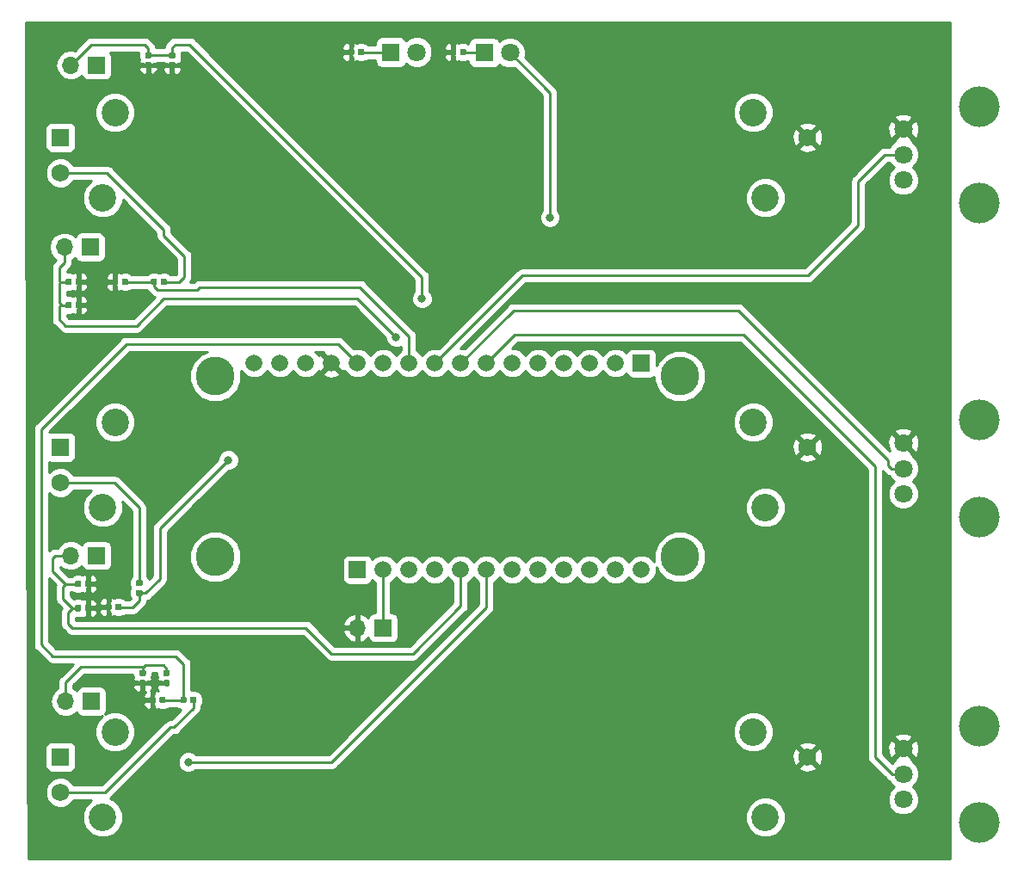
<source format=gtl>
G04 #@! TF.GenerationSoftware,KiCad,Pcbnew,5.0.1-33cea8e~68~ubuntu16.04.1*
G04 #@! TF.CreationDate,2018-11-29T12:11:28+01:00*
G04 #@! TF.ProjectId,midi_controller_pcb,6D6964695F636F6E74726F6C6C65725F,rev?*
G04 #@! TF.SameCoordinates,Original*
G04 #@! TF.FileFunction,Copper,L1,Top,Signal*
G04 #@! TF.FilePolarity,Positive*
%FSLAX46Y46*%
G04 Gerber Fmt 4.6, Leading zero omitted, Abs format (unit mm)*
G04 Created by KiCad (PCBNEW 5.0.1-33cea8e~68~ubuntu16.04.1) date Do 29 Nov 2018 12:11:28 CET*
%MOMM*%
%LPD*%
G01*
G04 APERTURE LIST*
G04 #@! TA.AperFunction,Conductor*
%ADD10C,0.100000*%
G04 #@! TD*
G04 #@! TA.AperFunction,SMDPad,CuDef*
%ADD11C,0.590000*%
G04 #@! TD*
G04 #@! TA.AperFunction,ComponentPad*
%ADD12R,1.800000X1.800000*%
G04 #@! TD*
G04 #@! TA.AperFunction,ComponentPad*
%ADD13C,1.800000*%
G04 #@! TD*
G04 #@! TA.AperFunction,ComponentPad*
%ADD14R,1.665000X1.665000*%
G04 #@! TD*
G04 #@! TA.AperFunction,ComponentPad*
%ADD15C,1.665000*%
G04 #@! TD*
G04 #@! TA.AperFunction,ComponentPad*
%ADD16C,3.810000*%
G04 #@! TD*
G04 #@! TA.AperFunction,WasherPad*
%ADD17C,4.000000*%
G04 #@! TD*
G04 #@! TA.AperFunction,ComponentPad*
%ADD18R,1.750000X1.750000*%
G04 #@! TD*
G04 #@! TA.AperFunction,ComponentPad*
%ADD19C,1.750000*%
G04 #@! TD*
G04 #@! TA.AperFunction,ComponentPad*
%ADD20C,2.700000*%
G04 #@! TD*
G04 #@! TA.AperFunction,ComponentPad*
%ADD21O,1.700000X1.700000*%
G04 #@! TD*
G04 #@! TA.AperFunction,ComponentPad*
%ADD22R,1.700000X1.700000*%
G04 #@! TD*
G04 #@! TA.AperFunction,ViaPad*
%ADD23C,0.800000*%
G04 #@! TD*
G04 #@! TA.AperFunction,Conductor*
%ADD24C,0.250000*%
G04 #@! TD*
G04 #@! TA.AperFunction,Conductor*
%ADD25C,0.254000*%
G04 #@! TD*
G04 APERTURE END LIST*
D10*
G04 #@! TO.N,Net-(C1-Pad1)*
G04 #@! TO.C,C1*
G36*
X105571958Y-81214710D02*
X105586276Y-81216834D01*
X105600317Y-81220351D01*
X105613946Y-81225228D01*
X105627031Y-81231417D01*
X105639447Y-81238858D01*
X105651073Y-81247481D01*
X105661798Y-81257202D01*
X105671519Y-81267927D01*
X105680142Y-81279553D01*
X105687583Y-81291969D01*
X105693772Y-81305054D01*
X105698649Y-81318683D01*
X105702166Y-81332724D01*
X105704290Y-81347042D01*
X105705000Y-81361500D01*
X105705000Y-81706500D01*
X105704290Y-81720958D01*
X105702166Y-81735276D01*
X105698649Y-81749317D01*
X105693772Y-81762946D01*
X105687583Y-81776031D01*
X105680142Y-81788447D01*
X105671519Y-81800073D01*
X105661798Y-81810798D01*
X105651073Y-81820519D01*
X105639447Y-81829142D01*
X105627031Y-81836583D01*
X105613946Y-81842772D01*
X105600317Y-81847649D01*
X105586276Y-81851166D01*
X105571958Y-81853290D01*
X105557500Y-81854000D01*
X105262500Y-81854000D01*
X105248042Y-81853290D01*
X105233724Y-81851166D01*
X105219683Y-81847649D01*
X105206054Y-81842772D01*
X105192969Y-81836583D01*
X105180553Y-81829142D01*
X105168927Y-81820519D01*
X105158202Y-81810798D01*
X105148481Y-81800073D01*
X105139858Y-81788447D01*
X105132417Y-81776031D01*
X105126228Y-81762946D01*
X105121351Y-81749317D01*
X105117834Y-81735276D01*
X105115710Y-81720958D01*
X105115000Y-81706500D01*
X105115000Y-81361500D01*
X105115710Y-81347042D01*
X105117834Y-81332724D01*
X105121351Y-81318683D01*
X105126228Y-81305054D01*
X105132417Y-81291969D01*
X105139858Y-81279553D01*
X105148481Y-81267927D01*
X105158202Y-81257202D01*
X105168927Y-81247481D01*
X105180553Y-81238858D01*
X105192969Y-81231417D01*
X105206054Y-81225228D01*
X105219683Y-81220351D01*
X105233724Y-81216834D01*
X105248042Y-81214710D01*
X105262500Y-81214000D01*
X105557500Y-81214000D01*
X105571958Y-81214710D01*
X105571958Y-81214710D01*
G37*
D11*
G04 #@! TD*
G04 #@! TO.P,C1,1*
G04 #@! TO.N,Net-(C1-Pad1)*
X105410000Y-81534000D03*
D10*
G04 #@! TO.N,GND*
G04 #@! TO.C,C1*
G36*
X104601958Y-81214710D02*
X104616276Y-81216834D01*
X104630317Y-81220351D01*
X104643946Y-81225228D01*
X104657031Y-81231417D01*
X104669447Y-81238858D01*
X104681073Y-81247481D01*
X104691798Y-81257202D01*
X104701519Y-81267927D01*
X104710142Y-81279553D01*
X104717583Y-81291969D01*
X104723772Y-81305054D01*
X104728649Y-81318683D01*
X104732166Y-81332724D01*
X104734290Y-81347042D01*
X104735000Y-81361500D01*
X104735000Y-81706500D01*
X104734290Y-81720958D01*
X104732166Y-81735276D01*
X104728649Y-81749317D01*
X104723772Y-81762946D01*
X104717583Y-81776031D01*
X104710142Y-81788447D01*
X104701519Y-81800073D01*
X104691798Y-81810798D01*
X104681073Y-81820519D01*
X104669447Y-81829142D01*
X104657031Y-81836583D01*
X104643946Y-81842772D01*
X104630317Y-81847649D01*
X104616276Y-81851166D01*
X104601958Y-81853290D01*
X104587500Y-81854000D01*
X104292500Y-81854000D01*
X104278042Y-81853290D01*
X104263724Y-81851166D01*
X104249683Y-81847649D01*
X104236054Y-81842772D01*
X104222969Y-81836583D01*
X104210553Y-81829142D01*
X104198927Y-81820519D01*
X104188202Y-81810798D01*
X104178481Y-81800073D01*
X104169858Y-81788447D01*
X104162417Y-81776031D01*
X104156228Y-81762946D01*
X104151351Y-81749317D01*
X104147834Y-81735276D01*
X104145710Y-81720958D01*
X104145000Y-81706500D01*
X104145000Y-81361500D01*
X104145710Y-81347042D01*
X104147834Y-81332724D01*
X104151351Y-81318683D01*
X104156228Y-81305054D01*
X104162417Y-81291969D01*
X104169858Y-81279553D01*
X104178481Y-81267927D01*
X104188202Y-81257202D01*
X104198927Y-81247481D01*
X104210553Y-81238858D01*
X104222969Y-81231417D01*
X104236054Y-81225228D01*
X104249683Y-81220351D01*
X104263724Y-81216834D01*
X104278042Y-81214710D01*
X104292500Y-81214000D01*
X104587500Y-81214000D01*
X104601958Y-81214710D01*
X104601958Y-81214710D01*
G37*
D11*
G04 #@! TD*
G04 #@! TO.P,C1,2*
G04 #@! TO.N,GND*
X104440000Y-81534000D03*
D10*
G04 #@! TO.N,GND*
G04 #@! TO.C,C2*
G36*
X103943958Y-113218710D02*
X103958276Y-113220834D01*
X103972317Y-113224351D01*
X103985946Y-113229228D01*
X103999031Y-113235417D01*
X104011447Y-113242858D01*
X104023073Y-113251481D01*
X104033798Y-113261202D01*
X104043519Y-113271927D01*
X104052142Y-113283553D01*
X104059583Y-113295969D01*
X104065772Y-113309054D01*
X104070649Y-113322683D01*
X104074166Y-113336724D01*
X104076290Y-113351042D01*
X104077000Y-113365500D01*
X104077000Y-113710500D01*
X104076290Y-113724958D01*
X104074166Y-113739276D01*
X104070649Y-113753317D01*
X104065772Y-113766946D01*
X104059583Y-113780031D01*
X104052142Y-113792447D01*
X104043519Y-113804073D01*
X104033798Y-113814798D01*
X104023073Y-113824519D01*
X104011447Y-113833142D01*
X103999031Y-113840583D01*
X103985946Y-113846772D01*
X103972317Y-113851649D01*
X103958276Y-113855166D01*
X103943958Y-113857290D01*
X103929500Y-113858000D01*
X103634500Y-113858000D01*
X103620042Y-113857290D01*
X103605724Y-113855166D01*
X103591683Y-113851649D01*
X103578054Y-113846772D01*
X103564969Y-113840583D01*
X103552553Y-113833142D01*
X103540927Y-113824519D01*
X103530202Y-113814798D01*
X103520481Y-113804073D01*
X103511858Y-113792447D01*
X103504417Y-113780031D01*
X103498228Y-113766946D01*
X103493351Y-113753317D01*
X103489834Y-113739276D01*
X103487710Y-113724958D01*
X103487000Y-113710500D01*
X103487000Y-113365500D01*
X103487710Y-113351042D01*
X103489834Y-113336724D01*
X103493351Y-113322683D01*
X103498228Y-113309054D01*
X103504417Y-113295969D01*
X103511858Y-113283553D01*
X103520481Y-113271927D01*
X103530202Y-113261202D01*
X103540927Y-113251481D01*
X103552553Y-113242858D01*
X103564969Y-113235417D01*
X103578054Y-113229228D01*
X103591683Y-113224351D01*
X103605724Y-113220834D01*
X103620042Y-113218710D01*
X103634500Y-113218000D01*
X103929500Y-113218000D01*
X103943958Y-113218710D01*
X103943958Y-113218710D01*
G37*
D11*
G04 #@! TD*
G04 #@! TO.P,C2,2*
G04 #@! TO.N,GND*
X103782000Y-113538000D03*
D10*
G04 #@! TO.N,Net-(C2-Pad1)*
G04 #@! TO.C,C2*
G36*
X104913958Y-113218710D02*
X104928276Y-113220834D01*
X104942317Y-113224351D01*
X104955946Y-113229228D01*
X104969031Y-113235417D01*
X104981447Y-113242858D01*
X104993073Y-113251481D01*
X105003798Y-113261202D01*
X105013519Y-113271927D01*
X105022142Y-113283553D01*
X105029583Y-113295969D01*
X105035772Y-113309054D01*
X105040649Y-113322683D01*
X105044166Y-113336724D01*
X105046290Y-113351042D01*
X105047000Y-113365500D01*
X105047000Y-113710500D01*
X105046290Y-113724958D01*
X105044166Y-113739276D01*
X105040649Y-113753317D01*
X105035772Y-113766946D01*
X105029583Y-113780031D01*
X105022142Y-113792447D01*
X105013519Y-113804073D01*
X105003798Y-113814798D01*
X104993073Y-113824519D01*
X104981447Y-113833142D01*
X104969031Y-113840583D01*
X104955946Y-113846772D01*
X104942317Y-113851649D01*
X104928276Y-113855166D01*
X104913958Y-113857290D01*
X104899500Y-113858000D01*
X104604500Y-113858000D01*
X104590042Y-113857290D01*
X104575724Y-113855166D01*
X104561683Y-113851649D01*
X104548054Y-113846772D01*
X104534969Y-113840583D01*
X104522553Y-113833142D01*
X104510927Y-113824519D01*
X104500202Y-113814798D01*
X104490481Y-113804073D01*
X104481858Y-113792447D01*
X104474417Y-113780031D01*
X104468228Y-113766946D01*
X104463351Y-113753317D01*
X104459834Y-113739276D01*
X104457710Y-113724958D01*
X104457000Y-113710500D01*
X104457000Y-113365500D01*
X104457710Y-113351042D01*
X104459834Y-113336724D01*
X104463351Y-113322683D01*
X104468228Y-113309054D01*
X104474417Y-113295969D01*
X104481858Y-113283553D01*
X104490481Y-113271927D01*
X104500202Y-113261202D01*
X104510927Y-113251481D01*
X104522553Y-113242858D01*
X104534969Y-113235417D01*
X104548054Y-113229228D01*
X104561683Y-113224351D01*
X104575724Y-113220834D01*
X104590042Y-113218710D01*
X104604500Y-113218000D01*
X104899500Y-113218000D01*
X104913958Y-113218710D01*
X104913958Y-113218710D01*
G37*
D11*
G04 #@! TD*
G04 #@! TO.P,C2,1*
G04 #@! TO.N,Net-(C2-Pad1)*
X104752000Y-113538000D03*
D10*
G04 #@! TO.N,Net-(C3-Pad1)*
G04 #@! TO.C,C3*
G36*
X109254958Y-122362710D02*
X109269276Y-122364834D01*
X109283317Y-122368351D01*
X109296946Y-122373228D01*
X109310031Y-122379417D01*
X109322447Y-122386858D01*
X109334073Y-122395481D01*
X109344798Y-122405202D01*
X109354519Y-122415927D01*
X109363142Y-122427553D01*
X109370583Y-122439969D01*
X109376772Y-122453054D01*
X109381649Y-122466683D01*
X109385166Y-122480724D01*
X109387290Y-122495042D01*
X109388000Y-122509500D01*
X109388000Y-122854500D01*
X109387290Y-122868958D01*
X109385166Y-122883276D01*
X109381649Y-122897317D01*
X109376772Y-122910946D01*
X109370583Y-122924031D01*
X109363142Y-122936447D01*
X109354519Y-122948073D01*
X109344798Y-122958798D01*
X109334073Y-122968519D01*
X109322447Y-122977142D01*
X109310031Y-122984583D01*
X109296946Y-122990772D01*
X109283317Y-122995649D01*
X109269276Y-122999166D01*
X109254958Y-123001290D01*
X109240500Y-123002000D01*
X108945500Y-123002000D01*
X108931042Y-123001290D01*
X108916724Y-122999166D01*
X108902683Y-122995649D01*
X108889054Y-122990772D01*
X108875969Y-122984583D01*
X108863553Y-122977142D01*
X108851927Y-122968519D01*
X108841202Y-122958798D01*
X108831481Y-122948073D01*
X108822858Y-122936447D01*
X108815417Y-122924031D01*
X108809228Y-122910946D01*
X108804351Y-122897317D01*
X108800834Y-122883276D01*
X108798710Y-122868958D01*
X108798000Y-122854500D01*
X108798000Y-122509500D01*
X108798710Y-122495042D01*
X108800834Y-122480724D01*
X108804351Y-122466683D01*
X108809228Y-122453054D01*
X108815417Y-122439969D01*
X108822858Y-122427553D01*
X108831481Y-122415927D01*
X108841202Y-122405202D01*
X108851927Y-122395481D01*
X108863553Y-122386858D01*
X108875969Y-122379417D01*
X108889054Y-122373228D01*
X108902683Y-122368351D01*
X108916724Y-122364834D01*
X108931042Y-122362710D01*
X108945500Y-122362000D01*
X109240500Y-122362000D01*
X109254958Y-122362710D01*
X109254958Y-122362710D01*
G37*
D11*
G04 #@! TD*
G04 #@! TO.P,C3,1*
G04 #@! TO.N,Net-(C3-Pad1)*
X109093000Y-122682000D03*
D10*
G04 #@! TO.N,GND*
G04 #@! TO.C,C3*
G36*
X108284958Y-122362710D02*
X108299276Y-122364834D01*
X108313317Y-122368351D01*
X108326946Y-122373228D01*
X108340031Y-122379417D01*
X108352447Y-122386858D01*
X108364073Y-122395481D01*
X108374798Y-122405202D01*
X108384519Y-122415927D01*
X108393142Y-122427553D01*
X108400583Y-122439969D01*
X108406772Y-122453054D01*
X108411649Y-122466683D01*
X108415166Y-122480724D01*
X108417290Y-122495042D01*
X108418000Y-122509500D01*
X108418000Y-122854500D01*
X108417290Y-122868958D01*
X108415166Y-122883276D01*
X108411649Y-122897317D01*
X108406772Y-122910946D01*
X108400583Y-122924031D01*
X108393142Y-122936447D01*
X108384519Y-122948073D01*
X108374798Y-122958798D01*
X108364073Y-122968519D01*
X108352447Y-122977142D01*
X108340031Y-122984583D01*
X108326946Y-122990772D01*
X108313317Y-122995649D01*
X108299276Y-122999166D01*
X108284958Y-123001290D01*
X108270500Y-123002000D01*
X107975500Y-123002000D01*
X107961042Y-123001290D01*
X107946724Y-122999166D01*
X107932683Y-122995649D01*
X107919054Y-122990772D01*
X107905969Y-122984583D01*
X107893553Y-122977142D01*
X107881927Y-122968519D01*
X107871202Y-122958798D01*
X107861481Y-122948073D01*
X107852858Y-122936447D01*
X107845417Y-122924031D01*
X107839228Y-122910946D01*
X107834351Y-122897317D01*
X107830834Y-122883276D01*
X107828710Y-122868958D01*
X107828000Y-122854500D01*
X107828000Y-122509500D01*
X107828710Y-122495042D01*
X107830834Y-122480724D01*
X107834351Y-122466683D01*
X107839228Y-122453054D01*
X107845417Y-122439969D01*
X107852858Y-122427553D01*
X107861481Y-122415927D01*
X107871202Y-122405202D01*
X107881927Y-122395481D01*
X107893553Y-122386858D01*
X107905969Y-122379417D01*
X107919054Y-122373228D01*
X107932683Y-122368351D01*
X107946724Y-122364834D01*
X107961042Y-122362710D01*
X107975500Y-122362000D01*
X108270500Y-122362000D01*
X108284958Y-122362710D01*
X108284958Y-122362710D01*
G37*
D11*
G04 #@! TD*
G04 #@! TO.P,C3,2*
G04 #@! TO.N,GND*
X108123000Y-122682000D03*
D12*
G04 #@! TO.P,D1,1*
G04 #@! TO.N,Net-(D1-Pad1)*
X131572000Y-58928000D03*
D13*
G04 #@! TO.P,D1,2*
G04 #@! TO.N,+3V3*
X134112000Y-58928000D03*
G04 #@! TD*
D14*
G04 #@! TO.P,IC1,1*
G04 #@! TO.N,Net-(IC1-Pad1)*
X156210000Y-89535000D03*
D15*
G04 #@! TO.P,IC1,2*
G04 #@! TO.N,Net-(IC1-Pad2)*
X153670000Y-89535000D03*
G04 #@! TO.P,IC1,3*
G04 #@! TO.N,Net-(IC1-Pad3)*
X151130000Y-89535000D03*
G04 #@! TO.P,IC1,4*
G04 #@! TO.N,Net-(IC1-Pad4)*
X148590000Y-89535000D03*
G04 #@! TO.P,IC1,5*
G04 #@! TO.N,Net-(IC1-Pad5)*
X146050000Y-89535000D03*
G04 #@! TO.P,IC1,6*
G04 #@! TO.N,Net-(IC1-Pad6)*
X143510000Y-89535000D03*
G04 #@! TO.P,IC1,7*
G04 #@! TO.N,Net-(IC1-Pad7)*
X140970000Y-89535000D03*
G04 #@! TO.P,IC1,8*
G04 #@! TO.N,Net-(IC1-Pad8)*
X138430000Y-89535000D03*
G04 #@! TO.P,IC1,9*
G04 #@! TO.N,Net-(IC1-Pad9)*
X135890000Y-89535000D03*
G04 #@! TO.P,IC1,10*
G04 #@! TO.N,Net-(C1-Pad1)*
X133350000Y-89535000D03*
G04 #@! TO.P,IC1,11*
G04 #@! TO.N,Net-(C2-Pad1)*
X130810000Y-89535000D03*
G04 #@! TO.P,IC1,12*
G04 #@! TO.N,Net-(C3-Pad1)*
X128270000Y-89535000D03*
G04 #@! TO.P,IC1,13*
G04 #@! TO.N,GND*
X125730000Y-89535000D03*
G04 #@! TO.P,IC1,14*
G04 #@! TO.N,Net-(IC1-Pad14)*
X123190000Y-89535000D03*
G04 #@! TO.P,IC1,15*
G04 #@! TO.N,+3V3*
X120650000Y-89535000D03*
G04 #@! TO.P,IC1,16*
G04 #@! TO.N,Net-(IC1-Pad16)*
X118110000Y-89535000D03*
D14*
G04 #@! TO.P,IC1,17*
G04 #@! TO.N,Net-(IC1-Pad17)*
X128270000Y-109855000D03*
D15*
G04 #@! TO.P,IC1,18*
G04 #@! TO.N,Net-(IC1-Pad18)*
X130810000Y-109855000D03*
G04 #@! TO.P,IC1,19*
G04 #@! TO.N,Net-(IC1-Pad19)*
X133350000Y-109855000D03*
G04 #@! TO.P,IC1,20*
G04 #@! TO.N,Net-(C4-Pad1)*
X135890000Y-109855000D03*
G04 #@! TO.P,IC1,21*
G04 #@! TO.N,Net-(C5-Pad1)*
X138430000Y-109855000D03*
G04 #@! TO.P,IC1,22*
G04 #@! TO.N,Net-(C6-Pad1)*
X140970000Y-109855000D03*
G04 #@! TO.P,IC1,23*
G04 #@! TO.N,Net-(C7-Pad1)*
X143510000Y-109855000D03*
G04 #@! TO.P,IC1,24*
G04 #@! TO.N,Net-(D2-Pad2)*
X146050000Y-109855000D03*
G04 #@! TO.P,IC1,25*
G04 #@! TO.N,Net-(IC1-Pad25)*
X148590000Y-109855000D03*
G04 #@! TO.P,IC1,26*
G04 #@! TO.N,Net-(IC1-Pad26)*
X151130000Y-109855000D03*
G04 #@! TO.P,IC1,27*
G04 #@! TO.N,Net-(IC1-Pad27)*
X153670000Y-109855000D03*
G04 #@! TO.P,IC1,28*
G04 #@! TO.N,Net-(IC1-Pad28)*
X156210000Y-109855000D03*
D16*
G04 #@! TO.P,IC1,M1*
G04 #@! TO.N,N/C*
X160020000Y-108585000D03*
G04 #@! TO.P,IC1,M2*
X160020000Y-90805000D03*
G04 #@! TO.P,IC1,M3*
X114300000Y-90805000D03*
G04 #@! TO.P,IC1,M4*
X114300000Y-108585000D03*
G04 #@! TD*
D10*
G04 #@! TO.N,Net-(C1-Pad1)*
G04 #@! TO.C,R1*
G36*
X108411958Y-81214710D02*
X108426276Y-81216834D01*
X108440317Y-81220351D01*
X108453946Y-81225228D01*
X108467031Y-81231417D01*
X108479447Y-81238858D01*
X108491073Y-81247481D01*
X108501798Y-81257202D01*
X108511519Y-81267927D01*
X108520142Y-81279553D01*
X108527583Y-81291969D01*
X108533772Y-81305054D01*
X108538649Y-81318683D01*
X108542166Y-81332724D01*
X108544290Y-81347042D01*
X108545000Y-81361500D01*
X108545000Y-81706500D01*
X108544290Y-81720958D01*
X108542166Y-81735276D01*
X108538649Y-81749317D01*
X108533772Y-81762946D01*
X108527583Y-81776031D01*
X108520142Y-81788447D01*
X108511519Y-81800073D01*
X108501798Y-81810798D01*
X108491073Y-81820519D01*
X108479447Y-81829142D01*
X108467031Y-81836583D01*
X108453946Y-81842772D01*
X108440317Y-81847649D01*
X108426276Y-81851166D01*
X108411958Y-81853290D01*
X108397500Y-81854000D01*
X108102500Y-81854000D01*
X108088042Y-81853290D01*
X108073724Y-81851166D01*
X108059683Y-81847649D01*
X108046054Y-81842772D01*
X108032969Y-81836583D01*
X108020553Y-81829142D01*
X108008927Y-81820519D01*
X107998202Y-81810798D01*
X107988481Y-81800073D01*
X107979858Y-81788447D01*
X107972417Y-81776031D01*
X107966228Y-81762946D01*
X107961351Y-81749317D01*
X107957834Y-81735276D01*
X107955710Y-81720958D01*
X107955000Y-81706500D01*
X107955000Y-81361500D01*
X107955710Y-81347042D01*
X107957834Y-81332724D01*
X107961351Y-81318683D01*
X107966228Y-81305054D01*
X107972417Y-81291969D01*
X107979858Y-81279553D01*
X107988481Y-81267927D01*
X107998202Y-81257202D01*
X108008927Y-81247481D01*
X108020553Y-81238858D01*
X108032969Y-81231417D01*
X108046054Y-81225228D01*
X108059683Y-81220351D01*
X108073724Y-81216834D01*
X108088042Y-81214710D01*
X108102500Y-81214000D01*
X108397500Y-81214000D01*
X108411958Y-81214710D01*
X108411958Y-81214710D01*
G37*
D11*
G04 #@! TD*
G04 #@! TO.P,R1,1*
G04 #@! TO.N,Net-(C1-Pad1)*
X108250000Y-81534000D03*
D10*
G04 #@! TO.N,Net-(R1-Pad2)*
G04 #@! TO.C,R1*
G36*
X109381958Y-81214710D02*
X109396276Y-81216834D01*
X109410317Y-81220351D01*
X109423946Y-81225228D01*
X109437031Y-81231417D01*
X109449447Y-81238858D01*
X109461073Y-81247481D01*
X109471798Y-81257202D01*
X109481519Y-81267927D01*
X109490142Y-81279553D01*
X109497583Y-81291969D01*
X109503772Y-81305054D01*
X109508649Y-81318683D01*
X109512166Y-81332724D01*
X109514290Y-81347042D01*
X109515000Y-81361500D01*
X109515000Y-81706500D01*
X109514290Y-81720958D01*
X109512166Y-81735276D01*
X109508649Y-81749317D01*
X109503772Y-81762946D01*
X109497583Y-81776031D01*
X109490142Y-81788447D01*
X109481519Y-81800073D01*
X109471798Y-81810798D01*
X109461073Y-81820519D01*
X109449447Y-81829142D01*
X109437031Y-81836583D01*
X109423946Y-81842772D01*
X109410317Y-81847649D01*
X109396276Y-81851166D01*
X109381958Y-81853290D01*
X109367500Y-81854000D01*
X109072500Y-81854000D01*
X109058042Y-81853290D01*
X109043724Y-81851166D01*
X109029683Y-81847649D01*
X109016054Y-81842772D01*
X109002969Y-81836583D01*
X108990553Y-81829142D01*
X108978927Y-81820519D01*
X108968202Y-81810798D01*
X108958481Y-81800073D01*
X108949858Y-81788447D01*
X108942417Y-81776031D01*
X108936228Y-81762946D01*
X108931351Y-81749317D01*
X108927834Y-81735276D01*
X108925710Y-81720958D01*
X108925000Y-81706500D01*
X108925000Y-81361500D01*
X108925710Y-81347042D01*
X108927834Y-81332724D01*
X108931351Y-81318683D01*
X108936228Y-81305054D01*
X108942417Y-81291969D01*
X108949858Y-81279553D01*
X108958481Y-81267927D01*
X108968202Y-81257202D01*
X108978927Y-81247481D01*
X108990553Y-81238858D01*
X109002969Y-81231417D01*
X109016054Y-81225228D01*
X109029683Y-81220351D01*
X109043724Y-81216834D01*
X109058042Y-81214710D01*
X109072500Y-81214000D01*
X109367500Y-81214000D01*
X109381958Y-81214710D01*
X109381958Y-81214710D01*
G37*
D11*
G04 #@! TD*
G04 #@! TO.P,R1,2*
G04 #@! TO.N,Net-(R1-Pad2)*
X109220000Y-81534000D03*
D10*
G04 #@! TO.N,Net-(R2-Pad2)*
G04 #@! TO.C,R2*
G36*
X106993958Y-110876710D02*
X107008276Y-110878834D01*
X107022317Y-110882351D01*
X107035946Y-110887228D01*
X107049031Y-110893417D01*
X107061447Y-110900858D01*
X107073073Y-110909481D01*
X107083798Y-110919202D01*
X107093519Y-110929927D01*
X107102142Y-110941553D01*
X107109583Y-110953969D01*
X107115772Y-110967054D01*
X107120649Y-110980683D01*
X107124166Y-110994724D01*
X107126290Y-111009042D01*
X107127000Y-111023500D01*
X107127000Y-111318500D01*
X107126290Y-111332958D01*
X107124166Y-111347276D01*
X107120649Y-111361317D01*
X107115772Y-111374946D01*
X107109583Y-111388031D01*
X107102142Y-111400447D01*
X107093519Y-111412073D01*
X107083798Y-111422798D01*
X107073073Y-111432519D01*
X107061447Y-111441142D01*
X107049031Y-111448583D01*
X107035946Y-111454772D01*
X107022317Y-111459649D01*
X107008276Y-111463166D01*
X106993958Y-111465290D01*
X106979500Y-111466000D01*
X106634500Y-111466000D01*
X106620042Y-111465290D01*
X106605724Y-111463166D01*
X106591683Y-111459649D01*
X106578054Y-111454772D01*
X106564969Y-111448583D01*
X106552553Y-111441142D01*
X106540927Y-111432519D01*
X106530202Y-111422798D01*
X106520481Y-111412073D01*
X106511858Y-111400447D01*
X106504417Y-111388031D01*
X106498228Y-111374946D01*
X106493351Y-111361317D01*
X106489834Y-111347276D01*
X106487710Y-111332958D01*
X106487000Y-111318500D01*
X106487000Y-111023500D01*
X106487710Y-111009042D01*
X106489834Y-110994724D01*
X106493351Y-110980683D01*
X106498228Y-110967054D01*
X106504417Y-110953969D01*
X106511858Y-110941553D01*
X106520481Y-110929927D01*
X106530202Y-110919202D01*
X106540927Y-110909481D01*
X106552553Y-110900858D01*
X106564969Y-110893417D01*
X106578054Y-110887228D01*
X106591683Y-110882351D01*
X106605724Y-110878834D01*
X106620042Y-110876710D01*
X106634500Y-110876000D01*
X106979500Y-110876000D01*
X106993958Y-110876710D01*
X106993958Y-110876710D01*
G37*
D11*
G04 #@! TD*
G04 #@! TO.P,R2,2*
G04 #@! TO.N,Net-(R2-Pad2)*
X106807000Y-111171000D03*
D10*
G04 #@! TO.N,Net-(C2-Pad1)*
G04 #@! TO.C,R2*
G36*
X106993958Y-111846710D02*
X107008276Y-111848834D01*
X107022317Y-111852351D01*
X107035946Y-111857228D01*
X107049031Y-111863417D01*
X107061447Y-111870858D01*
X107073073Y-111879481D01*
X107083798Y-111889202D01*
X107093519Y-111899927D01*
X107102142Y-111911553D01*
X107109583Y-111923969D01*
X107115772Y-111937054D01*
X107120649Y-111950683D01*
X107124166Y-111964724D01*
X107126290Y-111979042D01*
X107127000Y-111993500D01*
X107127000Y-112288500D01*
X107126290Y-112302958D01*
X107124166Y-112317276D01*
X107120649Y-112331317D01*
X107115772Y-112344946D01*
X107109583Y-112358031D01*
X107102142Y-112370447D01*
X107093519Y-112382073D01*
X107083798Y-112392798D01*
X107073073Y-112402519D01*
X107061447Y-112411142D01*
X107049031Y-112418583D01*
X107035946Y-112424772D01*
X107022317Y-112429649D01*
X107008276Y-112433166D01*
X106993958Y-112435290D01*
X106979500Y-112436000D01*
X106634500Y-112436000D01*
X106620042Y-112435290D01*
X106605724Y-112433166D01*
X106591683Y-112429649D01*
X106578054Y-112424772D01*
X106564969Y-112418583D01*
X106552553Y-112411142D01*
X106540927Y-112402519D01*
X106530202Y-112392798D01*
X106520481Y-112382073D01*
X106511858Y-112370447D01*
X106504417Y-112358031D01*
X106498228Y-112344946D01*
X106493351Y-112331317D01*
X106489834Y-112317276D01*
X106487710Y-112302958D01*
X106487000Y-112288500D01*
X106487000Y-111993500D01*
X106487710Y-111979042D01*
X106489834Y-111964724D01*
X106493351Y-111950683D01*
X106498228Y-111937054D01*
X106504417Y-111923969D01*
X106511858Y-111911553D01*
X106520481Y-111899927D01*
X106530202Y-111889202D01*
X106540927Y-111879481D01*
X106552553Y-111870858D01*
X106564969Y-111863417D01*
X106578054Y-111857228D01*
X106591683Y-111852351D01*
X106605724Y-111848834D01*
X106620042Y-111846710D01*
X106634500Y-111846000D01*
X106979500Y-111846000D01*
X106993958Y-111846710D01*
X106993958Y-111846710D01*
G37*
D11*
G04 #@! TD*
G04 #@! TO.P,R2,1*
G04 #@! TO.N,Net-(C2-Pad1)*
X106807000Y-112141000D03*
D10*
G04 #@! TO.N,Net-(C3-Pad1)*
G04 #@! TO.C,R3*
G36*
X111309958Y-122362710D02*
X111324276Y-122364834D01*
X111338317Y-122368351D01*
X111351946Y-122373228D01*
X111365031Y-122379417D01*
X111377447Y-122386858D01*
X111389073Y-122395481D01*
X111399798Y-122405202D01*
X111409519Y-122415927D01*
X111418142Y-122427553D01*
X111425583Y-122439969D01*
X111431772Y-122453054D01*
X111436649Y-122466683D01*
X111440166Y-122480724D01*
X111442290Y-122495042D01*
X111443000Y-122509500D01*
X111443000Y-122854500D01*
X111442290Y-122868958D01*
X111440166Y-122883276D01*
X111436649Y-122897317D01*
X111431772Y-122910946D01*
X111425583Y-122924031D01*
X111418142Y-122936447D01*
X111409519Y-122948073D01*
X111399798Y-122958798D01*
X111389073Y-122968519D01*
X111377447Y-122977142D01*
X111365031Y-122984583D01*
X111351946Y-122990772D01*
X111338317Y-122995649D01*
X111324276Y-122999166D01*
X111309958Y-123001290D01*
X111295500Y-123002000D01*
X111000500Y-123002000D01*
X110986042Y-123001290D01*
X110971724Y-122999166D01*
X110957683Y-122995649D01*
X110944054Y-122990772D01*
X110930969Y-122984583D01*
X110918553Y-122977142D01*
X110906927Y-122968519D01*
X110896202Y-122958798D01*
X110886481Y-122948073D01*
X110877858Y-122936447D01*
X110870417Y-122924031D01*
X110864228Y-122910946D01*
X110859351Y-122897317D01*
X110855834Y-122883276D01*
X110853710Y-122868958D01*
X110853000Y-122854500D01*
X110853000Y-122509500D01*
X110853710Y-122495042D01*
X110855834Y-122480724D01*
X110859351Y-122466683D01*
X110864228Y-122453054D01*
X110870417Y-122439969D01*
X110877858Y-122427553D01*
X110886481Y-122415927D01*
X110896202Y-122405202D01*
X110906927Y-122395481D01*
X110918553Y-122386858D01*
X110930969Y-122379417D01*
X110944054Y-122373228D01*
X110957683Y-122368351D01*
X110971724Y-122364834D01*
X110986042Y-122362710D01*
X111000500Y-122362000D01*
X111295500Y-122362000D01*
X111309958Y-122362710D01*
X111309958Y-122362710D01*
G37*
D11*
G04 #@! TD*
G04 #@! TO.P,R3,1*
G04 #@! TO.N,Net-(C3-Pad1)*
X111148000Y-122682000D03*
D10*
G04 #@! TO.N,Net-(R3-Pad2)*
G04 #@! TO.C,R3*
G36*
X112279958Y-122362710D02*
X112294276Y-122364834D01*
X112308317Y-122368351D01*
X112321946Y-122373228D01*
X112335031Y-122379417D01*
X112347447Y-122386858D01*
X112359073Y-122395481D01*
X112369798Y-122405202D01*
X112379519Y-122415927D01*
X112388142Y-122427553D01*
X112395583Y-122439969D01*
X112401772Y-122453054D01*
X112406649Y-122466683D01*
X112410166Y-122480724D01*
X112412290Y-122495042D01*
X112413000Y-122509500D01*
X112413000Y-122854500D01*
X112412290Y-122868958D01*
X112410166Y-122883276D01*
X112406649Y-122897317D01*
X112401772Y-122910946D01*
X112395583Y-122924031D01*
X112388142Y-122936447D01*
X112379519Y-122948073D01*
X112369798Y-122958798D01*
X112359073Y-122968519D01*
X112347447Y-122977142D01*
X112335031Y-122984583D01*
X112321946Y-122990772D01*
X112308317Y-122995649D01*
X112294276Y-122999166D01*
X112279958Y-123001290D01*
X112265500Y-123002000D01*
X111970500Y-123002000D01*
X111956042Y-123001290D01*
X111941724Y-122999166D01*
X111927683Y-122995649D01*
X111914054Y-122990772D01*
X111900969Y-122984583D01*
X111888553Y-122977142D01*
X111876927Y-122968519D01*
X111866202Y-122958798D01*
X111856481Y-122948073D01*
X111847858Y-122936447D01*
X111840417Y-122924031D01*
X111834228Y-122910946D01*
X111829351Y-122897317D01*
X111825834Y-122883276D01*
X111823710Y-122868958D01*
X111823000Y-122854500D01*
X111823000Y-122509500D01*
X111823710Y-122495042D01*
X111825834Y-122480724D01*
X111829351Y-122466683D01*
X111834228Y-122453054D01*
X111840417Y-122439969D01*
X111847858Y-122427553D01*
X111856481Y-122415927D01*
X111866202Y-122405202D01*
X111876927Y-122395481D01*
X111888553Y-122386858D01*
X111900969Y-122379417D01*
X111914054Y-122373228D01*
X111927683Y-122368351D01*
X111941724Y-122364834D01*
X111956042Y-122362710D01*
X111970500Y-122362000D01*
X112265500Y-122362000D01*
X112279958Y-122362710D01*
X112279958Y-122362710D01*
G37*
D11*
G04 #@! TD*
G04 #@! TO.P,R3,2*
G04 #@! TO.N,Net-(R3-Pad2)*
X112118000Y-122682000D03*
D10*
G04 #@! TO.N,Net-(C4-Pad1)*
G04 #@! TO.C,R4*
G36*
X100006958Y-81214710D02*
X100021276Y-81216834D01*
X100035317Y-81220351D01*
X100048946Y-81225228D01*
X100062031Y-81231417D01*
X100074447Y-81238858D01*
X100086073Y-81247481D01*
X100096798Y-81257202D01*
X100106519Y-81267927D01*
X100115142Y-81279553D01*
X100122583Y-81291969D01*
X100128772Y-81305054D01*
X100133649Y-81318683D01*
X100137166Y-81332724D01*
X100139290Y-81347042D01*
X100140000Y-81361500D01*
X100140000Y-81706500D01*
X100139290Y-81720958D01*
X100137166Y-81735276D01*
X100133649Y-81749317D01*
X100128772Y-81762946D01*
X100122583Y-81776031D01*
X100115142Y-81788447D01*
X100106519Y-81800073D01*
X100096798Y-81810798D01*
X100086073Y-81820519D01*
X100074447Y-81829142D01*
X100062031Y-81836583D01*
X100048946Y-81842772D01*
X100035317Y-81847649D01*
X100021276Y-81851166D01*
X100006958Y-81853290D01*
X99992500Y-81854000D01*
X99697500Y-81854000D01*
X99683042Y-81853290D01*
X99668724Y-81851166D01*
X99654683Y-81847649D01*
X99641054Y-81842772D01*
X99627969Y-81836583D01*
X99615553Y-81829142D01*
X99603927Y-81820519D01*
X99593202Y-81810798D01*
X99583481Y-81800073D01*
X99574858Y-81788447D01*
X99567417Y-81776031D01*
X99561228Y-81762946D01*
X99556351Y-81749317D01*
X99552834Y-81735276D01*
X99550710Y-81720958D01*
X99550000Y-81706500D01*
X99550000Y-81361500D01*
X99550710Y-81347042D01*
X99552834Y-81332724D01*
X99556351Y-81318683D01*
X99561228Y-81305054D01*
X99567417Y-81291969D01*
X99574858Y-81279553D01*
X99583481Y-81267927D01*
X99593202Y-81257202D01*
X99603927Y-81247481D01*
X99615553Y-81238858D01*
X99627969Y-81231417D01*
X99641054Y-81225228D01*
X99654683Y-81220351D01*
X99668724Y-81216834D01*
X99683042Y-81214710D01*
X99697500Y-81214000D01*
X99992500Y-81214000D01*
X100006958Y-81214710D01*
X100006958Y-81214710D01*
G37*
D11*
G04 #@! TD*
G04 #@! TO.P,R4,2*
G04 #@! TO.N,Net-(C4-Pad1)*
X99845000Y-81534000D03*
D10*
G04 #@! TO.N,GND*
G04 #@! TO.C,R4*
G36*
X100976958Y-81214710D02*
X100991276Y-81216834D01*
X101005317Y-81220351D01*
X101018946Y-81225228D01*
X101032031Y-81231417D01*
X101044447Y-81238858D01*
X101056073Y-81247481D01*
X101066798Y-81257202D01*
X101076519Y-81267927D01*
X101085142Y-81279553D01*
X101092583Y-81291969D01*
X101098772Y-81305054D01*
X101103649Y-81318683D01*
X101107166Y-81332724D01*
X101109290Y-81347042D01*
X101110000Y-81361500D01*
X101110000Y-81706500D01*
X101109290Y-81720958D01*
X101107166Y-81735276D01*
X101103649Y-81749317D01*
X101098772Y-81762946D01*
X101092583Y-81776031D01*
X101085142Y-81788447D01*
X101076519Y-81800073D01*
X101066798Y-81810798D01*
X101056073Y-81820519D01*
X101044447Y-81829142D01*
X101032031Y-81836583D01*
X101018946Y-81842772D01*
X101005317Y-81847649D01*
X100991276Y-81851166D01*
X100976958Y-81853290D01*
X100962500Y-81854000D01*
X100667500Y-81854000D01*
X100653042Y-81853290D01*
X100638724Y-81851166D01*
X100624683Y-81847649D01*
X100611054Y-81842772D01*
X100597969Y-81836583D01*
X100585553Y-81829142D01*
X100573927Y-81820519D01*
X100563202Y-81810798D01*
X100553481Y-81800073D01*
X100544858Y-81788447D01*
X100537417Y-81776031D01*
X100531228Y-81762946D01*
X100526351Y-81749317D01*
X100522834Y-81735276D01*
X100520710Y-81720958D01*
X100520000Y-81706500D01*
X100520000Y-81361500D01*
X100520710Y-81347042D01*
X100522834Y-81332724D01*
X100526351Y-81318683D01*
X100531228Y-81305054D01*
X100537417Y-81291969D01*
X100544858Y-81279553D01*
X100553481Y-81267927D01*
X100563202Y-81257202D01*
X100573927Y-81247481D01*
X100585553Y-81238858D01*
X100597969Y-81231417D01*
X100611054Y-81225228D01*
X100624683Y-81220351D01*
X100638724Y-81216834D01*
X100653042Y-81214710D01*
X100667500Y-81214000D01*
X100962500Y-81214000D01*
X100976958Y-81214710D01*
X100976958Y-81214710D01*
G37*
D11*
G04 #@! TD*
G04 #@! TO.P,R4,1*
G04 #@! TO.N,GND*
X100815000Y-81534000D03*
D10*
G04 #@! TO.N,GND*
G04 #@! TO.C,R5*
G36*
X101914358Y-110932710D02*
X101928676Y-110934834D01*
X101942717Y-110938351D01*
X101956346Y-110943228D01*
X101969431Y-110949417D01*
X101981847Y-110956858D01*
X101993473Y-110965481D01*
X102004198Y-110975202D01*
X102013919Y-110985927D01*
X102022542Y-110997553D01*
X102029983Y-111009969D01*
X102036172Y-111023054D01*
X102041049Y-111036683D01*
X102044566Y-111050724D01*
X102046690Y-111065042D01*
X102047400Y-111079500D01*
X102047400Y-111424500D01*
X102046690Y-111438958D01*
X102044566Y-111453276D01*
X102041049Y-111467317D01*
X102036172Y-111480946D01*
X102029983Y-111494031D01*
X102022542Y-111506447D01*
X102013919Y-111518073D01*
X102004198Y-111528798D01*
X101993473Y-111538519D01*
X101981847Y-111547142D01*
X101969431Y-111554583D01*
X101956346Y-111560772D01*
X101942717Y-111565649D01*
X101928676Y-111569166D01*
X101914358Y-111571290D01*
X101899900Y-111572000D01*
X101604900Y-111572000D01*
X101590442Y-111571290D01*
X101576124Y-111569166D01*
X101562083Y-111565649D01*
X101548454Y-111560772D01*
X101535369Y-111554583D01*
X101522953Y-111547142D01*
X101511327Y-111538519D01*
X101500602Y-111528798D01*
X101490881Y-111518073D01*
X101482258Y-111506447D01*
X101474817Y-111494031D01*
X101468628Y-111480946D01*
X101463751Y-111467317D01*
X101460234Y-111453276D01*
X101458110Y-111438958D01*
X101457400Y-111424500D01*
X101457400Y-111079500D01*
X101458110Y-111065042D01*
X101460234Y-111050724D01*
X101463751Y-111036683D01*
X101468628Y-111023054D01*
X101474817Y-111009969D01*
X101482258Y-110997553D01*
X101490881Y-110985927D01*
X101500602Y-110975202D01*
X101511327Y-110965481D01*
X101522953Y-110956858D01*
X101535369Y-110949417D01*
X101548454Y-110943228D01*
X101562083Y-110938351D01*
X101576124Y-110934834D01*
X101590442Y-110932710D01*
X101604900Y-110932000D01*
X101899900Y-110932000D01*
X101914358Y-110932710D01*
X101914358Y-110932710D01*
G37*
D11*
G04 #@! TD*
G04 #@! TO.P,R5,1*
G04 #@! TO.N,GND*
X101752400Y-111252000D03*
D10*
G04 #@! TO.N,Net-(C5-Pad1)*
G04 #@! TO.C,R5*
G36*
X100944358Y-110932710D02*
X100958676Y-110934834D01*
X100972717Y-110938351D01*
X100986346Y-110943228D01*
X100999431Y-110949417D01*
X101011847Y-110956858D01*
X101023473Y-110965481D01*
X101034198Y-110975202D01*
X101043919Y-110985927D01*
X101052542Y-110997553D01*
X101059983Y-111009969D01*
X101066172Y-111023054D01*
X101071049Y-111036683D01*
X101074566Y-111050724D01*
X101076690Y-111065042D01*
X101077400Y-111079500D01*
X101077400Y-111424500D01*
X101076690Y-111438958D01*
X101074566Y-111453276D01*
X101071049Y-111467317D01*
X101066172Y-111480946D01*
X101059983Y-111494031D01*
X101052542Y-111506447D01*
X101043919Y-111518073D01*
X101034198Y-111528798D01*
X101023473Y-111538519D01*
X101011847Y-111547142D01*
X100999431Y-111554583D01*
X100986346Y-111560772D01*
X100972717Y-111565649D01*
X100958676Y-111569166D01*
X100944358Y-111571290D01*
X100929900Y-111572000D01*
X100634900Y-111572000D01*
X100620442Y-111571290D01*
X100606124Y-111569166D01*
X100592083Y-111565649D01*
X100578454Y-111560772D01*
X100565369Y-111554583D01*
X100552953Y-111547142D01*
X100541327Y-111538519D01*
X100530602Y-111528798D01*
X100520881Y-111518073D01*
X100512258Y-111506447D01*
X100504817Y-111494031D01*
X100498628Y-111480946D01*
X100493751Y-111467317D01*
X100490234Y-111453276D01*
X100488110Y-111438958D01*
X100487400Y-111424500D01*
X100487400Y-111079500D01*
X100488110Y-111065042D01*
X100490234Y-111050724D01*
X100493751Y-111036683D01*
X100498628Y-111023054D01*
X100504817Y-111009969D01*
X100512258Y-110997553D01*
X100520881Y-110985927D01*
X100530602Y-110975202D01*
X100541327Y-110965481D01*
X100552953Y-110956858D01*
X100565369Y-110949417D01*
X100578454Y-110943228D01*
X100592083Y-110938351D01*
X100606124Y-110934834D01*
X100620442Y-110932710D01*
X100634900Y-110932000D01*
X100929900Y-110932000D01*
X100944358Y-110932710D01*
X100944358Y-110932710D01*
G37*
D11*
G04 #@! TD*
G04 #@! TO.P,R5,2*
G04 #@! TO.N,Net-(C5-Pad1)*
X100782400Y-111252000D03*
D10*
G04 #@! TO.N,Net-(C6-Pad1)*
G04 #@! TO.C,R6*
G36*
X109660958Y-119743710D02*
X109675276Y-119745834D01*
X109689317Y-119749351D01*
X109702946Y-119754228D01*
X109716031Y-119760417D01*
X109728447Y-119767858D01*
X109740073Y-119776481D01*
X109750798Y-119786202D01*
X109760519Y-119796927D01*
X109769142Y-119808553D01*
X109776583Y-119820969D01*
X109782772Y-119834054D01*
X109787649Y-119847683D01*
X109791166Y-119861724D01*
X109793290Y-119876042D01*
X109794000Y-119890500D01*
X109794000Y-120185500D01*
X109793290Y-120199958D01*
X109791166Y-120214276D01*
X109787649Y-120228317D01*
X109782772Y-120241946D01*
X109776583Y-120255031D01*
X109769142Y-120267447D01*
X109760519Y-120279073D01*
X109750798Y-120289798D01*
X109740073Y-120299519D01*
X109728447Y-120308142D01*
X109716031Y-120315583D01*
X109702946Y-120321772D01*
X109689317Y-120326649D01*
X109675276Y-120330166D01*
X109660958Y-120332290D01*
X109646500Y-120333000D01*
X109301500Y-120333000D01*
X109287042Y-120332290D01*
X109272724Y-120330166D01*
X109258683Y-120326649D01*
X109245054Y-120321772D01*
X109231969Y-120315583D01*
X109219553Y-120308142D01*
X109207927Y-120299519D01*
X109197202Y-120289798D01*
X109187481Y-120279073D01*
X109178858Y-120267447D01*
X109171417Y-120255031D01*
X109165228Y-120241946D01*
X109160351Y-120228317D01*
X109156834Y-120214276D01*
X109154710Y-120199958D01*
X109154000Y-120185500D01*
X109154000Y-119890500D01*
X109154710Y-119876042D01*
X109156834Y-119861724D01*
X109160351Y-119847683D01*
X109165228Y-119834054D01*
X109171417Y-119820969D01*
X109178858Y-119808553D01*
X109187481Y-119796927D01*
X109197202Y-119786202D01*
X109207927Y-119776481D01*
X109219553Y-119767858D01*
X109231969Y-119760417D01*
X109245054Y-119754228D01*
X109258683Y-119749351D01*
X109272724Y-119745834D01*
X109287042Y-119743710D01*
X109301500Y-119743000D01*
X109646500Y-119743000D01*
X109660958Y-119743710D01*
X109660958Y-119743710D01*
G37*
D11*
G04 #@! TD*
G04 #@! TO.P,R6,2*
G04 #@! TO.N,Net-(C6-Pad1)*
X109474000Y-120038000D03*
D10*
G04 #@! TO.N,GND*
G04 #@! TO.C,R6*
G36*
X109660958Y-120713710D02*
X109675276Y-120715834D01*
X109689317Y-120719351D01*
X109702946Y-120724228D01*
X109716031Y-120730417D01*
X109728447Y-120737858D01*
X109740073Y-120746481D01*
X109750798Y-120756202D01*
X109760519Y-120766927D01*
X109769142Y-120778553D01*
X109776583Y-120790969D01*
X109782772Y-120804054D01*
X109787649Y-120817683D01*
X109791166Y-120831724D01*
X109793290Y-120846042D01*
X109794000Y-120860500D01*
X109794000Y-121155500D01*
X109793290Y-121169958D01*
X109791166Y-121184276D01*
X109787649Y-121198317D01*
X109782772Y-121211946D01*
X109776583Y-121225031D01*
X109769142Y-121237447D01*
X109760519Y-121249073D01*
X109750798Y-121259798D01*
X109740073Y-121269519D01*
X109728447Y-121278142D01*
X109716031Y-121285583D01*
X109702946Y-121291772D01*
X109689317Y-121296649D01*
X109675276Y-121300166D01*
X109660958Y-121302290D01*
X109646500Y-121303000D01*
X109301500Y-121303000D01*
X109287042Y-121302290D01*
X109272724Y-121300166D01*
X109258683Y-121296649D01*
X109245054Y-121291772D01*
X109231969Y-121285583D01*
X109219553Y-121278142D01*
X109207927Y-121269519D01*
X109197202Y-121259798D01*
X109187481Y-121249073D01*
X109178858Y-121237447D01*
X109171417Y-121225031D01*
X109165228Y-121211946D01*
X109160351Y-121198317D01*
X109156834Y-121184276D01*
X109154710Y-121169958D01*
X109154000Y-121155500D01*
X109154000Y-120860500D01*
X109154710Y-120846042D01*
X109156834Y-120831724D01*
X109160351Y-120817683D01*
X109165228Y-120804054D01*
X109171417Y-120790969D01*
X109178858Y-120778553D01*
X109187481Y-120766927D01*
X109197202Y-120756202D01*
X109207927Y-120746481D01*
X109219553Y-120737858D01*
X109231969Y-120730417D01*
X109245054Y-120724228D01*
X109258683Y-120719351D01*
X109272724Y-120715834D01*
X109287042Y-120713710D01*
X109301500Y-120713000D01*
X109646500Y-120713000D01*
X109660958Y-120713710D01*
X109660958Y-120713710D01*
G37*
D11*
G04 #@! TD*
G04 #@! TO.P,R6,1*
G04 #@! TO.N,GND*
X109474000Y-121008000D03*
D10*
G04 #@! TO.N,GND*
G04 #@! TO.C,R7*
G36*
X107882958Y-59903710D02*
X107897276Y-59905834D01*
X107911317Y-59909351D01*
X107924946Y-59914228D01*
X107938031Y-59920417D01*
X107950447Y-59927858D01*
X107962073Y-59936481D01*
X107972798Y-59946202D01*
X107982519Y-59956927D01*
X107991142Y-59968553D01*
X107998583Y-59980969D01*
X108004772Y-59994054D01*
X108009649Y-60007683D01*
X108013166Y-60021724D01*
X108015290Y-60036042D01*
X108016000Y-60050500D01*
X108016000Y-60345500D01*
X108015290Y-60359958D01*
X108013166Y-60374276D01*
X108009649Y-60388317D01*
X108004772Y-60401946D01*
X107998583Y-60415031D01*
X107991142Y-60427447D01*
X107982519Y-60439073D01*
X107972798Y-60449798D01*
X107962073Y-60459519D01*
X107950447Y-60468142D01*
X107938031Y-60475583D01*
X107924946Y-60481772D01*
X107911317Y-60486649D01*
X107897276Y-60490166D01*
X107882958Y-60492290D01*
X107868500Y-60493000D01*
X107523500Y-60493000D01*
X107509042Y-60492290D01*
X107494724Y-60490166D01*
X107480683Y-60486649D01*
X107467054Y-60481772D01*
X107453969Y-60475583D01*
X107441553Y-60468142D01*
X107429927Y-60459519D01*
X107419202Y-60449798D01*
X107409481Y-60439073D01*
X107400858Y-60427447D01*
X107393417Y-60415031D01*
X107387228Y-60401946D01*
X107382351Y-60388317D01*
X107378834Y-60374276D01*
X107376710Y-60359958D01*
X107376000Y-60345500D01*
X107376000Y-60050500D01*
X107376710Y-60036042D01*
X107378834Y-60021724D01*
X107382351Y-60007683D01*
X107387228Y-59994054D01*
X107393417Y-59980969D01*
X107400858Y-59968553D01*
X107409481Y-59956927D01*
X107419202Y-59946202D01*
X107429927Y-59936481D01*
X107441553Y-59927858D01*
X107453969Y-59920417D01*
X107467054Y-59914228D01*
X107480683Y-59909351D01*
X107494724Y-59905834D01*
X107509042Y-59903710D01*
X107523500Y-59903000D01*
X107868500Y-59903000D01*
X107882958Y-59903710D01*
X107882958Y-59903710D01*
G37*
D11*
G04 #@! TD*
G04 #@! TO.P,R7,1*
G04 #@! TO.N,GND*
X107696000Y-60198000D03*
D10*
G04 #@! TO.N,Net-(C7-Pad1)*
G04 #@! TO.C,R7*
G36*
X107882958Y-58933710D02*
X107897276Y-58935834D01*
X107911317Y-58939351D01*
X107924946Y-58944228D01*
X107938031Y-58950417D01*
X107950447Y-58957858D01*
X107962073Y-58966481D01*
X107972798Y-58976202D01*
X107982519Y-58986927D01*
X107991142Y-58998553D01*
X107998583Y-59010969D01*
X108004772Y-59024054D01*
X108009649Y-59037683D01*
X108013166Y-59051724D01*
X108015290Y-59066042D01*
X108016000Y-59080500D01*
X108016000Y-59375500D01*
X108015290Y-59389958D01*
X108013166Y-59404276D01*
X108009649Y-59418317D01*
X108004772Y-59431946D01*
X107998583Y-59445031D01*
X107991142Y-59457447D01*
X107982519Y-59469073D01*
X107972798Y-59479798D01*
X107962073Y-59489519D01*
X107950447Y-59498142D01*
X107938031Y-59505583D01*
X107924946Y-59511772D01*
X107911317Y-59516649D01*
X107897276Y-59520166D01*
X107882958Y-59522290D01*
X107868500Y-59523000D01*
X107523500Y-59523000D01*
X107509042Y-59522290D01*
X107494724Y-59520166D01*
X107480683Y-59516649D01*
X107467054Y-59511772D01*
X107453969Y-59505583D01*
X107441553Y-59498142D01*
X107429927Y-59489519D01*
X107419202Y-59479798D01*
X107409481Y-59469073D01*
X107400858Y-59457447D01*
X107393417Y-59445031D01*
X107387228Y-59431946D01*
X107382351Y-59418317D01*
X107378834Y-59404276D01*
X107376710Y-59389958D01*
X107376000Y-59375500D01*
X107376000Y-59080500D01*
X107376710Y-59066042D01*
X107378834Y-59051724D01*
X107382351Y-59037683D01*
X107387228Y-59024054D01*
X107393417Y-59010969D01*
X107400858Y-58998553D01*
X107409481Y-58986927D01*
X107419202Y-58976202D01*
X107429927Y-58966481D01*
X107441553Y-58957858D01*
X107453969Y-58950417D01*
X107467054Y-58944228D01*
X107480683Y-58939351D01*
X107494724Y-58935834D01*
X107509042Y-58933710D01*
X107523500Y-58933000D01*
X107868500Y-58933000D01*
X107882958Y-58933710D01*
X107882958Y-58933710D01*
G37*
D11*
G04 #@! TD*
G04 #@! TO.P,R7,2*
G04 #@! TO.N,Net-(C7-Pad1)*
X107696000Y-59228000D03*
D17*
G04 #@! TO.P,RV1,*
G04 #@! TO.N,*
X189484000Y-73762000D03*
X189484000Y-64262000D03*
D13*
G04 #@! TO.P,RV1,1*
G04 #@! TO.N,+3V3*
X181984000Y-71512000D03*
G04 #@! TO.P,RV1,2*
G04 #@! TO.N,Net-(IC1-Pad9)*
X181984000Y-69012000D03*
G04 #@! TO.P,RV1,3*
G04 #@! TO.N,GND*
X181984000Y-66512000D03*
G04 #@! TD*
D18*
G04 #@! TO.P,RV2,1*
G04 #@! TO.N,+3V3*
X99060000Y-67310000D03*
D19*
G04 #@! TO.P,RV2,2*
G04 #@! TO.N,Net-(R1-Pad2)*
X99060000Y-70810000D03*
G04 #@! TO.P,RV2,3*
G04 #@! TO.N,GND*
X172560000Y-67310000D03*
D20*
G04 #@! TO.P,RV2,MP*
G04 #@! TO.N,N/C*
X104410000Y-64860000D03*
X167210000Y-64860000D03*
X103210000Y-73260000D03*
X168410000Y-73260000D03*
G04 #@! TD*
G04 #@! TO.P,RV3,MP*
G04 #@! TO.N,N/C*
X168410000Y-103740000D03*
X103210000Y-103740000D03*
X167210000Y-95340000D03*
X104410000Y-95340000D03*
D19*
G04 #@! TO.P,RV3,3*
G04 #@! TO.N,GND*
X172560000Y-97790000D03*
G04 #@! TO.P,RV3,2*
G04 #@! TO.N,Net-(R2-Pad2)*
X99060000Y-101290000D03*
D18*
G04 #@! TO.P,RV3,1*
G04 #@! TO.N,+3V3*
X99060000Y-97790000D03*
G04 #@! TD*
G04 #@! TO.P,RV4,1*
G04 #@! TO.N,+3V3*
X99060000Y-128270000D03*
D19*
G04 #@! TO.P,RV4,2*
G04 #@! TO.N,Net-(R3-Pad2)*
X99060000Y-131770000D03*
G04 #@! TO.P,RV4,3*
G04 #@! TO.N,GND*
X172560000Y-128270000D03*
D20*
G04 #@! TO.P,RV4,MP*
G04 #@! TO.N,N/C*
X104410000Y-125820000D03*
X167210000Y-125820000D03*
X103210000Y-134220000D03*
X168410000Y-134220000D03*
G04 #@! TD*
D13*
G04 #@! TO.P,RV5,3*
G04 #@! TO.N,GND*
X181984000Y-97398000D03*
G04 #@! TO.P,RV5,2*
G04 #@! TO.N,Net-(IC1-Pad8)*
X181984000Y-99898000D03*
G04 #@! TO.P,RV5,1*
G04 #@! TO.N,+3V3*
X181984000Y-102398000D03*
D17*
G04 #@! TO.P,RV5,*
G04 #@! TO.N,*
X189484000Y-95148000D03*
X189484000Y-104648000D03*
G04 #@! TD*
D13*
G04 #@! TO.P,RV6,3*
G04 #@! TO.N,GND*
X181984000Y-127472000D03*
G04 #@! TO.P,RV6,2*
G04 #@! TO.N,Net-(IC1-Pad7)*
X181984000Y-129972000D03*
G04 #@! TO.P,RV6,1*
G04 #@! TO.N,+3V3*
X181984000Y-132472000D03*
D17*
G04 #@! TO.P,RV6,*
G04 #@! TO.N,*
X189484000Y-125222000D03*
X189484000Y-134722000D03*
G04 #@! TD*
D21*
G04 #@! TO.P,SW1,2*
G04 #@! TO.N,GND*
X128270000Y-115570000D03*
D22*
G04 #@! TO.P,SW1,1*
G04 #@! TO.N,Net-(IC1-Pad18)*
X130810000Y-115570000D03*
G04 #@! TD*
G04 #@! TO.P,SW2,1*
G04 #@! TO.N,+3V3*
X101981000Y-78105000D03*
D21*
G04 #@! TO.P,SW2,2*
G04 #@! TO.N,Net-(C4-Pad1)*
X99441000Y-78105000D03*
G04 #@! TD*
G04 #@! TO.P,SW3,2*
G04 #@! TO.N,Net-(C5-Pad1)*
X100076000Y-108458000D03*
D22*
G04 #@! TO.P,SW3,1*
G04 #@! TO.N,+3V3*
X102616000Y-108458000D03*
G04 #@! TD*
G04 #@! TO.P,SW4,1*
G04 #@! TO.N,+3V3*
X102108000Y-122809000D03*
D21*
G04 #@! TO.P,SW4,2*
G04 #@! TO.N,Net-(C6-Pad1)*
X99568000Y-122809000D03*
G04 #@! TD*
D22*
G04 #@! TO.P,SW5,1*
G04 #@! TO.N,+3V3*
X102616000Y-60198000D03*
D21*
G04 #@! TO.P,SW5,2*
G04 #@! TO.N,Net-(C7-Pad1)*
X100076000Y-60198000D03*
G04 #@! TD*
D10*
G04 #@! TO.N,Net-(C4-Pad1)*
G04 #@! TO.C,C4*
G36*
X100006958Y-83500710D02*
X100021276Y-83502834D01*
X100035317Y-83506351D01*
X100048946Y-83511228D01*
X100062031Y-83517417D01*
X100074447Y-83524858D01*
X100086073Y-83533481D01*
X100096798Y-83543202D01*
X100106519Y-83553927D01*
X100115142Y-83565553D01*
X100122583Y-83577969D01*
X100128772Y-83591054D01*
X100133649Y-83604683D01*
X100137166Y-83618724D01*
X100139290Y-83633042D01*
X100140000Y-83647500D01*
X100140000Y-83992500D01*
X100139290Y-84006958D01*
X100137166Y-84021276D01*
X100133649Y-84035317D01*
X100128772Y-84048946D01*
X100122583Y-84062031D01*
X100115142Y-84074447D01*
X100106519Y-84086073D01*
X100096798Y-84096798D01*
X100086073Y-84106519D01*
X100074447Y-84115142D01*
X100062031Y-84122583D01*
X100048946Y-84128772D01*
X100035317Y-84133649D01*
X100021276Y-84137166D01*
X100006958Y-84139290D01*
X99992500Y-84140000D01*
X99697500Y-84140000D01*
X99683042Y-84139290D01*
X99668724Y-84137166D01*
X99654683Y-84133649D01*
X99641054Y-84128772D01*
X99627969Y-84122583D01*
X99615553Y-84115142D01*
X99603927Y-84106519D01*
X99593202Y-84096798D01*
X99583481Y-84086073D01*
X99574858Y-84074447D01*
X99567417Y-84062031D01*
X99561228Y-84048946D01*
X99556351Y-84035317D01*
X99552834Y-84021276D01*
X99550710Y-84006958D01*
X99550000Y-83992500D01*
X99550000Y-83647500D01*
X99550710Y-83633042D01*
X99552834Y-83618724D01*
X99556351Y-83604683D01*
X99561228Y-83591054D01*
X99567417Y-83577969D01*
X99574858Y-83565553D01*
X99583481Y-83553927D01*
X99593202Y-83543202D01*
X99603927Y-83533481D01*
X99615553Y-83524858D01*
X99627969Y-83517417D01*
X99641054Y-83511228D01*
X99654683Y-83506351D01*
X99668724Y-83502834D01*
X99683042Y-83500710D01*
X99697500Y-83500000D01*
X99992500Y-83500000D01*
X100006958Y-83500710D01*
X100006958Y-83500710D01*
G37*
D11*
G04 #@! TD*
G04 #@! TO.P,C4,1*
G04 #@! TO.N,Net-(C4-Pad1)*
X99845000Y-83820000D03*
D10*
G04 #@! TO.N,GND*
G04 #@! TO.C,C4*
G36*
X100976958Y-83500710D02*
X100991276Y-83502834D01*
X101005317Y-83506351D01*
X101018946Y-83511228D01*
X101032031Y-83517417D01*
X101044447Y-83524858D01*
X101056073Y-83533481D01*
X101066798Y-83543202D01*
X101076519Y-83553927D01*
X101085142Y-83565553D01*
X101092583Y-83577969D01*
X101098772Y-83591054D01*
X101103649Y-83604683D01*
X101107166Y-83618724D01*
X101109290Y-83633042D01*
X101110000Y-83647500D01*
X101110000Y-83992500D01*
X101109290Y-84006958D01*
X101107166Y-84021276D01*
X101103649Y-84035317D01*
X101098772Y-84048946D01*
X101092583Y-84062031D01*
X101085142Y-84074447D01*
X101076519Y-84086073D01*
X101066798Y-84096798D01*
X101056073Y-84106519D01*
X101044447Y-84115142D01*
X101032031Y-84122583D01*
X101018946Y-84128772D01*
X101005317Y-84133649D01*
X100991276Y-84137166D01*
X100976958Y-84139290D01*
X100962500Y-84140000D01*
X100667500Y-84140000D01*
X100653042Y-84139290D01*
X100638724Y-84137166D01*
X100624683Y-84133649D01*
X100611054Y-84128772D01*
X100597969Y-84122583D01*
X100585553Y-84115142D01*
X100573927Y-84106519D01*
X100563202Y-84096798D01*
X100553481Y-84086073D01*
X100544858Y-84074447D01*
X100537417Y-84062031D01*
X100531228Y-84048946D01*
X100526351Y-84035317D01*
X100522834Y-84021276D01*
X100520710Y-84006958D01*
X100520000Y-83992500D01*
X100520000Y-83647500D01*
X100520710Y-83633042D01*
X100522834Y-83618724D01*
X100526351Y-83604683D01*
X100531228Y-83591054D01*
X100537417Y-83577969D01*
X100544858Y-83565553D01*
X100553481Y-83553927D01*
X100563202Y-83543202D01*
X100573927Y-83533481D01*
X100585553Y-83524858D01*
X100597969Y-83517417D01*
X100611054Y-83511228D01*
X100624683Y-83506351D01*
X100638724Y-83502834D01*
X100653042Y-83500710D01*
X100667500Y-83500000D01*
X100962500Y-83500000D01*
X100976958Y-83500710D01*
X100976958Y-83500710D01*
G37*
D11*
G04 #@! TD*
G04 #@! TO.P,C4,2*
G04 #@! TO.N,GND*
X100815000Y-83820000D03*
D10*
G04 #@! TO.N,GND*
G04 #@! TO.C,C5*
G36*
X101914358Y-113320310D02*
X101928676Y-113322434D01*
X101942717Y-113325951D01*
X101956346Y-113330828D01*
X101969431Y-113337017D01*
X101981847Y-113344458D01*
X101993473Y-113353081D01*
X102004198Y-113362802D01*
X102013919Y-113373527D01*
X102022542Y-113385153D01*
X102029983Y-113397569D01*
X102036172Y-113410654D01*
X102041049Y-113424283D01*
X102044566Y-113438324D01*
X102046690Y-113452642D01*
X102047400Y-113467100D01*
X102047400Y-113812100D01*
X102046690Y-113826558D01*
X102044566Y-113840876D01*
X102041049Y-113854917D01*
X102036172Y-113868546D01*
X102029983Y-113881631D01*
X102022542Y-113894047D01*
X102013919Y-113905673D01*
X102004198Y-113916398D01*
X101993473Y-113926119D01*
X101981847Y-113934742D01*
X101969431Y-113942183D01*
X101956346Y-113948372D01*
X101942717Y-113953249D01*
X101928676Y-113956766D01*
X101914358Y-113958890D01*
X101899900Y-113959600D01*
X101604900Y-113959600D01*
X101590442Y-113958890D01*
X101576124Y-113956766D01*
X101562083Y-113953249D01*
X101548454Y-113948372D01*
X101535369Y-113942183D01*
X101522953Y-113934742D01*
X101511327Y-113926119D01*
X101500602Y-113916398D01*
X101490881Y-113905673D01*
X101482258Y-113894047D01*
X101474817Y-113881631D01*
X101468628Y-113868546D01*
X101463751Y-113854917D01*
X101460234Y-113840876D01*
X101458110Y-113826558D01*
X101457400Y-113812100D01*
X101457400Y-113467100D01*
X101458110Y-113452642D01*
X101460234Y-113438324D01*
X101463751Y-113424283D01*
X101468628Y-113410654D01*
X101474817Y-113397569D01*
X101482258Y-113385153D01*
X101490881Y-113373527D01*
X101500602Y-113362802D01*
X101511327Y-113353081D01*
X101522953Y-113344458D01*
X101535369Y-113337017D01*
X101548454Y-113330828D01*
X101562083Y-113325951D01*
X101576124Y-113322434D01*
X101590442Y-113320310D01*
X101604900Y-113319600D01*
X101899900Y-113319600D01*
X101914358Y-113320310D01*
X101914358Y-113320310D01*
G37*
D11*
G04 #@! TD*
G04 #@! TO.P,C5,2*
G04 #@! TO.N,GND*
X101752400Y-113639600D03*
D10*
G04 #@! TO.N,Net-(C5-Pad1)*
G04 #@! TO.C,C5*
G36*
X100944358Y-113320310D02*
X100958676Y-113322434D01*
X100972717Y-113325951D01*
X100986346Y-113330828D01*
X100999431Y-113337017D01*
X101011847Y-113344458D01*
X101023473Y-113353081D01*
X101034198Y-113362802D01*
X101043919Y-113373527D01*
X101052542Y-113385153D01*
X101059983Y-113397569D01*
X101066172Y-113410654D01*
X101071049Y-113424283D01*
X101074566Y-113438324D01*
X101076690Y-113452642D01*
X101077400Y-113467100D01*
X101077400Y-113812100D01*
X101076690Y-113826558D01*
X101074566Y-113840876D01*
X101071049Y-113854917D01*
X101066172Y-113868546D01*
X101059983Y-113881631D01*
X101052542Y-113894047D01*
X101043919Y-113905673D01*
X101034198Y-113916398D01*
X101023473Y-113926119D01*
X101011847Y-113934742D01*
X100999431Y-113942183D01*
X100986346Y-113948372D01*
X100972717Y-113953249D01*
X100958676Y-113956766D01*
X100944358Y-113958890D01*
X100929900Y-113959600D01*
X100634900Y-113959600D01*
X100620442Y-113958890D01*
X100606124Y-113956766D01*
X100592083Y-113953249D01*
X100578454Y-113948372D01*
X100565369Y-113942183D01*
X100552953Y-113934742D01*
X100541327Y-113926119D01*
X100530602Y-113916398D01*
X100520881Y-113905673D01*
X100512258Y-113894047D01*
X100504817Y-113881631D01*
X100498628Y-113868546D01*
X100493751Y-113854917D01*
X100490234Y-113840876D01*
X100488110Y-113826558D01*
X100487400Y-113812100D01*
X100487400Y-113467100D01*
X100488110Y-113452642D01*
X100490234Y-113438324D01*
X100493751Y-113424283D01*
X100498628Y-113410654D01*
X100504817Y-113397569D01*
X100512258Y-113385153D01*
X100520881Y-113373527D01*
X100530602Y-113362802D01*
X100541327Y-113353081D01*
X100552953Y-113344458D01*
X100565369Y-113337017D01*
X100578454Y-113330828D01*
X100592083Y-113325951D01*
X100606124Y-113322434D01*
X100620442Y-113320310D01*
X100634900Y-113319600D01*
X100929900Y-113319600D01*
X100944358Y-113320310D01*
X100944358Y-113320310D01*
G37*
D11*
G04 #@! TD*
G04 #@! TO.P,C5,1*
G04 #@! TO.N,Net-(C5-Pad1)*
X100782400Y-113639600D03*
D10*
G04 #@! TO.N,Net-(C6-Pad1)*
G04 #@! TO.C,C6*
G36*
X107324158Y-119743710D02*
X107338476Y-119745834D01*
X107352517Y-119749351D01*
X107366146Y-119754228D01*
X107379231Y-119760417D01*
X107391647Y-119767858D01*
X107403273Y-119776481D01*
X107413998Y-119786202D01*
X107423719Y-119796927D01*
X107432342Y-119808553D01*
X107439783Y-119820969D01*
X107445972Y-119834054D01*
X107450849Y-119847683D01*
X107454366Y-119861724D01*
X107456490Y-119876042D01*
X107457200Y-119890500D01*
X107457200Y-120185500D01*
X107456490Y-120199958D01*
X107454366Y-120214276D01*
X107450849Y-120228317D01*
X107445972Y-120241946D01*
X107439783Y-120255031D01*
X107432342Y-120267447D01*
X107423719Y-120279073D01*
X107413998Y-120289798D01*
X107403273Y-120299519D01*
X107391647Y-120308142D01*
X107379231Y-120315583D01*
X107366146Y-120321772D01*
X107352517Y-120326649D01*
X107338476Y-120330166D01*
X107324158Y-120332290D01*
X107309700Y-120333000D01*
X106964700Y-120333000D01*
X106950242Y-120332290D01*
X106935924Y-120330166D01*
X106921883Y-120326649D01*
X106908254Y-120321772D01*
X106895169Y-120315583D01*
X106882753Y-120308142D01*
X106871127Y-120299519D01*
X106860402Y-120289798D01*
X106850681Y-120279073D01*
X106842058Y-120267447D01*
X106834617Y-120255031D01*
X106828428Y-120241946D01*
X106823551Y-120228317D01*
X106820034Y-120214276D01*
X106817910Y-120199958D01*
X106817200Y-120185500D01*
X106817200Y-119890500D01*
X106817910Y-119876042D01*
X106820034Y-119861724D01*
X106823551Y-119847683D01*
X106828428Y-119834054D01*
X106834617Y-119820969D01*
X106842058Y-119808553D01*
X106850681Y-119796927D01*
X106860402Y-119786202D01*
X106871127Y-119776481D01*
X106882753Y-119767858D01*
X106895169Y-119760417D01*
X106908254Y-119754228D01*
X106921883Y-119749351D01*
X106935924Y-119745834D01*
X106950242Y-119743710D01*
X106964700Y-119743000D01*
X107309700Y-119743000D01*
X107324158Y-119743710D01*
X107324158Y-119743710D01*
G37*
D11*
G04 #@! TD*
G04 #@! TO.P,C6,1*
G04 #@! TO.N,Net-(C6-Pad1)*
X107137200Y-120038000D03*
D10*
G04 #@! TO.N,GND*
G04 #@! TO.C,C6*
G36*
X107324158Y-120713710D02*
X107338476Y-120715834D01*
X107352517Y-120719351D01*
X107366146Y-120724228D01*
X107379231Y-120730417D01*
X107391647Y-120737858D01*
X107403273Y-120746481D01*
X107413998Y-120756202D01*
X107423719Y-120766927D01*
X107432342Y-120778553D01*
X107439783Y-120790969D01*
X107445972Y-120804054D01*
X107450849Y-120817683D01*
X107454366Y-120831724D01*
X107456490Y-120846042D01*
X107457200Y-120860500D01*
X107457200Y-121155500D01*
X107456490Y-121169958D01*
X107454366Y-121184276D01*
X107450849Y-121198317D01*
X107445972Y-121211946D01*
X107439783Y-121225031D01*
X107432342Y-121237447D01*
X107423719Y-121249073D01*
X107413998Y-121259798D01*
X107403273Y-121269519D01*
X107391647Y-121278142D01*
X107379231Y-121285583D01*
X107366146Y-121291772D01*
X107352517Y-121296649D01*
X107338476Y-121300166D01*
X107324158Y-121302290D01*
X107309700Y-121303000D01*
X106964700Y-121303000D01*
X106950242Y-121302290D01*
X106935924Y-121300166D01*
X106921883Y-121296649D01*
X106908254Y-121291772D01*
X106895169Y-121285583D01*
X106882753Y-121278142D01*
X106871127Y-121269519D01*
X106860402Y-121259798D01*
X106850681Y-121249073D01*
X106842058Y-121237447D01*
X106834617Y-121225031D01*
X106828428Y-121211946D01*
X106823551Y-121198317D01*
X106820034Y-121184276D01*
X106817910Y-121169958D01*
X106817200Y-121155500D01*
X106817200Y-120860500D01*
X106817910Y-120846042D01*
X106820034Y-120831724D01*
X106823551Y-120817683D01*
X106828428Y-120804054D01*
X106834617Y-120790969D01*
X106842058Y-120778553D01*
X106850681Y-120766927D01*
X106860402Y-120756202D01*
X106871127Y-120746481D01*
X106882753Y-120737858D01*
X106895169Y-120730417D01*
X106908254Y-120724228D01*
X106921883Y-120719351D01*
X106935924Y-120715834D01*
X106950242Y-120713710D01*
X106964700Y-120713000D01*
X107309700Y-120713000D01*
X107324158Y-120713710D01*
X107324158Y-120713710D01*
G37*
D11*
G04 #@! TD*
G04 #@! TO.P,C6,2*
G04 #@! TO.N,GND*
X107137200Y-121008000D03*
D10*
G04 #@! TO.N,GND*
G04 #@! TO.C,C7*
G36*
X110219758Y-59908510D02*
X110234076Y-59910634D01*
X110248117Y-59914151D01*
X110261746Y-59919028D01*
X110274831Y-59925217D01*
X110287247Y-59932658D01*
X110298873Y-59941281D01*
X110309598Y-59951002D01*
X110319319Y-59961727D01*
X110327942Y-59973353D01*
X110335383Y-59985769D01*
X110341572Y-59998854D01*
X110346449Y-60012483D01*
X110349966Y-60026524D01*
X110352090Y-60040842D01*
X110352800Y-60055300D01*
X110352800Y-60350300D01*
X110352090Y-60364758D01*
X110349966Y-60379076D01*
X110346449Y-60393117D01*
X110341572Y-60406746D01*
X110335383Y-60419831D01*
X110327942Y-60432247D01*
X110319319Y-60443873D01*
X110309598Y-60454598D01*
X110298873Y-60464319D01*
X110287247Y-60472942D01*
X110274831Y-60480383D01*
X110261746Y-60486572D01*
X110248117Y-60491449D01*
X110234076Y-60494966D01*
X110219758Y-60497090D01*
X110205300Y-60497800D01*
X109860300Y-60497800D01*
X109845842Y-60497090D01*
X109831524Y-60494966D01*
X109817483Y-60491449D01*
X109803854Y-60486572D01*
X109790769Y-60480383D01*
X109778353Y-60472942D01*
X109766727Y-60464319D01*
X109756002Y-60454598D01*
X109746281Y-60443873D01*
X109737658Y-60432247D01*
X109730217Y-60419831D01*
X109724028Y-60406746D01*
X109719151Y-60393117D01*
X109715634Y-60379076D01*
X109713510Y-60364758D01*
X109712800Y-60350300D01*
X109712800Y-60055300D01*
X109713510Y-60040842D01*
X109715634Y-60026524D01*
X109719151Y-60012483D01*
X109724028Y-59998854D01*
X109730217Y-59985769D01*
X109737658Y-59973353D01*
X109746281Y-59961727D01*
X109756002Y-59951002D01*
X109766727Y-59941281D01*
X109778353Y-59932658D01*
X109790769Y-59925217D01*
X109803854Y-59919028D01*
X109817483Y-59914151D01*
X109831524Y-59910634D01*
X109845842Y-59908510D01*
X109860300Y-59907800D01*
X110205300Y-59907800D01*
X110219758Y-59908510D01*
X110219758Y-59908510D01*
G37*
D11*
G04 #@! TD*
G04 #@! TO.P,C7,2*
G04 #@! TO.N,GND*
X110032800Y-60202800D03*
D10*
G04 #@! TO.N,Net-(C7-Pad1)*
G04 #@! TO.C,C7*
G36*
X110219758Y-58938510D02*
X110234076Y-58940634D01*
X110248117Y-58944151D01*
X110261746Y-58949028D01*
X110274831Y-58955217D01*
X110287247Y-58962658D01*
X110298873Y-58971281D01*
X110309598Y-58981002D01*
X110319319Y-58991727D01*
X110327942Y-59003353D01*
X110335383Y-59015769D01*
X110341572Y-59028854D01*
X110346449Y-59042483D01*
X110349966Y-59056524D01*
X110352090Y-59070842D01*
X110352800Y-59085300D01*
X110352800Y-59380300D01*
X110352090Y-59394758D01*
X110349966Y-59409076D01*
X110346449Y-59423117D01*
X110341572Y-59436746D01*
X110335383Y-59449831D01*
X110327942Y-59462247D01*
X110319319Y-59473873D01*
X110309598Y-59484598D01*
X110298873Y-59494319D01*
X110287247Y-59502942D01*
X110274831Y-59510383D01*
X110261746Y-59516572D01*
X110248117Y-59521449D01*
X110234076Y-59524966D01*
X110219758Y-59527090D01*
X110205300Y-59527800D01*
X109860300Y-59527800D01*
X109845842Y-59527090D01*
X109831524Y-59524966D01*
X109817483Y-59521449D01*
X109803854Y-59516572D01*
X109790769Y-59510383D01*
X109778353Y-59502942D01*
X109766727Y-59494319D01*
X109756002Y-59484598D01*
X109746281Y-59473873D01*
X109737658Y-59462247D01*
X109730217Y-59449831D01*
X109724028Y-59436746D01*
X109719151Y-59423117D01*
X109715634Y-59409076D01*
X109713510Y-59394758D01*
X109712800Y-59380300D01*
X109712800Y-59085300D01*
X109713510Y-59070842D01*
X109715634Y-59056524D01*
X109719151Y-59042483D01*
X109724028Y-59028854D01*
X109730217Y-59015769D01*
X109737658Y-59003353D01*
X109746281Y-58991727D01*
X109756002Y-58981002D01*
X109766727Y-58971281D01*
X109778353Y-58962658D01*
X109790769Y-58955217D01*
X109803854Y-58949028D01*
X109817483Y-58944151D01*
X109831524Y-58940634D01*
X109845842Y-58938510D01*
X109860300Y-58937800D01*
X110205300Y-58937800D01*
X110219758Y-58938510D01*
X110219758Y-58938510D01*
G37*
D11*
G04 #@! TD*
G04 #@! TO.P,C7,1*
G04 #@! TO.N,Net-(C7-Pad1)*
X110032800Y-59232800D03*
D10*
G04 #@! TO.N,Net-(D1-Pad1)*
G04 #@! TO.C,R8*
G36*
X128789958Y-58608710D02*
X128804276Y-58610834D01*
X128818317Y-58614351D01*
X128831946Y-58619228D01*
X128845031Y-58625417D01*
X128857447Y-58632858D01*
X128869073Y-58641481D01*
X128879798Y-58651202D01*
X128889519Y-58661927D01*
X128898142Y-58673553D01*
X128905583Y-58685969D01*
X128911772Y-58699054D01*
X128916649Y-58712683D01*
X128920166Y-58726724D01*
X128922290Y-58741042D01*
X128923000Y-58755500D01*
X128923000Y-59100500D01*
X128922290Y-59114958D01*
X128920166Y-59129276D01*
X128916649Y-59143317D01*
X128911772Y-59156946D01*
X128905583Y-59170031D01*
X128898142Y-59182447D01*
X128889519Y-59194073D01*
X128879798Y-59204798D01*
X128869073Y-59214519D01*
X128857447Y-59223142D01*
X128845031Y-59230583D01*
X128831946Y-59236772D01*
X128818317Y-59241649D01*
X128804276Y-59245166D01*
X128789958Y-59247290D01*
X128775500Y-59248000D01*
X128480500Y-59248000D01*
X128466042Y-59247290D01*
X128451724Y-59245166D01*
X128437683Y-59241649D01*
X128424054Y-59236772D01*
X128410969Y-59230583D01*
X128398553Y-59223142D01*
X128386927Y-59214519D01*
X128376202Y-59204798D01*
X128366481Y-59194073D01*
X128357858Y-59182447D01*
X128350417Y-59170031D01*
X128344228Y-59156946D01*
X128339351Y-59143317D01*
X128335834Y-59129276D01*
X128333710Y-59114958D01*
X128333000Y-59100500D01*
X128333000Y-58755500D01*
X128333710Y-58741042D01*
X128335834Y-58726724D01*
X128339351Y-58712683D01*
X128344228Y-58699054D01*
X128350417Y-58685969D01*
X128357858Y-58673553D01*
X128366481Y-58661927D01*
X128376202Y-58651202D01*
X128386927Y-58641481D01*
X128398553Y-58632858D01*
X128410969Y-58625417D01*
X128424054Y-58619228D01*
X128437683Y-58614351D01*
X128451724Y-58610834D01*
X128466042Y-58608710D01*
X128480500Y-58608000D01*
X128775500Y-58608000D01*
X128789958Y-58608710D01*
X128789958Y-58608710D01*
G37*
D11*
G04 #@! TD*
G04 #@! TO.P,R8,1*
G04 #@! TO.N,Net-(D1-Pad1)*
X128628000Y-58928000D03*
D10*
G04 #@! TO.N,GND*
G04 #@! TO.C,R8*
G36*
X127819958Y-58608710D02*
X127834276Y-58610834D01*
X127848317Y-58614351D01*
X127861946Y-58619228D01*
X127875031Y-58625417D01*
X127887447Y-58632858D01*
X127899073Y-58641481D01*
X127909798Y-58651202D01*
X127919519Y-58661927D01*
X127928142Y-58673553D01*
X127935583Y-58685969D01*
X127941772Y-58699054D01*
X127946649Y-58712683D01*
X127950166Y-58726724D01*
X127952290Y-58741042D01*
X127953000Y-58755500D01*
X127953000Y-59100500D01*
X127952290Y-59114958D01*
X127950166Y-59129276D01*
X127946649Y-59143317D01*
X127941772Y-59156946D01*
X127935583Y-59170031D01*
X127928142Y-59182447D01*
X127919519Y-59194073D01*
X127909798Y-59204798D01*
X127899073Y-59214519D01*
X127887447Y-59223142D01*
X127875031Y-59230583D01*
X127861946Y-59236772D01*
X127848317Y-59241649D01*
X127834276Y-59245166D01*
X127819958Y-59247290D01*
X127805500Y-59248000D01*
X127510500Y-59248000D01*
X127496042Y-59247290D01*
X127481724Y-59245166D01*
X127467683Y-59241649D01*
X127454054Y-59236772D01*
X127440969Y-59230583D01*
X127428553Y-59223142D01*
X127416927Y-59214519D01*
X127406202Y-59204798D01*
X127396481Y-59194073D01*
X127387858Y-59182447D01*
X127380417Y-59170031D01*
X127374228Y-59156946D01*
X127369351Y-59143317D01*
X127365834Y-59129276D01*
X127363710Y-59114958D01*
X127363000Y-59100500D01*
X127363000Y-58755500D01*
X127363710Y-58741042D01*
X127365834Y-58726724D01*
X127369351Y-58712683D01*
X127374228Y-58699054D01*
X127380417Y-58685969D01*
X127387858Y-58673553D01*
X127396481Y-58661927D01*
X127406202Y-58651202D01*
X127416927Y-58641481D01*
X127428553Y-58632858D01*
X127440969Y-58625417D01*
X127454054Y-58619228D01*
X127467683Y-58614351D01*
X127481724Y-58610834D01*
X127496042Y-58608710D01*
X127510500Y-58608000D01*
X127805500Y-58608000D01*
X127819958Y-58608710D01*
X127819958Y-58608710D01*
G37*
D11*
G04 #@! TD*
G04 #@! TO.P,R8,2*
G04 #@! TO.N,GND*
X127658000Y-58928000D03*
D12*
G04 #@! TO.P,D2,1*
G04 #@! TO.N,Net-(D2-Pad1)*
X140748001Y-58979001D03*
D13*
G04 #@! TO.P,D2,2*
G04 #@! TO.N,Net-(D2-Pad2)*
X143288001Y-58979001D03*
G04 #@! TD*
D10*
G04 #@! TO.N,Net-(D2-Pad1)*
G04 #@! TO.C,R9*
G36*
X138822958Y-58608710D02*
X138837276Y-58610834D01*
X138851317Y-58614351D01*
X138864946Y-58619228D01*
X138878031Y-58625417D01*
X138890447Y-58632858D01*
X138902073Y-58641481D01*
X138912798Y-58651202D01*
X138922519Y-58661927D01*
X138931142Y-58673553D01*
X138938583Y-58685969D01*
X138944772Y-58699054D01*
X138949649Y-58712683D01*
X138953166Y-58726724D01*
X138955290Y-58741042D01*
X138956000Y-58755500D01*
X138956000Y-59100500D01*
X138955290Y-59114958D01*
X138953166Y-59129276D01*
X138949649Y-59143317D01*
X138944772Y-59156946D01*
X138938583Y-59170031D01*
X138931142Y-59182447D01*
X138922519Y-59194073D01*
X138912798Y-59204798D01*
X138902073Y-59214519D01*
X138890447Y-59223142D01*
X138878031Y-59230583D01*
X138864946Y-59236772D01*
X138851317Y-59241649D01*
X138837276Y-59245166D01*
X138822958Y-59247290D01*
X138808500Y-59248000D01*
X138513500Y-59248000D01*
X138499042Y-59247290D01*
X138484724Y-59245166D01*
X138470683Y-59241649D01*
X138457054Y-59236772D01*
X138443969Y-59230583D01*
X138431553Y-59223142D01*
X138419927Y-59214519D01*
X138409202Y-59204798D01*
X138399481Y-59194073D01*
X138390858Y-59182447D01*
X138383417Y-59170031D01*
X138377228Y-59156946D01*
X138372351Y-59143317D01*
X138368834Y-59129276D01*
X138366710Y-59114958D01*
X138366000Y-59100500D01*
X138366000Y-58755500D01*
X138366710Y-58741042D01*
X138368834Y-58726724D01*
X138372351Y-58712683D01*
X138377228Y-58699054D01*
X138383417Y-58685969D01*
X138390858Y-58673553D01*
X138399481Y-58661927D01*
X138409202Y-58651202D01*
X138419927Y-58641481D01*
X138431553Y-58632858D01*
X138443969Y-58625417D01*
X138457054Y-58619228D01*
X138470683Y-58614351D01*
X138484724Y-58610834D01*
X138499042Y-58608710D01*
X138513500Y-58608000D01*
X138808500Y-58608000D01*
X138822958Y-58608710D01*
X138822958Y-58608710D01*
G37*
D11*
G04 #@! TD*
G04 #@! TO.P,R9,1*
G04 #@! TO.N,Net-(D2-Pad1)*
X138661000Y-58928000D03*
D10*
G04 #@! TO.N,GND*
G04 #@! TO.C,R9*
G36*
X137852958Y-58608710D02*
X137867276Y-58610834D01*
X137881317Y-58614351D01*
X137894946Y-58619228D01*
X137908031Y-58625417D01*
X137920447Y-58632858D01*
X137932073Y-58641481D01*
X137942798Y-58651202D01*
X137952519Y-58661927D01*
X137961142Y-58673553D01*
X137968583Y-58685969D01*
X137974772Y-58699054D01*
X137979649Y-58712683D01*
X137983166Y-58726724D01*
X137985290Y-58741042D01*
X137986000Y-58755500D01*
X137986000Y-59100500D01*
X137985290Y-59114958D01*
X137983166Y-59129276D01*
X137979649Y-59143317D01*
X137974772Y-59156946D01*
X137968583Y-59170031D01*
X137961142Y-59182447D01*
X137952519Y-59194073D01*
X137942798Y-59204798D01*
X137932073Y-59214519D01*
X137920447Y-59223142D01*
X137908031Y-59230583D01*
X137894946Y-59236772D01*
X137881317Y-59241649D01*
X137867276Y-59245166D01*
X137852958Y-59247290D01*
X137838500Y-59248000D01*
X137543500Y-59248000D01*
X137529042Y-59247290D01*
X137514724Y-59245166D01*
X137500683Y-59241649D01*
X137487054Y-59236772D01*
X137473969Y-59230583D01*
X137461553Y-59223142D01*
X137449927Y-59214519D01*
X137439202Y-59204798D01*
X137429481Y-59194073D01*
X137420858Y-59182447D01*
X137413417Y-59170031D01*
X137407228Y-59156946D01*
X137402351Y-59143317D01*
X137398834Y-59129276D01*
X137396710Y-59114958D01*
X137396000Y-59100500D01*
X137396000Y-58755500D01*
X137396710Y-58741042D01*
X137398834Y-58726724D01*
X137402351Y-58712683D01*
X137407228Y-58699054D01*
X137413417Y-58685969D01*
X137420858Y-58673553D01*
X137429481Y-58661927D01*
X137439202Y-58651202D01*
X137449927Y-58641481D01*
X137461553Y-58632858D01*
X137473969Y-58625417D01*
X137487054Y-58619228D01*
X137500683Y-58614351D01*
X137514724Y-58610834D01*
X137529042Y-58608710D01*
X137543500Y-58608000D01*
X137838500Y-58608000D01*
X137852958Y-58608710D01*
X137852958Y-58608710D01*
G37*
D11*
G04 #@! TD*
G04 #@! TO.P,R9,2*
G04 #@! TO.N,GND*
X137691000Y-58928000D03*
D23*
G04 #@! TO.N,Net-(C2-Pad1)*
X115570000Y-99060000D03*
G04 #@! TO.N,Net-(C4-Pad1)*
X132080000Y-86995000D03*
G04 #@! TO.N,Net-(C6-Pad1)*
X111633000Y-128778000D03*
G04 #@! TO.N,Net-(C7-Pad1)*
X134620000Y-83185000D03*
G04 #@! TO.N,Net-(D2-Pad2)*
X147207501Y-75198501D03*
G04 #@! TD*
D24*
G04 #@! TO.N,Net-(C1-Pad1)*
X108250000Y-81534000D02*
X105410000Y-81534000D01*
X108250000Y-81954000D02*
X108250000Y-81534000D01*
X108592000Y-82296000D02*
X108250000Y-81954000D01*
X112522000Y-82296000D02*
X108592000Y-82296000D01*
X133350000Y-89535000D02*
X133350000Y-86868000D01*
X133350000Y-86868000D02*
X128524000Y-82042000D01*
X128524000Y-82042000D02*
X112776000Y-82042000D01*
X112776000Y-82042000D02*
X112522000Y-82296000D01*
G04 #@! TO.N,Net-(C2-Pad1)*
X106807000Y-112903000D02*
X106807000Y-112141000D01*
X106172000Y-113538000D02*
X106807000Y-112903000D01*
X104752000Y-113538000D02*
X106172000Y-113538000D01*
X108839000Y-110744000D02*
X108839000Y-105791000D01*
X107442000Y-112141000D02*
X108839000Y-110744000D01*
X108839000Y-105791000D02*
X115570000Y-99060000D01*
X106807000Y-112141000D02*
X107442000Y-112141000D01*
G04 #@! TO.N,Net-(C3-Pad1)*
X109093000Y-122682000D02*
X111148000Y-122682000D01*
X105537000Y-87630000D02*
X126365000Y-87630000D01*
X97155000Y-117221000D02*
X97155000Y-96012000D01*
X97155000Y-96012000D02*
X105537000Y-87630000D01*
X111148000Y-122682000D02*
X111148000Y-119149000D01*
X111148000Y-119149000D02*
X110363000Y-118364000D01*
X110363000Y-118364000D02*
X98298000Y-118364000D01*
X126365000Y-87630000D02*
X128270000Y-89535000D01*
X98298000Y-118364000D02*
X97155000Y-117221000D01*
G04 #@! TO.N,Net-(IC1-Pad7)*
X179197000Y-128270000D02*
X180899000Y-129972000D01*
X140970000Y-89535000D02*
X143764000Y-86741000D01*
X179197000Y-99695000D02*
X179197000Y-128270000D01*
X180899000Y-129972000D02*
X181984000Y-129972000D01*
X143764000Y-86741000D02*
X166243000Y-86741000D01*
X166243000Y-86741000D02*
X179197000Y-99695000D01*
G04 #@! TO.N,Net-(IC1-Pad8)*
X180797000Y-99898000D02*
X181984000Y-99898000D01*
X180467000Y-99568000D02*
X180797000Y-99898000D01*
X138430000Y-89535000D02*
X143637000Y-84328000D01*
X165735000Y-84328000D02*
X180467000Y-99060000D01*
X143637000Y-84328000D02*
X165735000Y-84328000D01*
X180467000Y-99060000D02*
X180467000Y-99568000D01*
G04 #@! TO.N,Net-(IC1-Pad9)*
X177546000Y-71628000D02*
X180162000Y-69012000D01*
X177546000Y-75946000D02*
X177546000Y-71628000D01*
X144526000Y-80899000D02*
X172593000Y-80899000D01*
X180162000Y-69012000D02*
X181984000Y-69012000D01*
X135890000Y-89535000D02*
X144526000Y-80899000D01*
X172593000Y-80899000D02*
X177546000Y-75946000D01*
G04 #@! TO.N,Net-(IC1-Pad18)*
X130810000Y-111032332D02*
X130810000Y-115570000D01*
X130810000Y-109855000D02*
X130810000Y-111032332D01*
G04 #@! TO.N,Net-(R1-Pad2)*
X110744000Y-81534000D02*
X109728000Y-81534000D01*
X109728000Y-81534000D02*
X109220000Y-81534000D01*
X111252000Y-81026000D02*
X110744000Y-81534000D01*
X111252000Y-78994000D02*
X111252000Y-81026000D01*
X99060000Y-70810000D02*
X103633991Y-70810000D01*
X103633991Y-70810000D02*
X109220000Y-76396009D01*
X109220000Y-76396009D02*
X109220000Y-76962000D01*
X109220000Y-76962000D02*
X111252000Y-78994000D01*
G04 #@! TO.N,Net-(R2-Pad2)*
X99060000Y-101290000D02*
X104338000Y-101290000D01*
X106807000Y-103759000D02*
X104338000Y-101290000D01*
X106807000Y-111171000D02*
X106807000Y-103759000D01*
G04 #@! TO.N,Net-(R3-Pad2)*
X99060000Y-131770000D02*
X100297436Y-131770000D01*
X110236000Y-125349000D02*
X112118000Y-123467000D01*
X112118000Y-123467000D02*
X112118000Y-122682000D01*
X109871000Y-125349000D02*
X110236000Y-125349000D01*
X103450000Y-131770000D02*
X109871000Y-125349000D01*
X99060000Y-131770000D02*
X103450000Y-131770000D01*
G04 #@! TO.N,Net-(C4-Pad1)*
X99845000Y-81534000D02*
X99450000Y-81534000D01*
X99060000Y-81534000D02*
X99845000Y-81534000D01*
X98933000Y-81661000D02*
X98933000Y-83575000D01*
X99060000Y-81534000D02*
X98933000Y-81661000D01*
X99178000Y-83820000D02*
X98933000Y-83575000D01*
X99845000Y-83820000D02*
X99178000Y-83820000D01*
X99441000Y-79629000D02*
X99441000Y-78105000D01*
X98933000Y-80137000D02*
X99441000Y-79629000D01*
X98933000Y-81407000D02*
X98933000Y-80137000D01*
X99060000Y-81534000D02*
X98933000Y-81407000D01*
X128270000Y-83185000D02*
X132080000Y-86995000D01*
X109220000Y-83185000D02*
X128270000Y-83185000D01*
X106553000Y-85852000D02*
X109220000Y-83185000D01*
X99568000Y-85852000D02*
X106553000Y-85852000D01*
X99178000Y-83820000D02*
X99060000Y-83820000D01*
X99060000Y-83820000D02*
X98933000Y-83947000D01*
X98933000Y-83947000D02*
X98933000Y-85217000D01*
X98933000Y-85217000D02*
X99568000Y-85852000D01*
G04 #@! TO.N,Net-(C5-Pad1)*
X100228400Y-113639600D02*
X100782400Y-113639600D01*
X99314000Y-112725200D02*
X100228400Y-113639600D01*
X99314000Y-111506000D02*
X99314000Y-112725200D01*
X99568000Y-111252000D02*
X99314000Y-111506000D01*
X100782400Y-111252000D02*
X99568000Y-111252000D01*
X100228400Y-113639600D02*
X99822000Y-114046000D01*
X138430000Y-113411000D02*
X138430000Y-109855000D01*
X100076000Y-108458000D02*
X99822000Y-108712000D01*
X98298000Y-108712000D02*
X98552000Y-108458000D01*
X100076000Y-108458000D02*
X98552000Y-108458000D01*
X99568000Y-111252000D02*
X98298000Y-109982000D01*
X98298000Y-109982000D02*
X98298000Y-108712000D01*
X99822000Y-114046000D02*
X99822000Y-115189000D01*
X99822000Y-115189000D02*
X100203000Y-115570000D01*
X100203000Y-115570000D02*
X123190000Y-115570000D01*
X123190000Y-115570000D02*
X125730000Y-118110000D01*
X133731000Y-118110000D02*
X138430000Y-113411000D01*
X125730000Y-118110000D02*
X133731000Y-118110000D01*
G04 #@! TO.N,Net-(C6-Pad1)*
X109474000Y-120038000D02*
X109514500Y-120078500D01*
X109474000Y-119570500D02*
X109474000Y-120038000D01*
X109156500Y-119253000D02*
X109474000Y-119570500D01*
X107137200Y-120038000D02*
X107188000Y-119987200D01*
X107442000Y-119253000D02*
X109156500Y-119253000D01*
X107188000Y-119987200D02*
X107188000Y-119507000D01*
X107188000Y-119507000D02*
X107442000Y-119253000D01*
X99568000Y-120904000D02*
X101092000Y-119380000D01*
X107061000Y-119380000D02*
X107188000Y-119507000D01*
X101092000Y-119380000D02*
X107061000Y-119380000D01*
X99568000Y-120904000D02*
X99568000Y-122809000D01*
X140970000Y-113538000D02*
X140970000Y-109855000D01*
X125730000Y-128778000D02*
X140970000Y-113538000D01*
X111633000Y-128778000D02*
X125730000Y-128778000D01*
G04 #@! TO.N,Net-(C7-Pad1)*
X110028000Y-59228000D02*
X110032800Y-59232800D01*
X107696000Y-59228000D02*
X110028000Y-59228000D01*
X110032800Y-59232800D02*
X110032800Y-58470800D01*
X110032800Y-58470800D02*
X110337600Y-58166000D01*
X110337600Y-58166000D02*
X111760000Y-58166000D01*
X134620000Y-81026000D02*
X134620000Y-83185000D01*
X111760000Y-58166000D02*
X134620000Y-81026000D01*
X107315000Y-58166000D02*
X107696000Y-58547000D01*
X107696000Y-58547000D02*
X107696000Y-59228000D01*
X102108000Y-58166000D02*
X107315000Y-58166000D01*
X100076000Y-60198000D02*
X102108000Y-58166000D01*
G04 #@! TO.N,Net-(D1-Pad1)*
X128628000Y-58928000D02*
X131572000Y-58928000D01*
G04 #@! TO.N,Net-(D2-Pad1)*
X140697000Y-58928000D02*
X140748001Y-58979001D01*
X138661000Y-58928000D02*
X140697000Y-58928000D01*
G04 #@! TO.N,Net-(D2-Pad2)*
X147207501Y-62898501D02*
X143288001Y-58979001D01*
X147207501Y-75198501D02*
X147207501Y-62898501D01*
G04 #@! TD*
D25*
G04 #@! TO.N,GND*
G36*
X186563000Y-138303000D02*
X95884609Y-138303000D01*
X95851047Y-127395000D01*
X97537560Y-127395000D01*
X97537560Y-129145000D01*
X97586843Y-129392765D01*
X97727191Y-129602809D01*
X97937235Y-129743157D01*
X98185000Y-129792440D01*
X99935000Y-129792440D01*
X100182765Y-129743157D01*
X100392809Y-129602809D01*
X100533157Y-129392765D01*
X100582440Y-129145000D01*
X100582440Y-127395000D01*
X100533157Y-127147235D01*
X100392809Y-126937191D01*
X100182765Y-126796843D01*
X99935000Y-126747560D01*
X98185000Y-126747560D01*
X97937235Y-126796843D01*
X97727191Y-126937191D01*
X97586843Y-127147235D01*
X97537560Y-127395000D01*
X95851047Y-127395000D01*
X95754484Y-96012000D01*
X96380112Y-96012000D01*
X96395001Y-96086852D01*
X96395000Y-117146153D01*
X96380112Y-117221000D01*
X96395000Y-117295847D01*
X96395000Y-117295851D01*
X96439096Y-117517536D01*
X96607071Y-117768929D01*
X96670530Y-117811331D01*
X97707670Y-118848472D01*
X97750071Y-118911929D01*
X98001463Y-119079904D01*
X98223148Y-119124000D01*
X98223152Y-119124000D01*
X98297999Y-119138888D01*
X98372846Y-119124000D01*
X100273197Y-119124000D01*
X99083530Y-120313669D01*
X99020071Y-120356071D01*
X98852096Y-120607464D01*
X98808000Y-120829149D01*
X98808000Y-120829153D01*
X98793112Y-120904000D01*
X98808000Y-120978847D01*
X98808000Y-121530822D01*
X98497375Y-121738375D01*
X98169161Y-122229582D01*
X98053908Y-122809000D01*
X98169161Y-123388418D01*
X98497375Y-123879625D01*
X98988582Y-124207839D01*
X99421744Y-124294000D01*
X99714256Y-124294000D01*
X100147418Y-124207839D01*
X100638625Y-123879625D01*
X100650816Y-123861381D01*
X100659843Y-123906765D01*
X100800191Y-124116809D01*
X101010235Y-124257157D01*
X101258000Y-124306440D01*
X102958000Y-124306440D01*
X103155664Y-124267123D01*
X102727199Y-124695588D01*
X102425000Y-125425159D01*
X102425000Y-126214841D01*
X102727199Y-126944412D01*
X103285588Y-127502801D01*
X104015159Y-127805000D01*
X104804841Y-127805000D01*
X105534412Y-127502801D01*
X106092801Y-126944412D01*
X106395000Y-126214841D01*
X106395000Y-125425159D01*
X106092801Y-124695588D01*
X105534412Y-124137199D01*
X104804841Y-123835000D01*
X104015159Y-123835000D01*
X103446805Y-124070421D01*
X103556157Y-123906765D01*
X103605440Y-123659000D01*
X103605440Y-122967750D01*
X107193000Y-122967750D01*
X107193000Y-123128310D01*
X107289673Y-123361699D01*
X107468302Y-123540327D01*
X107701691Y-123637000D01*
X107837250Y-123637000D01*
X107996000Y-123478250D01*
X107996000Y-122809000D01*
X107351750Y-122809000D01*
X107193000Y-122967750D01*
X103605440Y-122967750D01*
X103605440Y-122235690D01*
X107193000Y-122235690D01*
X107193000Y-122396250D01*
X107351750Y-122555000D01*
X107996000Y-122555000D01*
X107996000Y-121885750D01*
X107884238Y-121773988D01*
X107995527Y-121662698D01*
X108092200Y-121429309D01*
X108092200Y-121293750D01*
X107933450Y-121135000D01*
X107264200Y-121135000D01*
X107264200Y-121779250D01*
X107388462Y-121903512D01*
X107289673Y-122002301D01*
X107193000Y-122235690D01*
X103605440Y-122235690D01*
X103605440Y-121959000D01*
X103556157Y-121711235D01*
X103415809Y-121501191D01*
X103205765Y-121360843D01*
X102958000Y-121311560D01*
X101258000Y-121311560D01*
X101010235Y-121360843D01*
X100800191Y-121501191D01*
X100659843Y-121711235D01*
X100650816Y-121756619D01*
X100638625Y-121738375D01*
X100328000Y-121530822D01*
X100328000Y-121293750D01*
X106182200Y-121293750D01*
X106182200Y-121429309D01*
X106278873Y-121662698D01*
X106457501Y-121841327D01*
X106690890Y-121938000D01*
X106851450Y-121938000D01*
X107010200Y-121779250D01*
X107010200Y-121135000D01*
X106340950Y-121135000D01*
X106182200Y-121293750D01*
X100328000Y-121293750D01*
X100328000Y-121218801D01*
X101406803Y-120140000D01*
X106169760Y-120140000D01*
X106169760Y-120185500D01*
X106227708Y-120476825D01*
X106182200Y-120586691D01*
X106182200Y-120722250D01*
X106340950Y-120881000D01*
X106602229Y-120881000D01*
X106660490Y-120919929D01*
X106964700Y-120980440D01*
X107309700Y-120980440D01*
X107613910Y-120919929D01*
X107672171Y-120881000D01*
X107933450Y-120881000D01*
X108092200Y-120722250D01*
X108092200Y-120586691D01*
X108046692Y-120476825D01*
X108104640Y-120185500D01*
X108104640Y-120013000D01*
X108506560Y-120013000D01*
X108506560Y-120185500D01*
X108564508Y-120476825D01*
X108519000Y-120586691D01*
X108519000Y-120722250D01*
X108677750Y-120881000D01*
X108939029Y-120881000D01*
X108997290Y-120919929D01*
X109301500Y-120980440D01*
X109621000Y-120980440D01*
X109621000Y-121135000D01*
X109601000Y-121135000D01*
X109601000Y-121155000D01*
X109347000Y-121155000D01*
X109347000Y-121135000D01*
X108677750Y-121135000D01*
X108519000Y-121293750D01*
X108519000Y-121429309D01*
X108615673Y-121662698D01*
X108713652Y-121760677D01*
X108654175Y-121772508D01*
X108544309Y-121727000D01*
X108408750Y-121727000D01*
X108250000Y-121885750D01*
X108250000Y-122147029D01*
X108211071Y-122205290D01*
X108150560Y-122509500D01*
X108150560Y-122854500D01*
X108211071Y-123158710D01*
X108250000Y-123216971D01*
X108250000Y-123478250D01*
X108408750Y-123637000D01*
X108544309Y-123637000D01*
X108654175Y-123591492D01*
X108945500Y-123649440D01*
X109240500Y-123649440D01*
X109544710Y-123588929D01*
X109764604Y-123442000D01*
X110476396Y-123442000D01*
X110696290Y-123588929D01*
X110883943Y-123626255D01*
X109925288Y-124584911D01*
X109870999Y-124574112D01*
X109796152Y-124589000D01*
X109796148Y-124589000D01*
X109574463Y-124633096D01*
X109323071Y-124801071D01*
X109280671Y-124864527D01*
X103135199Y-131010000D01*
X100379610Y-131010000D01*
X100340116Y-130914654D01*
X99915346Y-130489884D01*
X99360358Y-130260000D01*
X98759642Y-130260000D01*
X98204654Y-130489884D01*
X97779884Y-130914654D01*
X97550000Y-131469642D01*
X97550000Y-132070358D01*
X97779884Y-132625346D01*
X98204654Y-133050116D01*
X98759642Y-133280000D01*
X99360358Y-133280000D01*
X99915346Y-133050116D01*
X100340116Y-132625346D01*
X100379610Y-132530000D01*
X102102968Y-132530000D01*
X102085588Y-132537199D01*
X101527199Y-133095588D01*
X101225000Y-133825159D01*
X101225000Y-134614841D01*
X101527199Y-135344412D01*
X102085588Y-135902801D01*
X102815159Y-136205000D01*
X103604841Y-136205000D01*
X104334412Y-135902801D01*
X104892801Y-135344412D01*
X105195000Y-134614841D01*
X105195000Y-133825159D01*
X166425000Y-133825159D01*
X166425000Y-134614841D01*
X166727199Y-135344412D01*
X167285588Y-135902801D01*
X168015159Y-136205000D01*
X168804841Y-136205000D01*
X169534412Y-135902801D01*
X170092801Y-135344412D01*
X170395000Y-134614841D01*
X170395000Y-133825159D01*
X170092801Y-133095588D01*
X169534412Y-132537199D01*
X168804841Y-132235000D01*
X168015159Y-132235000D01*
X167285588Y-132537199D01*
X166727199Y-133095588D01*
X166425000Y-133825159D01*
X105195000Y-133825159D01*
X104892801Y-133095588D01*
X104334412Y-132537199D01*
X103924117Y-132367249D01*
X103997929Y-132317929D01*
X104040331Y-132254470D01*
X110181712Y-126113090D01*
X110236000Y-126123888D01*
X110310847Y-126109000D01*
X110310852Y-126109000D01*
X110532537Y-126064904D01*
X110783929Y-125896929D01*
X110826331Y-125833470D01*
X112602473Y-124057329D01*
X112665929Y-124014929D01*
X112833904Y-123763537D01*
X112878000Y-123541852D01*
X112878000Y-123541847D01*
X112892888Y-123467000D01*
X112878000Y-123392153D01*
X112878000Y-123341189D01*
X112999929Y-123158710D01*
X113060440Y-122854500D01*
X113060440Y-122509500D01*
X112999929Y-122205290D01*
X112827607Y-121947393D01*
X112569710Y-121775071D01*
X112265500Y-121714560D01*
X111970500Y-121714560D01*
X111908000Y-121726992D01*
X111908000Y-119223848D01*
X111922888Y-119149000D01*
X111908000Y-119074152D01*
X111908000Y-119074148D01*
X111863904Y-118852463D01*
X111695929Y-118601071D01*
X111632473Y-118558671D01*
X110953331Y-117879530D01*
X110910929Y-117816071D01*
X110659537Y-117648096D01*
X110437852Y-117604000D01*
X110437847Y-117604000D01*
X110363000Y-117589112D01*
X110288153Y-117604000D01*
X98612802Y-117604000D01*
X97915000Y-116906199D01*
X97915000Y-110673801D01*
X98573635Y-111332437D01*
X98554000Y-111431149D01*
X98554000Y-111431153D01*
X98539112Y-111506000D01*
X98554000Y-111580847D01*
X98554001Y-112650349D01*
X98539112Y-112725200D01*
X98598097Y-113021737D01*
X98716899Y-113199536D01*
X98766072Y-113273129D01*
X98829528Y-113315529D01*
X99169128Y-113655130D01*
X99106096Y-113749464D01*
X99062000Y-113971149D01*
X99062000Y-113971153D01*
X99047112Y-114046000D01*
X99062000Y-114120847D01*
X99062001Y-115114149D01*
X99047112Y-115189000D01*
X99062001Y-115263852D01*
X99106097Y-115485537D01*
X99274072Y-115736929D01*
X99337527Y-115779329D01*
X99612671Y-116054472D01*
X99655071Y-116117929D01*
X99906463Y-116285904D01*
X100128148Y-116330000D01*
X100128152Y-116330000D01*
X100202999Y-116344888D01*
X100277846Y-116330000D01*
X122875199Y-116330000D01*
X125139673Y-118594476D01*
X125182071Y-118657929D01*
X125245524Y-118700327D01*
X125245526Y-118700329D01*
X125370902Y-118784102D01*
X125433463Y-118825904D01*
X125655148Y-118870000D01*
X125655152Y-118870000D01*
X125729999Y-118884888D01*
X125804846Y-118870000D01*
X133656153Y-118870000D01*
X133731000Y-118884888D01*
X133805847Y-118870000D01*
X133805852Y-118870000D01*
X134027537Y-118825904D01*
X134278929Y-118657929D01*
X134321331Y-118594470D01*
X138914473Y-114001329D01*
X138977929Y-113958929D01*
X139145904Y-113707537D01*
X139190000Y-113485852D01*
X139190000Y-113485848D01*
X139204888Y-113411000D01*
X139190000Y-113336152D01*
X139190000Y-111128608D01*
X139261272Y-111099086D01*
X139674086Y-110686272D01*
X139700000Y-110623710D01*
X139725914Y-110686272D01*
X140138728Y-111099086D01*
X140210001Y-111128608D01*
X140210000Y-113223198D01*
X125415199Y-128018000D01*
X112336711Y-128018000D01*
X112219280Y-127900569D01*
X111838874Y-127743000D01*
X111427126Y-127743000D01*
X111046720Y-127900569D01*
X110755569Y-128191720D01*
X110598000Y-128572126D01*
X110598000Y-128983874D01*
X110755569Y-129364280D01*
X111046720Y-129655431D01*
X111427126Y-129813000D01*
X111838874Y-129813000D01*
X112219280Y-129655431D01*
X112336711Y-129538000D01*
X125655153Y-129538000D01*
X125730000Y-129552888D01*
X125804847Y-129538000D01*
X125804852Y-129538000D01*
X126026537Y-129493904D01*
X126268753Y-129332060D01*
X171677545Y-129332060D01*
X171760884Y-129585953D01*
X172325306Y-129791590D01*
X172925458Y-129765579D01*
X173359116Y-129585953D01*
X173442455Y-129332060D01*
X172560000Y-128449605D01*
X171677545Y-129332060D01*
X126268753Y-129332060D01*
X126277929Y-129325929D01*
X126320331Y-129262470D01*
X127547495Y-128035306D01*
X171038410Y-128035306D01*
X171064421Y-128635458D01*
X171244047Y-129069116D01*
X171497940Y-129152455D01*
X172380395Y-128270000D01*
X172739605Y-128270000D01*
X173622060Y-129152455D01*
X173875953Y-129069116D01*
X174081590Y-128504694D01*
X174055579Y-127904542D01*
X173875953Y-127470884D01*
X173622060Y-127387545D01*
X172739605Y-128270000D01*
X172380395Y-128270000D01*
X171497940Y-127387545D01*
X171244047Y-127470884D01*
X171038410Y-128035306D01*
X127547495Y-128035306D01*
X130157642Y-125425159D01*
X165225000Y-125425159D01*
X165225000Y-126214841D01*
X165527199Y-126944412D01*
X166085588Y-127502801D01*
X166815159Y-127805000D01*
X167604841Y-127805000D01*
X168334412Y-127502801D01*
X168629273Y-127207940D01*
X171677545Y-127207940D01*
X172560000Y-128090395D01*
X173442455Y-127207940D01*
X173359116Y-126954047D01*
X172794694Y-126748410D01*
X172194542Y-126774421D01*
X171760884Y-126954047D01*
X171677545Y-127207940D01*
X168629273Y-127207940D01*
X168892801Y-126944412D01*
X169195000Y-126214841D01*
X169195000Y-125425159D01*
X168892801Y-124695588D01*
X168334412Y-124137199D01*
X167604841Y-123835000D01*
X166815159Y-123835000D01*
X166085588Y-124137199D01*
X165527199Y-124695588D01*
X165225000Y-125425159D01*
X130157642Y-125425159D01*
X141454473Y-114128329D01*
X141517929Y-114085929D01*
X141594623Y-113971149D01*
X141685904Y-113834538D01*
X141695480Y-113786395D01*
X141730000Y-113612852D01*
X141730000Y-113612848D01*
X141744888Y-113538000D01*
X141730000Y-113463152D01*
X141730000Y-111128608D01*
X141801272Y-111099086D01*
X142214086Y-110686272D01*
X142240000Y-110623710D01*
X142265914Y-110686272D01*
X142678728Y-111099086D01*
X143218096Y-111322500D01*
X143801904Y-111322500D01*
X144341272Y-111099086D01*
X144754086Y-110686272D01*
X144780000Y-110623710D01*
X144805914Y-110686272D01*
X145218728Y-111099086D01*
X145758096Y-111322500D01*
X146341904Y-111322500D01*
X146881272Y-111099086D01*
X147294086Y-110686272D01*
X147320000Y-110623710D01*
X147345914Y-110686272D01*
X147758728Y-111099086D01*
X148298096Y-111322500D01*
X148881904Y-111322500D01*
X149421272Y-111099086D01*
X149834086Y-110686272D01*
X149860000Y-110623710D01*
X149885914Y-110686272D01*
X150298728Y-111099086D01*
X150838096Y-111322500D01*
X151421904Y-111322500D01*
X151961272Y-111099086D01*
X152374086Y-110686272D01*
X152400000Y-110623710D01*
X152425914Y-110686272D01*
X152838728Y-111099086D01*
X153378096Y-111322500D01*
X153961904Y-111322500D01*
X154501272Y-111099086D01*
X154914086Y-110686272D01*
X154940000Y-110623710D01*
X154965914Y-110686272D01*
X155378728Y-111099086D01*
X155918096Y-111322500D01*
X156501904Y-111322500D01*
X157041272Y-111099086D01*
X157454086Y-110686272D01*
X157677500Y-110146904D01*
X157677500Y-109567045D01*
X157866692Y-110023795D01*
X158581205Y-110738308D01*
X159514762Y-111125000D01*
X160525238Y-111125000D01*
X161458795Y-110738308D01*
X162173308Y-110023795D01*
X162560000Y-109090238D01*
X162560000Y-108079762D01*
X162173308Y-107146205D01*
X161458795Y-106431692D01*
X160525238Y-106045000D01*
X159514762Y-106045000D01*
X158581205Y-106431692D01*
X157866692Y-107146205D01*
X157480000Y-108079762D01*
X157480000Y-109086290D01*
X157454086Y-109023728D01*
X157041272Y-108610914D01*
X156501904Y-108387500D01*
X155918096Y-108387500D01*
X155378728Y-108610914D01*
X154965914Y-109023728D01*
X154940000Y-109086290D01*
X154914086Y-109023728D01*
X154501272Y-108610914D01*
X153961904Y-108387500D01*
X153378096Y-108387500D01*
X152838728Y-108610914D01*
X152425914Y-109023728D01*
X152400000Y-109086290D01*
X152374086Y-109023728D01*
X151961272Y-108610914D01*
X151421904Y-108387500D01*
X150838096Y-108387500D01*
X150298728Y-108610914D01*
X149885914Y-109023728D01*
X149860000Y-109086290D01*
X149834086Y-109023728D01*
X149421272Y-108610914D01*
X148881904Y-108387500D01*
X148298096Y-108387500D01*
X147758728Y-108610914D01*
X147345914Y-109023728D01*
X147320000Y-109086290D01*
X147294086Y-109023728D01*
X146881272Y-108610914D01*
X146341904Y-108387500D01*
X145758096Y-108387500D01*
X145218728Y-108610914D01*
X144805914Y-109023728D01*
X144780000Y-109086290D01*
X144754086Y-109023728D01*
X144341272Y-108610914D01*
X143801904Y-108387500D01*
X143218096Y-108387500D01*
X142678728Y-108610914D01*
X142265914Y-109023728D01*
X142240000Y-109086290D01*
X142214086Y-109023728D01*
X141801272Y-108610914D01*
X141261904Y-108387500D01*
X140678096Y-108387500D01*
X140138728Y-108610914D01*
X139725914Y-109023728D01*
X139700000Y-109086290D01*
X139674086Y-109023728D01*
X139261272Y-108610914D01*
X138721904Y-108387500D01*
X138138096Y-108387500D01*
X137598728Y-108610914D01*
X137185914Y-109023728D01*
X137160000Y-109086290D01*
X137134086Y-109023728D01*
X136721272Y-108610914D01*
X136181904Y-108387500D01*
X135598096Y-108387500D01*
X135058728Y-108610914D01*
X134645914Y-109023728D01*
X134620000Y-109086290D01*
X134594086Y-109023728D01*
X134181272Y-108610914D01*
X133641904Y-108387500D01*
X133058096Y-108387500D01*
X132518728Y-108610914D01*
X132105914Y-109023728D01*
X132080000Y-109086290D01*
X132054086Y-109023728D01*
X131641272Y-108610914D01*
X131101904Y-108387500D01*
X130518096Y-108387500D01*
X129978728Y-108610914D01*
X129719612Y-108870030D01*
X129700657Y-108774735D01*
X129560309Y-108564691D01*
X129350265Y-108424343D01*
X129102500Y-108375060D01*
X127437500Y-108375060D01*
X127189735Y-108424343D01*
X126979691Y-108564691D01*
X126839343Y-108774735D01*
X126790060Y-109022500D01*
X126790060Y-110687500D01*
X126839343Y-110935265D01*
X126979691Y-111145309D01*
X127189735Y-111285657D01*
X127437500Y-111334940D01*
X129102500Y-111334940D01*
X129350265Y-111285657D01*
X129560309Y-111145309D01*
X129700657Y-110935265D01*
X129719612Y-110839970D01*
X129978728Y-111099086D01*
X130050000Y-111128608D01*
X130050001Y-114072560D01*
X129960000Y-114072560D01*
X129712235Y-114121843D01*
X129502191Y-114262191D01*
X129361843Y-114472235D01*
X129341261Y-114575708D01*
X129036924Y-114298355D01*
X128626890Y-114128524D01*
X128397000Y-114249845D01*
X128397000Y-115443000D01*
X128417000Y-115443000D01*
X128417000Y-115697000D01*
X128397000Y-115697000D01*
X128397000Y-116890155D01*
X128626890Y-117011476D01*
X129036924Y-116841645D01*
X129341261Y-116564292D01*
X129361843Y-116667765D01*
X129502191Y-116877809D01*
X129712235Y-117018157D01*
X129960000Y-117067440D01*
X131660000Y-117067440D01*
X131907765Y-117018157D01*
X132117809Y-116877809D01*
X132258157Y-116667765D01*
X132307440Y-116420000D01*
X132307440Y-114720000D01*
X132258157Y-114472235D01*
X132117809Y-114262191D01*
X131907765Y-114121843D01*
X131660000Y-114072560D01*
X131570000Y-114072560D01*
X131570000Y-111128608D01*
X131641272Y-111099086D01*
X132054086Y-110686272D01*
X132080000Y-110623710D01*
X132105914Y-110686272D01*
X132518728Y-111099086D01*
X133058096Y-111322500D01*
X133641904Y-111322500D01*
X134181272Y-111099086D01*
X134594086Y-110686272D01*
X134620000Y-110623710D01*
X134645914Y-110686272D01*
X135058728Y-111099086D01*
X135598096Y-111322500D01*
X136181904Y-111322500D01*
X136721272Y-111099086D01*
X137134086Y-110686272D01*
X137160000Y-110623710D01*
X137185914Y-110686272D01*
X137598728Y-111099086D01*
X137670001Y-111128608D01*
X137670000Y-113096198D01*
X133416199Y-117350000D01*
X126044803Y-117350000D01*
X124621694Y-115926892D01*
X126828514Y-115926892D01*
X127074817Y-116451358D01*
X127503076Y-116841645D01*
X127913110Y-117011476D01*
X128143000Y-116890155D01*
X128143000Y-115697000D01*
X126949181Y-115697000D01*
X126828514Y-115926892D01*
X124621694Y-115926892D01*
X123907910Y-115213108D01*
X126828514Y-115213108D01*
X126949181Y-115443000D01*
X128143000Y-115443000D01*
X128143000Y-114249845D01*
X127913110Y-114128524D01*
X127503076Y-114298355D01*
X127074817Y-114688642D01*
X126828514Y-115213108D01*
X123907910Y-115213108D01*
X123780331Y-115085530D01*
X123737929Y-115022071D01*
X123486537Y-114854096D01*
X123264852Y-114810000D01*
X123264847Y-114810000D01*
X123190000Y-114795112D01*
X123115153Y-114810000D01*
X100582000Y-114810000D01*
X100582000Y-114596518D01*
X100634900Y-114607040D01*
X100929900Y-114607040D01*
X101221225Y-114549092D01*
X101331091Y-114594600D01*
X101466650Y-114594600D01*
X101625400Y-114435850D01*
X101625400Y-114174571D01*
X101664329Y-114116310D01*
X101724840Y-113812100D01*
X101724840Y-113766600D01*
X101879400Y-113766600D01*
X101879400Y-114435850D01*
X102038150Y-114594600D01*
X102173709Y-114594600D01*
X102407098Y-114497927D01*
X102585727Y-114319299D01*
X102682400Y-114085910D01*
X102682400Y-113925350D01*
X102580800Y-113823750D01*
X102852000Y-113823750D01*
X102852000Y-113984310D01*
X102948673Y-114217699D01*
X103127302Y-114396327D01*
X103360691Y-114493000D01*
X103496250Y-114493000D01*
X103655000Y-114334250D01*
X103655000Y-113665000D01*
X103010750Y-113665000D01*
X102852000Y-113823750D01*
X102580800Y-113823750D01*
X102523650Y-113766600D01*
X101879400Y-113766600D01*
X101724840Y-113766600D01*
X101724840Y-113467100D01*
X101664329Y-113162890D01*
X101625400Y-113104629D01*
X101625400Y-112843350D01*
X101879400Y-112843350D01*
X101879400Y-113512600D01*
X102523650Y-113512600D01*
X102682400Y-113353850D01*
X102682400Y-113193290D01*
X102640316Y-113091690D01*
X102852000Y-113091690D01*
X102852000Y-113252250D01*
X103010750Y-113411000D01*
X103655000Y-113411000D01*
X103655000Y-112741750D01*
X103496250Y-112583000D01*
X103360691Y-112583000D01*
X103127302Y-112679673D01*
X102948673Y-112858301D01*
X102852000Y-113091690D01*
X102640316Y-113091690D01*
X102585727Y-112959901D01*
X102407098Y-112781273D01*
X102173709Y-112684600D01*
X102038150Y-112684600D01*
X101879400Y-112843350D01*
X101625400Y-112843350D01*
X101466650Y-112684600D01*
X101331091Y-112684600D01*
X101221225Y-112730108D01*
X100929900Y-112672160D01*
X100634900Y-112672160D01*
X100385392Y-112721790D01*
X100074000Y-112410399D01*
X100074000Y-112012000D01*
X100110796Y-112012000D01*
X100330690Y-112158929D01*
X100634900Y-112219440D01*
X100929900Y-112219440D01*
X101221225Y-112161492D01*
X101331091Y-112207000D01*
X101466650Y-112207000D01*
X101625400Y-112048250D01*
X101625400Y-111786971D01*
X101664329Y-111728710D01*
X101724840Y-111424500D01*
X101724840Y-111379000D01*
X101879400Y-111379000D01*
X101879400Y-112048250D01*
X102038150Y-112207000D01*
X102173709Y-112207000D01*
X102407098Y-112110327D01*
X102585727Y-111931699D01*
X102682400Y-111698310D01*
X102682400Y-111537750D01*
X102523650Y-111379000D01*
X101879400Y-111379000D01*
X101724840Y-111379000D01*
X101724840Y-111079500D01*
X101664329Y-110775290D01*
X101625400Y-110717029D01*
X101625400Y-110455750D01*
X101879400Y-110455750D01*
X101879400Y-111125000D01*
X102523650Y-111125000D01*
X102682400Y-110966250D01*
X102682400Y-110805690D01*
X102585727Y-110572301D01*
X102407098Y-110393673D01*
X102173709Y-110297000D01*
X102038150Y-110297000D01*
X101879400Y-110455750D01*
X101625400Y-110455750D01*
X101466650Y-110297000D01*
X101331091Y-110297000D01*
X101221225Y-110342508D01*
X100929900Y-110284560D01*
X100634900Y-110284560D01*
X100330690Y-110345071D01*
X100110796Y-110492000D01*
X99882802Y-110492000D01*
X99058000Y-109667199D01*
X99058000Y-109563788D01*
X99496582Y-109856839D01*
X99929744Y-109943000D01*
X100222256Y-109943000D01*
X100655418Y-109856839D01*
X101146625Y-109528625D01*
X101158816Y-109510381D01*
X101167843Y-109555765D01*
X101308191Y-109765809D01*
X101518235Y-109906157D01*
X101766000Y-109955440D01*
X103466000Y-109955440D01*
X103713765Y-109906157D01*
X103923809Y-109765809D01*
X104064157Y-109555765D01*
X104113440Y-109308000D01*
X104113440Y-107608000D01*
X104064157Y-107360235D01*
X103923809Y-107150191D01*
X103713765Y-107009843D01*
X103466000Y-106960560D01*
X101766000Y-106960560D01*
X101518235Y-107009843D01*
X101308191Y-107150191D01*
X101167843Y-107360235D01*
X101158816Y-107405619D01*
X101146625Y-107387375D01*
X100655418Y-107059161D01*
X100222256Y-106973000D01*
X99929744Y-106973000D01*
X99496582Y-107059161D01*
X99005375Y-107387375D01*
X98797822Y-107698000D01*
X98626846Y-107698000D01*
X98551999Y-107683112D01*
X98477152Y-107698000D01*
X98477148Y-107698000D01*
X98255463Y-107742096D01*
X98004071Y-107910071D01*
X97961669Y-107973530D01*
X97915000Y-108020199D01*
X97915000Y-102280462D01*
X98204654Y-102570116D01*
X98759642Y-102800000D01*
X99360358Y-102800000D01*
X99915346Y-102570116D01*
X100340116Y-102145346D01*
X100379610Y-102050000D01*
X102102968Y-102050000D01*
X102085588Y-102057199D01*
X101527199Y-102615588D01*
X101225000Y-103345159D01*
X101225000Y-104134841D01*
X101527199Y-104864412D01*
X102085588Y-105422801D01*
X102815159Y-105725000D01*
X103604841Y-105725000D01*
X104334412Y-105422801D01*
X104892801Y-104864412D01*
X105195000Y-104134841D01*
X105195000Y-103345159D01*
X105107773Y-103134574D01*
X106047001Y-104073803D01*
X106047000Y-110499396D01*
X105900071Y-110719290D01*
X105839560Y-111023500D01*
X105839560Y-111318500D01*
X105900071Y-111622710D01*
X105922315Y-111656000D01*
X105900071Y-111689290D01*
X105839560Y-111993500D01*
X105839560Y-112288500D01*
X105900071Y-112592710D01*
X105957116Y-112678083D01*
X105857199Y-112778000D01*
X105423604Y-112778000D01*
X105203710Y-112631071D01*
X104899500Y-112570560D01*
X104604500Y-112570560D01*
X104313175Y-112628508D01*
X104203309Y-112583000D01*
X104067750Y-112583000D01*
X103909000Y-112741750D01*
X103909000Y-113003029D01*
X103870071Y-113061290D01*
X103809560Y-113365500D01*
X103809560Y-113710500D01*
X103870071Y-114014710D01*
X103909000Y-114072971D01*
X103909000Y-114334250D01*
X104067750Y-114493000D01*
X104203309Y-114493000D01*
X104313175Y-114447492D01*
X104604500Y-114505440D01*
X104899500Y-114505440D01*
X105203710Y-114444929D01*
X105423604Y-114298000D01*
X106097153Y-114298000D01*
X106172000Y-114312888D01*
X106246847Y-114298000D01*
X106246852Y-114298000D01*
X106468537Y-114253904D01*
X106719929Y-114085929D01*
X106762331Y-114022470D01*
X107291473Y-113493329D01*
X107354929Y-113450929D01*
X107522904Y-113199537D01*
X107567000Y-112977852D01*
X107567000Y-112977848D01*
X107581888Y-112903000D01*
X107579030Y-112888632D01*
X107738537Y-112856904D01*
X107989929Y-112688929D01*
X108032331Y-112625470D01*
X109323476Y-111334327D01*
X109386929Y-111291929D01*
X109429327Y-111228476D01*
X109429329Y-111228474D01*
X109554903Y-111040538D01*
X109554904Y-111040537D01*
X109599000Y-110818852D01*
X109599000Y-110818848D01*
X109613888Y-110744001D01*
X109599000Y-110669154D01*
X109599000Y-108079762D01*
X111760000Y-108079762D01*
X111760000Y-109090238D01*
X112146692Y-110023795D01*
X112861205Y-110738308D01*
X113794762Y-111125000D01*
X114805238Y-111125000D01*
X115738795Y-110738308D01*
X116453308Y-110023795D01*
X116840000Y-109090238D01*
X116840000Y-108079762D01*
X116453308Y-107146205D01*
X115738795Y-106431692D01*
X114805238Y-106045000D01*
X113794762Y-106045000D01*
X112861205Y-106431692D01*
X112146692Y-107146205D01*
X111760000Y-108079762D01*
X109599000Y-108079762D01*
X109599000Y-106105801D01*
X112359642Y-103345159D01*
X166425000Y-103345159D01*
X166425000Y-104134841D01*
X166727199Y-104864412D01*
X167285588Y-105422801D01*
X168015159Y-105725000D01*
X168804841Y-105725000D01*
X169534412Y-105422801D01*
X170092801Y-104864412D01*
X170395000Y-104134841D01*
X170395000Y-103345159D01*
X170092801Y-102615588D01*
X169534412Y-102057199D01*
X168804841Y-101755000D01*
X168015159Y-101755000D01*
X167285588Y-102057199D01*
X166727199Y-102615588D01*
X166425000Y-103345159D01*
X112359642Y-103345159D01*
X115609803Y-100095000D01*
X115775874Y-100095000D01*
X116156280Y-99937431D01*
X116447431Y-99646280D01*
X116605000Y-99265874D01*
X116605000Y-98854126D01*
X116604145Y-98852060D01*
X171677545Y-98852060D01*
X171760884Y-99105953D01*
X172325306Y-99311590D01*
X172925458Y-99285579D01*
X173359116Y-99105953D01*
X173442455Y-98852060D01*
X172560000Y-97969605D01*
X171677545Y-98852060D01*
X116604145Y-98852060D01*
X116447431Y-98473720D01*
X116156280Y-98182569D01*
X115775874Y-98025000D01*
X115364126Y-98025000D01*
X114983720Y-98182569D01*
X114692569Y-98473720D01*
X114535000Y-98854126D01*
X114535000Y-99020197D01*
X108354528Y-105200671D01*
X108291072Y-105243071D01*
X108248672Y-105306527D01*
X108248671Y-105306528D01*
X108123097Y-105494463D01*
X108064112Y-105791000D01*
X108079001Y-105865852D01*
X108079000Y-110429197D01*
X107726369Y-110781829D01*
X107713929Y-110719290D01*
X107567000Y-110499396D01*
X107567000Y-103833846D01*
X107581888Y-103758999D01*
X107567000Y-103684152D01*
X107567000Y-103684148D01*
X107522904Y-103462463D01*
X107354929Y-103211071D01*
X107291473Y-103168671D01*
X104928331Y-100805530D01*
X104885929Y-100742071D01*
X104634537Y-100574096D01*
X104412852Y-100530000D01*
X104412847Y-100530000D01*
X104338000Y-100515112D01*
X104263153Y-100530000D01*
X100379610Y-100530000D01*
X100340116Y-100434654D01*
X99915346Y-100009884D01*
X99360358Y-99780000D01*
X98759642Y-99780000D01*
X98204654Y-100009884D01*
X97915000Y-100299538D01*
X97915000Y-99248300D01*
X97937235Y-99263157D01*
X98185000Y-99312440D01*
X99935000Y-99312440D01*
X100182765Y-99263157D01*
X100392809Y-99122809D01*
X100533157Y-98912765D01*
X100582440Y-98665000D01*
X100582440Y-97555306D01*
X171038410Y-97555306D01*
X171064421Y-98155458D01*
X171244047Y-98589116D01*
X171497940Y-98672455D01*
X172380395Y-97790000D01*
X172739605Y-97790000D01*
X173622060Y-98672455D01*
X173875953Y-98589116D01*
X174081590Y-98024694D01*
X174055579Y-97424542D01*
X173875953Y-96990884D01*
X173622060Y-96907545D01*
X172739605Y-97790000D01*
X172380395Y-97790000D01*
X171497940Y-96907545D01*
X171244047Y-96990884D01*
X171038410Y-97555306D01*
X100582440Y-97555306D01*
X100582440Y-96915000D01*
X100533157Y-96667235D01*
X100392809Y-96457191D01*
X100182765Y-96316843D01*
X99935000Y-96267560D01*
X98185000Y-96267560D01*
X97937235Y-96316843D01*
X97915000Y-96331700D01*
X97915000Y-96326801D01*
X99296642Y-94945159D01*
X102425000Y-94945159D01*
X102425000Y-95734841D01*
X102727199Y-96464412D01*
X103285588Y-97022801D01*
X104015159Y-97325000D01*
X104804841Y-97325000D01*
X105534412Y-97022801D01*
X106092801Y-96464412D01*
X106395000Y-95734841D01*
X106395000Y-94945159D01*
X165225000Y-94945159D01*
X165225000Y-95734841D01*
X165527199Y-96464412D01*
X166085588Y-97022801D01*
X166815159Y-97325000D01*
X167604841Y-97325000D01*
X168334412Y-97022801D01*
X168629273Y-96727940D01*
X171677545Y-96727940D01*
X172560000Y-97610395D01*
X173442455Y-96727940D01*
X173359116Y-96474047D01*
X172794694Y-96268410D01*
X172194542Y-96294421D01*
X171760884Y-96474047D01*
X171677545Y-96727940D01*
X168629273Y-96727940D01*
X168892801Y-96464412D01*
X169195000Y-95734841D01*
X169195000Y-94945159D01*
X168892801Y-94215588D01*
X168334412Y-93657199D01*
X167604841Y-93355000D01*
X166815159Y-93355000D01*
X166085588Y-93657199D01*
X165527199Y-94215588D01*
X165225000Y-94945159D01*
X106395000Y-94945159D01*
X106092801Y-94215588D01*
X105534412Y-93657199D01*
X104804841Y-93355000D01*
X104015159Y-93355000D01*
X103285588Y-93657199D01*
X102727199Y-94215588D01*
X102425000Y-94945159D01*
X99296642Y-94945159D01*
X105851802Y-88390000D01*
X113492985Y-88390000D01*
X112861205Y-88651692D01*
X112146692Y-89366205D01*
X111760000Y-90299762D01*
X111760000Y-91310238D01*
X112146692Y-92243795D01*
X112861205Y-92958308D01*
X113794762Y-93345000D01*
X114805238Y-93345000D01*
X115738795Y-92958308D01*
X116453308Y-92243795D01*
X116840000Y-91310238D01*
X116840000Y-90303710D01*
X116865914Y-90366272D01*
X117278728Y-90779086D01*
X117818096Y-91002500D01*
X118401904Y-91002500D01*
X118941272Y-90779086D01*
X119354086Y-90366272D01*
X119380000Y-90303710D01*
X119405914Y-90366272D01*
X119818728Y-90779086D01*
X120358096Y-91002500D01*
X120941904Y-91002500D01*
X121481272Y-90779086D01*
X121894086Y-90366272D01*
X121920000Y-90303710D01*
X121945914Y-90366272D01*
X122358728Y-90779086D01*
X122898096Y-91002500D01*
X123481904Y-91002500D01*
X124021272Y-90779086D01*
X124234073Y-90566285D01*
X124878320Y-90566285D01*
X124956446Y-90815772D01*
X125505460Y-91014306D01*
X126088657Y-90987628D01*
X126503554Y-90815772D01*
X126581680Y-90566285D01*
X125730000Y-89714605D01*
X124878320Y-90566285D01*
X124234073Y-90566285D01*
X124434086Y-90366272D01*
X124456987Y-90310984D01*
X124698715Y-90386680D01*
X125550395Y-89535000D01*
X124698715Y-88683320D01*
X124456987Y-88759016D01*
X124434086Y-88703728D01*
X124120358Y-88390000D01*
X124913929Y-88390000D01*
X124878320Y-88503715D01*
X125730000Y-89355395D01*
X125744143Y-89341253D01*
X125923748Y-89520858D01*
X125909605Y-89535000D01*
X126761285Y-90386680D01*
X127003013Y-90310984D01*
X127025914Y-90366272D01*
X127438728Y-90779086D01*
X127978096Y-91002500D01*
X128561904Y-91002500D01*
X129101272Y-90779086D01*
X129514086Y-90366272D01*
X129540000Y-90303710D01*
X129565914Y-90366272D01*
X129978728Y-90779086D01*
X130518096Y-91002500D01*
X131101904Y-91002500D01*
X131641272Y-90779086D01*
X132054086Y-90366272D01*
X132080000Y-90303710D01*
X132105914Y-90366272D01*
X132518728Y-90779086D01*
X133058096Y-91002500D01*
X133641904Y-91002500D01*
X134181272Y-90779086D01*
X134594086Y-90366272D01*
X134620000Y-90303710D01*
X134645914Y-90366272D01*
X135058728Y-90779086D01*
X135598096Y-91002500D01*
X136181904Y-91002500D01*
X136721272Y-90779086D01*
X137134086Y-90366272D01*
X137160000Y-90303710D01*
X137185914Y-90366272D01*
X137598728Y-90779086D01*
X138138096Y-91002500D01*
X138721904Y-91002500D01*
X139261272Y-90779086D01*
X139674086Y-90366272D01*
X139700000Y-90303710D01*
X139725914Y-90366272D01*
X140138728Y-90779086D01*
X140678096Y-91002500D01*
X141261904Y-91002500D01*
X141801272Y-90779086D01*
X142214086Y-90366272D01*
X142240000Y-90303710D01*
X142265914Y-90366272D01*
X142678728Y-90779086D01*
X143218096Y-91002500D01*
X143801904Y-91002500D01*
X144341272Y-90779086D01*
X144754086Y-90366272D01*
X144780000Y-90303710D01*
X144805914Y-90366272D01*
X145218728Y-90779086D01*
X145758096Y-91002500D01*
X146341904Y-91002500D01*
X146881272Y-90779086D01*
X147294086Y-90366272D01*
X147320000Y-90303710D01*
X147345914Y-90366272D01*
X147758728Y-90779086D01*
X148298096Y-91002500D01*
X148881904Y-91002500D01*
X149421272Y-90779086D01*
X149834086Y-90366272D01*
X149860000Y-90303710D01*
X149885914Y-90366272D01*
X150298728Y-90779086D01*
X150838096Y-91002500D01*
X151421904Y-91002500D01*
X151961272Y-90779086D01*
X152374086Y-90366272D01*
X152400000Y-90303710D01*
X152425914Y-90366272D01*
X152838728Y-90779086D01*
X153378096Y-91002500D01*
X153961904Y-91002500D01*
X154501272Y-90779086D01*
X154760388Y-90519970D01*
X154779343Y-90615265D01*
X154919691Y-90825309D01*
X155129735Y-90965657D01*
X155377500Y-91014940D01*
X157042500Y-91014940D01*
X157290265Y-90965657D01*
X157480000Y-90838879D01*
X157480000Y-91310238D01*
X157866692Y-92243795D01*
X158581205Y-92958308D01*
X159514762Y-93345000D01*
X160525238Y-93345000D01*
X161458795Y-92958308D01*
X162173308Y-92243795D01*
X162560000Y-91310238D01*
X162560000Y-90299762D01*
X162173308Y-89366205D01*
X161458795Y-88651692D01*
X160525238Y-88265000D01*
X159514762Y-88265000D01*
X158581205Y-88651692D01*
X157866692Y-89366205D01*
X157689940Y-89792922D01*
X157689940Y-88702500D01*
X157640657Y-88454735D01*
X157500309Y-88244691D01*
X157290265Y-88104343D01*
X157042500Y-88055060D01*
X155377500Y-88055060D01*
X155129735Y-88104343D01*
X154919691Y-88244691D01*
X154779343Y-88454735D01*
X154760388Y-88550030D01*
X154501272Y-88290914D01*
X153961904Y-88067500D01*
X153378096Y-88067500D01*
X152838728Y-88290914D01*
X152425914Y-88703728D01*
X152400000Y-88766290D01*
X152374086Y-88703728D01*
X151961272Y-88290914D01*
X151421904Y-88067500D01*
X150838096Y-88067500D01*
X150298728Y-88290914D01*
X149885914Y-88703728D01*
X149860000Y-88766290D01*
X149834086Y-88703728D01*
X149421272Y-88290914D01*
X148881904Y-88067500D01*
X148298096Y-88067500D01*
X147758728Y-88290914D01*
X147345914Y-88703728D01*
X147320000Y-88766290D01*
X147294086Y-88703728D01*
X146881272Y-88290914D01*
X146341904Y-88067500D01*
X145758096Y-88067500D01*
X145218728Y-88290914D01*
X144805914Y-88703728D01*
X144780000Y-88766290D01*
X144754086Y-88703728D01*
X144341272Y-88290914D01*
X143801904Y-88067500D01*
X143512302Y-88067500D01*
X144078802Y-87501000D01*
X165928199Y-87501000D01*
X178437000Y-100009803D01*
X178437001Y-128195148D01*
X178422112Y-128270000D01*
X178481097Y-128566537D01*
X178527149Y-128635458D01*
X178649072Y-128817929D01*
X178712528Y-128860329D01*
X180308673Y-130456476D01*
X180351071Y-130519929D01*
X180414524Y-130562327D01*
X180414526Y-130562329D01*
X180539902Y-130646102D01*
X180602463Y-130687904D01*
X180620556Y-130691503D01*
X180682690Y-130841507D01*
X181063183Y-131222000D01*
X180682690Y-131602493D01*
X180449000Y-132166670D01*
X180449000Y-132777330D01*
X180682690Y-133341507D01*
X181114493Y-133773310D01*
X181678670Y-134007000D01*
X182289330Y-134007000D01*
X182853507Y-133773310D01*
X183285310Y-133341507D01*
X183519000Y-132777330D01*
X183519000Y-132166670D01*
X183285310Y-131602493D01*
X182904817Y-131222000D01*
X183285310Y-130841507D01*
X183519000Y-130277330D01*
X183519000Y-129666670D01*
X183285310Y-129102493D01*
X182853507Y-128670690D01*
X182845710Y-128667461D01*
X182884554Y-128552159D01*
X181984000Y-127651605D01*
X181083446Y-128552159D01*
X181122290Y-128667461D01*
X181114493Y-128670690D01*
X180893493Y-128891690D01*
X179957000Y-127955199D01*
X179957000Y-127231336D01*
X180437542Y-127231336D01*
X180463161Y-127841460D01*
X180647357Y-128286148D01*
X180903841Y-128372554D01*
X181804395Y-127472000D01*
X182163605Y-127472000D01*
X183064159Y-128372554D01*
X183320643Y-128286148D01*
X183530458Y-127712664D01*
X183504839Y-127102540D01*
X183320643Y-126657852D01*
X183064159Y-126571446D01*
X182163605Y-127472000D01*
X181804395Y-127472000D01*
X180903841Y-126571446D01*
X180647357Y-126657852D01*
X180437542Y-127231336D01*
X179957000Y-127231336D01*
X179957000Y-126391841D01*
X181083446Y-126391841D01*
X181984000Y-127292395D01*
X182884554Y-126391841D01*
X182798148Y-126135357D01*
X182224664Y-125925542D01*
X181614540Y-125951161D01*
X181169852Y-126135357D01*
X181083446Y-126391841D01*
X179957000Y-126391841D01*
X179957000Y-100141272D01*
X179982527Y-100158329D01*
X180206671Y-100382472D01*
X180249071Y-100445929D01*
X180500463Y-100613904D01*
X180629715Y-100639614D01*
X180682690Y-100767507D01*
X181063183Y-101148000D01*
X180682690Y-101528493D01*
X180449000Y-102092670D01*
X180449000Y-102703330D01*
X180682690Y-103267507D01*
X181114493Y-103699310D01*
X181678670Y-103933000D01*
X182289330Y-103933000D01*
X182853507Y-103699310D01*
X183285310Y-103267507D01*
X183519000Y-102703330D01*
X183519000Y-102092670D01*
X183285310Y-101528493D01*
X182904817Y-101148000D01*
X183285310Y-100767507D01*
X183519000Y-100203330D01*
X183519000Y-99592670D01*
X183285310Y-99028493D01*
X182853507Y-98596690D01*
X182845710Y-98593461D01*
X182884554Y-98478159D01*
X181984000Y-97577605D01*
X181969858Y-97591748D01*
X181790253Y-97412143D01*
X181804395Y-97398000D01*
X182163605Y-97398000D01*
X183064159Y-98298554D01*
X183320643Y-98212148D01*
X183530458Y-97638664D01*
X183504839Y-97028540D01*
X183320643Y-96583852D01*
X183064159Y-96497446D01*
X182163605Y-97398000D01*
X181804395Y-97398000D01*
X180903841Y-96497446D01*
X180647357Y-96583852D01*
X180437542Y-97157336D01*
X180463161Y-97767460D01*
X180614411Y-98132609D01*
X178799643Y-96317841D01*
X181083446Y-96317841D01*
X181984000Y-97218395D01*
X182884554Y-96317841D01*
X182798148Y-96061357D01*
X182224664Y-95851542D01*
X181614540Y-95877161D01*
X181169852Y-96061357D01*
X181083446Y-96317841D01*
X178799643Y-96317841D01*
X166325331Y-83843530D01*
X166282929Y-83780071D01*
X166031537Y-83612096D01*
X165809852Y-83568000D01*
X165809847Y-83568000D01*
X165735000Y-83553112D01*
X165660153Y-83568000D01*
X143711846Y-83568000D01*
X143636999Y-83553112D01*
X143562152Y-83568000D01*
X143562148Y-83568000D01*
X143340463Y-83612096D01*
X143089071Y-83780071D01*
X143046671Y-83843527D01*
X138793177Y-88097022D01*
X138721904Y-88067500D01*
X138432301Y-88067500D01*
X144840803Y-81659000D01*
X172518153Y-81659000D01*
X172593000Y-81673888D01*
X172667847Y-81659000D01*
X172667852Y-81659000D01*
X172889537Y-81614904D01*
X173140929Y-81446929D01*
X173183331Y-81383470D01*
X178030473Y-76536329D01*
X178093929Y-76493929D01*
X178136924Y-76429582D01*
X178261904Y-76242538D01*
X178290361Y-76099472D01*
X178306000Y-76020852D01*
X178306000Y-76020848D01*
X178320888Y-75946000D01*
X178306000Y-75871152D01*
X178306000Y-71942801D01*
X180476802Y-69772000D01*
X180637331Y-69772000D01*
X180682690Y-69881507D01*
X181063183Y-70262000D01*
X180682690Y-70642493D01*
X180449000Y-71206670D01*
X180449000Y-71817330D01*
X180682690Y-72381507D01*
X181114493Y-72813310D01*
X181678670Y-73047000D01*
X182289330Y-73047000D01*
X182853507Y-72813310D01*
X183285310Y-72381507D01*
X183519000Y-71817330D01*
X183519000Y-71206670D01*
X183285310Y-70642493D01*
X182904817Y-70262000D01*
X183285310Y-69881507D01*
X183519000Y-69317330D01*
X183519000Y-68706670D01*
X183285310Y-68142493D01*
X182853507Y-67710690D01*
X182845710Y-67707461D01*
X182884554Y-67592159D01*
X181984000Y-66691605D01*
X181083446Y-67592159D01*
X181122290Y-67707461D01*
X181114493Y-67710690D01*
X180682690Y-68142493D01*
X180637331Y-68252000D01*
X180236848Y-68252000D01*
X180162000Y-68237112D01*
X180087152Y-68252000D01*
X180087148Y-68252000D01*
X179913605Y-68286520D01*
X179865462Y-68296096D01*
X179751775Y-68372060D01*
X179614071Y-68464071D01*
X179571671Y-68527527D01*
X177061528Y-71037671D01*
X176998072Y-71080071D01*
X176955672Y-71143527D01*
X176955671Y-71143528D01*
X176830097Y-71331463D01*
X176771112Y-71628000D01*
X176786001Y-71702852D01*
X176786000Y-75631198D01*
X172278199Y-80139000D01*
X144600846Y-80139000D01*
X144525999Y-80124112D01*
X144451152Y-80139000D01*
X144451148Y-80139000D01*
X144229463Y-80183096D01*
X144229461Y-80183097D01*
X144229462Y-80183097D01*
X144041526Y-80308671D01*
X144041524Y-80308673D01*
X143978071Y-80351071D01*
X143935673Y-80414524D01*
X136253177Y-88097022D01*
X136181904Y-88067500D01*
X135598096Y-88067500D01*
X135058728Y-88290914D01*
X134645914Y-88703728D01*
X134620000Y-88766290D01*
X134594086Y-88703728D01*
X134181272Y-88290914D01*
X134110000Y-88261392D01*
X134110000Y-86942848D01*
X134124888Y-86868000D01*
X134110000Y-86793152D01*
X134110000Y-86793148D01*
X134065904Y-86571463D01*
X134065904Y-86571462D01*
X133940329Y-86383527D01*
X133897929Y-86320071D01*
X133834473Y-86277671D01*
X129114331Y-81557530D01*
X129071929Y-81494071D01*
X128820537Y-81326096D01*
X128598852Y-81282000D01*
X128598847Y-81282000D01*
X128524000Y-81267112D01*
X128449153Y-81282000D01*
X112850846Y-81282000D01*
X112775999Y-81267112D01*
X112701152Y-81282000D01*
X112701148Y-81282000D01*
X112479463Y-81326096D01*
X112228071Y-81494071D01*
X112200055Y-81536000D01*
X111825272Y-81536000D01*
X111842327Y-81510476D01*
X111842329Y-81510474D01*
X111967903Y-81322538D01*
X111967904Y-81322537D01*
X112012000Y-81100852D01*
X112012000Y-81100848D01*
X112026888Y-81026001D01*
X112012000Y-80951154D01*
X112012000Y-79068847D01*
X112026888Y-78994000D01*
X112012000Y-78919153D01*
X112012000Y-78919148D01*
X111967904Y-78697463D01*
X111799929Y-78446071D01*
X111736473Y-78403671D01*
X109980000Y-76647199D01*
X109980000Y-76470857D01*
X109994888Y-76396009D01*
X109980000Y-76321161D01*
X109980000Y-76321157D01*
X109935904Y-76099472D01*
X109935904Y-76099471D01*
X109810329Y-75911536D01*
X109767929Y-75848080D01*
X109704473Y-75805680D01*
X104224322Y-70325530D01*
X104181920Y-70262071D01*
X103930528Y-70094096D01*
X103708843Y-70050000D01*
X103708838Y-70050000D01*
X103633991Y-70035112D01*
X103559144Y-70050000D01*
X100379610Y-70050000D01*
X100340116Y-69954654D01*
X99915346Y-69529884D01*
X99360358Y-69300000D01*
X98759642Y-69300000D01*
X98204654Y-69529884D01*
X97779884Y-69954654D01*
X97550000Y-70509642D01*
X97550000Y-71110358D01*
X97779884Y-71665346D01*
X98204654Y-72090116D01*
X98759642Y-72320000D01*
X99360358Y-72320000D01*
X99915346Y-72090116D01*
X100340116Y-71665346D01*
X100379610Y-71570000D01*
X102102968Y-71570000D01*
X102085588Y-71577199D01*
X101527199Y-72135588D01*
X101225000Y-72865159D01*
X101225000Y-73654841D01*
X101527199Y-74384412D01*
X102085588Y-74942801D01*
X102815159Y-75245000D01*
X103604841Y-75245000D01*
X104334412Y-74942801D01*
X104892801Y-74384412D01*
X105195000Y-73654841D01*
X105195000Y-73445810D01*
X108460000Y-76710811D01*
X108460000Y-76887153D01*
X108445112Y-76962000D01*
X108460000Y-77036847D01*
X108460000Y-77036852D01*
X108504096Y-77258537D01*
X108672072Y-77509929D01*
X108735528Y-77552329D01*
X110492000Y-79308802D01*
X110492001Y-80711197D01*
X110429198Y-80774000D01*
X109891604Y-80774000D01*
X109671710Y-80627071D01*
X109367500Y-80566560D01*
X109072500Y-80566560D01*
X108768290Y-80627071D01*
X108735000Y-80649315D01*
X108701710Y-80627071D01*
X108397500Y-80566560D01*
X108102500Y-80566560D01*
X107798290Y-80627071D01*
X107578396Y-80774000D01*
X106081604Y-80774000D01*
X105861710Y-80627071D01*
X105557500Y-80566560D01*
X105262500Y-80566560D01*
X104971175Y-80624508D01*
X104861309Y-80579000D01*
X104725750Y-80579000D01*
X104567000Y-80737750D01*
X104567000Y-80999029D01*
X104528071Y-81057290D01*
X104467560Y-81361500D01*
X104467560Y-81706500D01*
X104528071Y-82010710D01*
X104567000Y-82068971D01*
X104567000Y-82330250D01*
X104725750Y-82489000D01*
X104861309Y-82489000D01*
X104971175Y-82443492D01*
X105262500Y-82501440D01*
X105557500Y-82501440D01*
X105861710Y-82440929D01*
X106081604Y-82294000D01*
X107563138Y-82294000D01*
X107702071Y-82501929D01*
X107765530Y-82544331D01*
X108001669Y-82780470D01*
X108044071Y-82843929D01*
X108295463Y-83011904D01*
X108314506Y-83015692D01*
X106238199Y-85092000D01*
X99882802Y-85092000D01*
X99693000Y-84902199D01*
X99693000Y-84786545D01*
X99697500Y-84787440D01*
X99992500Y-84787440D01*
X100283825Y-84729492D01*
X100393691Y-84775000D01*
X100529250Y-84775000D01*
X100688000Y-84616250D01*
X100688000Y-84354971D01*
X100726929Y-84296710D01*
X100787440Y-83992500D01*
X100787440Y-83947000D01*
X100942000Y-83947000D01*
X100942000Y-84616250D01*
X101100750Y-84775000D01*
X101236309Y-84775000D01*
X101469698Y-84678327D01*
X101648327Y-84499699D01*
X101745000Y-84266310D01*
X101745000Y-84105750D01*
X101586250Y-83947000D01*
X100942000Y-83947000D01*
X100787440Y-83947000D01*
X100787440Y-83647500D01*
X100726929Y-83343290D01*
X100688000Y-83285029D01*
X100688000Y-83023750D01*
X100942000Y-83023750D01*
X100942000Y-83693000D01*
X101586250Y-83693000D01*
X101745000Y-83534250D01*
X101745000Y-83373690D01*
X101648327Y-83140301D01*
X101469698Y-82961673D01*
X101236309Y-82865000D01*
X101100750Y-82865000D01*
X100942000Y-83023750D01*
X100688000Y-83023750D01*
X100529250Y-82865000D01*
X100393691Y-82865000D01*
X100283825Y-82910508D01*
X99992500Y-82852560D01*
X99697500Y-82852560D01*
X99693000Y-82853455D01*
X99693000Y-82500545D01*
X99697500Y-82501440D01*
X99992500Y-82501440D01*
X100283825Y-82443492D01*
X100393691Y-82489000D01*
X100529250Y-82489000D01*
X100688000Y-82330250D01*
X100688000Y-82068971D01*
X100726929Y-82010710D01*
X100787440Y-81706500D01*
X100787440Y-81661000D01*
X100942000Y-81661000D01*
X100942000Y-82330250D01*
X101100750Y-82489000D01*
X101236309Y-82489000D01*
X101469698Y-82392327D01*
X101648327Y-82213699D01*
X101745000Y-81980310D01*
X101745000Y-81819750D01*
X103510000Y-81819750D01*
X103510000Y-81980310D01*
X103606673Y-82213699D01*
X103785302Y-82392327D01*
X104018691Y-82489000D01*
X104154250Y-82489000D01*
X104313000Y-82330250D01*
X104313000Y-81661000D01*
X103668750Y-81661000D01*
X103510000Y-81819750D01*
X101745000Y-81819750D01*
X101586250Y-81661000D01*
X100942000Y-81661000D01*
X100787440Y-81661000D01*
X100787440Y-81361500D01*
X100726929Y-81057290D01*
X100688000Y-80999029D01*
X100688000Y-80737750D01*
X100942000Y-80737750D01*
X100942000Y-81407000D01*
X101586250Y-81407000D01*
X101745000Y-81248250D01*
X101745000Y-81087690D01*
X103510000Y-81087690D01*
X103510000Y-81248250D01*
X103668750Y-81407000D01*
X104313000Y-81407000D01*
X104313000Y-80737750D01*
X104154250Y-80579000D01*
X104018691Y-80579000D01*
X103785302Y-80675673D01*
X103606673Y-80854301D01*
X103510000Y-81087690D01*
X101745000Y-81087690D01*
X101648327Y-80854301D01*
X101469698Y-80675673D01*
X101236309Y-80579000D01*
X101100750Y-80579000D01*
X100942000Y-80737750D01*
X100688000Y-80737750D01*
X100529250Y-80579000D01*
X100393691Y-80579000D01*
X100283825Y-80624508D01*
X99992500Y-80566560D01*
X99697500Y-80566560D01*
X99693000Y-80567455D01*
X99693000Y-80451802D01*
X99925475Y-80219327D01*
X99988929Y-80176929D01*
X100031327Y-80113476D01*
X100031329Y-80113474D01*
X100156903Y-79925538D01*
X100156904Y-79925537D01*
X100201000Y-79703852D01*
X100201000Y-79703848D01*
X100215888Y-79629001D01*
X100201000Y-79554154D01*
X100201000Y-79383178D01*
X100511625Y-79175625D01*
X100523816Y-79157381D01*
X100532843Y-79202765D01*
X100673191Y-79412809D01*
X100883235Y-79553157D01*
X101131000Y-79602440D01*
X102831000Y-79602440D01*
X103078765Y-79553157D01*
X103288809Y-79412809D01*
X103429157Y-79202765D01*
X103478440Y-78955000D01*
X103478440Y-77255000D01*
X103429157Y-77007235D01*
X103288809Y-76797191D01*
X103078765Y-76656843D01*
X102831000Y-76607560D01*
X101131000Y-76607560D01*
X100883235Y-76656843D01*
X100673191Y-76797191D01*
X100532843Y-77007235D01*
X100523816Y-77052619D01*
X100511625Y-77034375D01*
X100020418Y-76706161D01*
X99587256Y-76620000D01*
X99294744Y-76620000D01*
X98861582Y-76706161D01*
X98370375Y-77034375D01*
X98042161Y-77525582D01*
X97926908Y-78105000D01*
X98042161Y-78684418D01*
X98370375Y-79175625D01*
X98639650Y-79355548D01*
X98448527Y-79546672D01*
X98385072Y-79589071D01*
X98342672Y-79652527D01*
X98342671Y-79652528D01*
X98217097Y-79840463D01*
X98158112Y-80137000D01*
X98173001Y-80211851D01*
X98173000Y-81332153D01*
X98158112Y-81407000D01*
X98173000Y-81481847D01*
X98173000Y-81481851D01*
X98183373Y-81533999D01*
X98173000Y-81586149D01*
X98173000Y-81586153D01*
X98158112Y-81661000D01*
X98173000Y-81735847D01*
X98173001Y-83500148D01*
X98158112Y-83575000D01*
X98173001Y-83649852D01*
X98195109Y-83760998D01*
X98173000Y-83872149D01*
X98173000Y-83872153D01*
X98158112Y-83947000D01*
X98173000Y-84021847D01*
X98173001Y-85142149D01*
X98158112Y-85217000D01*
X98173001Y-85291852D01*
X98217097Y-85513537D01*
X98385072Y-85764929D01*
X98448528Y-85807329D01*
X98977671Y-86336473D01*
X99020071Y-86399929D01*
X99271463Y-86567904D01*
X99493148Y-86612000D01*
X99493152Y-86612000D01*
X99568000Y-86626888D01*
X99642848Y-86612000D01*
X106478153Y-86612000D01*
X106553000Y-86626888D01*
X106627847Y-86612000D01*
X106627852Y-86612000D01*
X106849537Y-86567904D01*
X107100929Y-86399929D01*
X107143331Y-86336470D01*
X109534802Y-83945000D01*
X127955199Y-83945000D01*
X131045000Y-87034802D01*
X131045000Y-87200874D01*
X131202569Y-87581280D01*
X131493720Y-87872431D01*
X131874126Y-88030000D01*
X132285874Y-88030000D01*
X132590001Y-87904027D01*
X132590000Y-88261392D01*
X132518728Y-88290914D01*
X132105914Y-88703728D01*
X132080000Y-88766290D01*
X132054086Y-88703728D01*
X131641272Y-88290914D01*
X131101904Y-88067500D01*
X130518096Y-88067500D01*
X129978728Y-88290914D01*
X129565914Y-88703728D01*
X129540000Y-88766290D01*
X129514086Y-88703728D01*
X129101272Y-88290914D01*
X128561904Y-88067500D01*
X127978096Y-88067500D01*
X127906824Y-88097022D01*
X126955331Y-87145530D01*
X126912929Y-87082071D01*
X126661537Y-86914096D01*
X126439852Y-86870000D01*
X126439847Y-86870000D01*
X126365000Y-86855112D01*
X126290153Y-86870000D01*
X105611846Y-86870000D01*
X105536999Y-86855112D01*
X105462152Y-86870000D01*
X105462148Y-86870000D01*
X105240463Y-86914096D01*
X104989071Y-87082071D01*
X104946671Y-87145527D01*
X96670528Y-95421671D01*
X96607072Y-95464071D01*
X96564672Y-95527527D01*
X96564671Y-95527528D01*
X96439097Y-95715463D01*
X96380112Y-96012000D01*
X95754484Y-96012000D01*
X95663478Y-66435000D01*
X97537560Y-66435000D01*
X97537560Y-68185000D01*
X97586843Y-68432765D01*
X97727191Y-68642809D01*
X97937235Y-68783157D01*
X98185000Y-68832440D01*
X99935000Y-68832440D01*
X100182765Y-68783157D01*
X100392809Y-68642809D01*
X100533157Y-68432765D01*
X100582440Y-68185000D01*
X100582440Y-66435000D01*
X100533157Y-66187235D01*
X100392809Y-65977191D01*
X100182765Y-65836843D01*
X99935000Y-65787560D01*
X98185000Y-65787560D01*
X97937235Y-65836843D01*
X97727191Y-65977191D01*
X97586843Y-66187235D01*
X97537560Y-66435000D01*
X95663478Y-66435000D01*
X95657417Y-64465159D01*
X102425000Y-64465159D01*
X102425000Y-65254841D01*
X102727199Y-65984412D01*
X103285588Y-66542801D01*
X104015159Y-66845000D01*
X104804841Y-66845000D01*
X105534412Y-66542801D01*
X106092801Y-65984412D01*
X106395000Y-65254841D01*
X106395000Y-64465159D01*
X106092801Y-63735588D01*
X105534412Y-63177199D01*
X104804841Y-62875000D01*
X104015159Y-62875000D01*
X103285588Y-63177199D01*
X102727199Y-63735588D01*
X102425000Y-64465159D01*
X95657417Y-64465159D01*
X95644287Y-60198000D01*
X98561908Y-60198000D01*
X98677161Y-60777418D01*
X99005375Y-61268625D01*
X99496582Y-61596839D01*
X99929744Y-61683000D01*
X100222256Y-61683000D01*
X100655418Y-61596839D01*
X101146625Y-61268625D01*
X101158816Y-61250381D01*
X101167843Y-61295765D01*
X101308191Y-61505809D01*
X101518235Y-61646157D01*
X101766000Y-61695440D01*
X103466000Y-61695440D01*
X103713765Y-61646157D01*
X103923809Y-61505809D01*
X104064157Y-61295765D01*
X104113440Y-61048000D01*
X104113440Y-60483750D01*
X106741000Y-60483750D01*
X106741000Y-60619309D01*
X106837673Y-60852698D01*
X107016301Y-61031327D01*
X107249690Y-61128000D01*
X107410250Y-61128000D01*
X107569000Y-60969250D01*
X107569000Y-60325000D01*
X107823000Y-60325000D01*
X107823000Y-60969250D01*
X107981750Y-61128000D01*
X108142310Y-61128000D01*
X108375699Y-61031327D01*
X108554327Y-60852698D01*
X108651000Y-60619309D01*
X108651000Y-60488550D01*
X109077800Y-60488550D01*
X109077800Y-60624109D01*
X109174473Y-60857498D01*
X109353101Y-61036127D01*
X109586490Y-61132800D01*
X109747050Y-61132800D01*
X109905800Y-60974050D01*
X109905800Y-60329800D01*
X110159800Y-60329800D01*
X110159800Y-60974050D01*
X110318550Y-61132800D01*
X110479110Y-61132800D01*
X110712499Y-61036127D01*
X110891127Y-60857498D01*
X110987800Y-60624109D01*
X110987800Y-60488550D01*
X110829050Y-60329800D01*
X110159800Y-60329800D01*
X109905800Y-60329800D01*
X109236550Y-60329800D01*
X109077800Y-60488550D01*
X108651000Y-60488550D01*
X108651000Y-60483750D01*
X108492250Y-60325000D01*
X107823000Y-60325000D01*
X107569000Y-60325000D01*
X106899750Y-60325000D01*
X106741000Y-60483750D01*
X104113440Y-60483750D01*
X104113440Y-59348000D01*
X104064157Y-59100235D01*
X103947736Y-58926000D01*
X106759292Y-58926000D01*
X106728560Y-59080500D01*
X106728560Y-59375500D01*
X106786508Y-59666825D01*
X106741000Y-59776691D01*
X106741000Y-59912250D01*
X106899750Y-60071000D01*
X107161029Y-60071000D01*
X107219290Y-60109929D01*
X107523500Y-60170440D01*
X107868500Y-60170440D01*
X108172710Y-60109929D01*
X108230971Y-60071000D01*
X108492250Y-60071000D01*
X108575250Y-59988000D01*
X109148750Y-59988000D01*
X109236550Y-60075800D01*
X109497829Y-60075800D01*
X109556090Y-60114729D01*
X109860300Y-60175240D01*
X110205300Y-60175240D01*
X110509510Y-60114729D01*
X110567771Y-60075800D01*
X110829050Y-60075800D01*
X110987800Y-59917050D01*
X110987800Y-59781491D01*
X110942292Y-59671625D01*
X111000240Y-59380300D01*
X111000240Y-59085300D01*
X110968553Y-58926000D01*
X111445199Y-58926000D01*
X133860000Y-81340802D01*
X133860001Y-82481288D01*
X133742569Y-82598720D01*
X133585000Y-82979126D01*
X133585000Y-83390874D01*
X133742569Y-83771280D01*
X134033720Y-84062431D01*
X134414126Y-84220000D01*
X134825874Y-84220000D01*
X135206280Y-84062431D01*
X135497431Y-83771280D01*
X135655000Y-83390874D01*
X135655000Y-82979126D01*
X135497431Y-82598720D01*
X135380000Y-82481289D01*
X135380000Y-81100846D01*
X135394888Y-81025999D01*
X135380000Y-80951152D01*
X135380000Y-80951148D01*
X135335904Y-80729463D01*
X135167929Y-80478071D01*
X135104473Y-80435671D01*
X113882552Y-59213750D01*
X126728000Y-59213750D01*
X126728000Y-59374310D01*
X126824673Y-59607699D01*
X127003302Y-59786327D01*
X127236691Y-59883000D01*
X127372250Y-59883000D01*
X127531000Y-59724250D01*
X127531000Y-59055000D01*
X126886750Y-59055000D01*
X126728000Y-59213750D01*
X113882552Y-59213750D01*
X113150492Y-58481690D01*
X126728000Y-58481690D01*
X126728000Y-58642250D01*
X126886750Y-58801000D01*
X127531000Y-58801000D01*
X127531000Y-58755500D01*
X127685560Y-58755500D01*
X127685560Y-59100500D01*
X127746071Y-59404710D01*
X127785000Y-59462971D01*
X127785000Y-59724250D01*
X127943750Y-59883000D01*
X128079309Y-59883000D01*
X128189175Y-59837492D01*
X128480500Y-59895440D01*
X128775500Y-59895440D01*
X129079710Y-59834929D01*
X129299604Y-59688000D01*
X130024560Y-59688000D01*
X130024560Y-59828000D01*
X130073843Y-60075765D01*
X130214191Y-60285809D01*
X130424235Y-60426157D01*
X130672000Y-60475440D01*
X132472000Y-60475440D01*
X132719765Y-60426157D01*
X132929809Y-60285809D01*
X133070157Y-60075765D01*
X133073275Y-60060092D01*
X133242493Y-60229310D01*
X133806670Y-60463000D01*
X134417330Y-60463000D01*
X134981507Y-60229310D01*
X135413310Y-59797507D01*
X135647000Y-59233330D01*
X135647000Y-59213750D01*
X136761000Y-59213750D01*
X136761000Y-59374310D01*
X136857673Y-59607699D01*
X137036302Y-59786327D01*
X137269691Y-59883000D01*
X137405250Y-59883000D01*
X137564000Y-59724250D01*
X137564000Y-59055000D01*
X136919750Y-59055000D01*
X136761000Y-59213750D01*
X135647000Y-59213750D01*
X135647000Y-58622670D01*
X135588605Y-58481690D01*
X136761000Y-58481690D01*
X136761000Y-58642250D01*
X136919750Y-58801000D01*
X137564000Y-58801000D01*
X137564000Y-58755500D01*
X137718560Y-58755500D01*
X137718560Y-59100500D01*
X137779071Y-59404710D01*
X137818000Y-59462971D01*
X137818000Y-59724250D01*
X137976750Y-59883000D01*
X138112309Y-59883000D01*
X138222175Y-59837492D01*
X138513500Y-59895440D01*
X138808500Y-59895440D01*
X139112710Y-59834929D01*
X139200561Y-59776229D01*
X139200561Y-59879001D01*
X139249844Y-60126766D01*
X139390192Y-60336810D01*
X139600236Y-60477158D01*
X139848001Y-60526441D01*
X141648001Y-60526441D01*
X141895766Y-60477158D01*
X142105810Y-60336810D01*
X142246158Y-60126766D01*
X142249276Y-60111093D01*
X142418494Y-60280311D01*
X142982671Y-60514001D01*
X143593331Y-60514001D01*
X143702840Y-60468641D01*
X146447502Y-63213304D01*
X146447501Y-74494790D01*
X146330070Y-74612221D01*
X146172501Y-74992627D01*
X146172501Y-75404375D01*
X146330070Y-75784781D01*
X146621221Y-76075932D01*
X147001627Y-76233501D01*
X147413375Y-76233501D01*
X147793781Y-76075932D01*
X148084932Y-75784781D01*
X148242501Y-75404375D01*
X148242501Y-74992627D01*
X148084932Y-74612221D01*
X147967501Y-74494790D01*
X147967501Y-72865159D01*
X166425000Y-72865159D01*
X166425000Y-73654841D01*
X166727199Y-74384412D01*
X167285588Y-74942801D01*
X168015159Y-75245000D01*
X168804841Y-75245000D01*
X169534412Y-74942801D01*
X170092801Y-74384412D01*
X170395000Y-73654841D01*
X170395000Y-72865159D01*
X170092801Y-72135588D01*
X169534412Y-71577199D01*
X168804841Y-71275000D01*
X168015159Y-71275000D01*
X167285588Y-71577199D01*
X166727199Y-72135588D01*
X166425000Y-72865159D01*
X147967501Y-72865159D01*
X147967501Y-68372060D01*
X171677545Y-68372060D01*
X171760884Y-68625953D01*
X172325306Y-68831590D01*
X172925458Y-68805579D01*
X173359116Y-68625953D01*
X173442455Y-68372060D01*
X172560000Y-67489605D01*
X171677545Y-68372060D01*
X147967501Y-68372060D01*
X147967501Y-67075306D01*
X171038410Y-67075306D01*
X171064421Y-67675458D01*
X171244047Y-68109116D01*
X171497940Y-68192455D01*
X172380395Y-67310000D01*
X172739605Y-67310000D01*
X173622060Y-68192455D01*
X173875953Y-68109116D01*
X174081590Y-67544694D01*
X174055579Y-66944542D01*
X173875953Y-66510884D01*
X173622060Y-66427545D01*
X172739605Y-67310000D01*
X172380395Y-67310000D01*
X171497940Y-66427545D01*
X171244047Y-66510884D01*
X171038410Y-67075306D01*
X147967501Y-67075306D01*
X147967501Y-64465159D01*
X165225000Y-64465159D01*
X165225000Y-65254841D01*
X165527199Y-65984412D01*
X166085588Y-66542801D01*
X166815159Y-66845000D01*
X167604841Y-66845000D01*
X168334412Y-66542801D01*
X168629273Y-66247940D01*
X171677545Y-66247940D01*
X172560000Y-67130395D01*
X173419059Y-66271336D01*
X180437542Y-66271336D01*
X180463161Y-66881460D01*
X180647357Y-67326148D01*
X180903841Y-67412554D01*
X181804395Y-66512000D01*
X182163605Y-66512000D01*
X183064159Y-67412554D01*
X183320643Y-67326148D01*
X183530458Y-66752664D01*
X183504839Y-66142540D01*
X183320643Y-65697852D01*
X183064159Y-65611446D01*
X182163605Y-66512000D01*
X181804395Y-66512000D01*
X180903841Y-65611446D01*
X180647357Y-65697852D01*
X180437542Y-66271336D01*
X173419059Y-66271336D01*
X173442455Y-66247940D01*
X173359116Y-65994047D01*
X172794694Y-65788410D01*
X172194542Y-65814421D01*
X171760884Y-65994047D01*
X171677545Y-66247940D01*
X168629273Y-66247940D01*
X168892801Y-65984412D01*
X169121684Y-65431841D01*
X181083446Y-65431841D01*
X181984000Y-66332395D01*
X182884554Y-65431841D01*
X182798148Y-65175357D01*
X182224664Y-64965542D01*
X181614540Y-64991161D01*
X181169852Y-65175357D01*
X181083446Y-65431841D01*
X169121684Y-65431841D01*
X169195000Y-65254841D01*
X169195000Y-64465159D01*
X168892801Y-63735588D01*
X168334412Y-63177199D01*
X167604841Y-62875000D01*
X166815159Y-62875000D01*
X166085588Y-63177199D01*
X165527199Y-63735588D01*
X165225000Y-64465159D01*
X147967501Y-64465159D01*
X147967501Y-62973347D01*
X147982389Y-62898500D01*
X147967501Y-62823653D01*
X147967501Y-62823649D01*
X147923405Y-62601964D01*
X147755430Y-62350572D01*
X147691974Y-62308172D01*
X144777641Y-59393840D01*
X144823001Y-59284331D01*
X144823001Y-58673671D01*
X144589311Y-58109494D01*
X144157508Y-57677691D01*
X143593331Y-57444001D01*
X142982671Y-57444001D01*
X142418494Y-57677691D01*
X142249276Y-57846909D01*
X142246158Y-57831236D01*
X142105810Y-57621192D01*
X141895766Y-57480844D01*
X141648001Y-57431561D01*
X139848001Y-57431561D01*
X139600236Y-57480844D01*
X139390192Y-57621192D01*
X139249844Y-57831236D01*
X139200561Y-58079001D01*
X139200561Y-58079771D01*
X139112710Y-58021071D01*
X138808500Y-57960560D01*
X138513500Y-57960560D01*
X138222175Y-58018508D01*
X138112309Y-57973000D01*
X137976750Y-57973000D01*
X137818000Y-58131750D01*
X137818000Y-58393029D01*
X137779071Y-58451290D01*
X137718560Y-58755500D01*
X137564000Y-58755500D01*
X137564000Y-58131750D01*
X137405250Y-57973000D01*
X137269691Y-57973000D01*
X137036302Y-58069673D01*
X136857673Y-58248301D01*
X136761000Y-58481690D01*
X135588605Y-58481690D01*
X135413310Y-58058493D01*
X134981507Y-57626690D01*
X134417330Y-57393000D01*
X133806670Y-57393000D01*
X133242493Y-57626690D01*
X133073275Y-57795908D01*
X133070157Y-57780235D01*
X132929809Y-57570191D01*
X132719765Y-57429843D01*
X132472000Y-57380560D01*
X130672000Y-57380560D01*
X130424235Y-57429843D01*
X130214191Y-57570191D01*
X130073843Y-57780235D01*
X130024560Y-58028000D01*
X130024560Y-58168000D01*
X129299604Y-58168000D01*
X129079710Y-58021071D01*
X128775500Y-57960560D01*
X128480500Y-57960560D01*
X128189175Y-58018508D01*
X128079309Y-57973000D01*
X127943750Y-57973000D01*
X127785000Y-58131750D01*
X127785000Y-58393029D01*
X127746071Y-58451290D01*
X127685560Y-58755500D01*
X127531000Y-58755500D01*
X127531000Y-58131750D01*
X127372250Y-57973000D01*
X127236691Y-57973000D01*
X127003302Y-58069673D01*
X126824673Y-58248301D01*
X126728000Y-58481690D01*
X113150492Y-58481690D01*
X112350331Y-57681530D01*
X112307929Y-57618071D01*
X112056537Y-57450096D01*
X111834852Y-57406000D01*
X111834847Y-57406000D01*
X111760000Y-57391112D01*
X111685153Y-57406000D01*
X110412446Y-57406000D01*
X110337599Y-57391112D01*
X110262752Y-57406000D01*
X110262748Y-57406000D01*
X110041063Y-57450096D01*
X109789671Y-57618071D01*
X109747270Y-57681528D01*
X109548327Y-57880472D01*
X109484872Y-57922871D01*
X109442472Y-57986327D01*
X109442471Y-57986328D01*
X109414627Y-58028000D01*
X109316897Y-58174263D01*
X109272800Y-58395948D01*
X109272800Y-58395953D01*
X109258469Y-58468000D01*
X108455175Y-58468000D01*
X108411904Y-58250463D01*
X108243929Y-57999071D01*
X108180473Y-57956671D01*
X107905331Y-57681529D01*
X107862929Y-57618071D01*
X107611537Y-57450096D01*
X107389852Y-57406000D01*
X107389847Y-57406000D01*
X107315000Y-57391112D01*
X107240153Y-57406000D01*
X102182847Y-57406000D01*
X102108000Y-57391112D01*
X102033153Y-57406000D01*
X102033148Y-57406000D01*
X101811463Y-57450096D01*
X101560071Y-57618071D01*
X101517671Y-57681527D01*
X100442408Y-58756791D01*
X100222256Y-58713000D01*
X99929744Y-58713000D01*
X99496582Y-58799161D01*
X99005375Y-59127375D01*
X98677161Y-59618582D01*
X98561908Y-60198000D01*
X95644287Y-60198000D01*
X95631391Y-56007000D01*
X186563000Y-56007000D01*
X186563000Y-138303000D01*
X186563000Y-138303000D01*
G37*
X186563000Y-138303000D02*
X95884609Y-138303000D01*
X95851047Y-127395000D01*
X97537560Y-127395000D01*
X97537560Y-129145000D01*
X97586843Y-129392765D01*
X97727191Y-129602809D01*
X97937235Y-129743157D01*
X98185000Y-129792440D01*
X99935000Y-129792440D01*
X100182765Y-129743157D01*
X100392809Y-129602809D01*
X100533157Y-129392765D01*
X100582440Y-129145000D01*
X100582440Y-127395000D01*
X100533157Y-127147235D01*
X100392809Y-126937191D01*
X100182765Y-126796843D01*
X99935000Y-126747560D01*
X98185000Y-126747560D01*
X97937235Y-126796843D01*
X97727191Y-126937191D01*
X97586843Y-127147235D01*
X97537560Y-127395000D01*
X95851047Y-127395000D01*
X95754484Y-96012000D01*
X96380112Y-96012000D01*
X96395001Y-96086852D01*
X96395000Y-117146153D01*
X96380112Y-117221000D01*
X96395000Y-117295847D01*
X96395000Y-117295851D01*
X96439096Y-117517536D01*
X96607071Y-117768929D01*
X96670530Y-117811331D01*
X97707670Y-118848472D01*
X97750071Y-118911929D01*
X98001463Y-119079904D01*
X98223148Y-119124000D01*
X98223152Y-119124000D01*
X98297999Y-119138888D01*
X98372846Y-119124000D01*
X100273197Y-119124000D01*
X99083530Y-120313669D01*
X99020071Y-120356071D01*
X98852096Y-120607464D01*
X98808000Y-120829149D01*
X98808000Y-120829153D01*
X98793112Y-120904000D01*
X98808000Y-120978847D01*
X98808000Y-121530822D01*
X98497375Y-121738375D01*
X98169161Y-122229582D01*
X98053908Y-122809000D01*
X98169161Y-123388418D01*
X98497375Y-123879625D01*
X98988582Y-124207839D01*
X99421744Y-124294000D01*
X99714256Y-124294000D01*
X100147418Y-124207839D01*
X100638625Y-123879625D01*
X100650816Y-123861381D01*
X100659843Y-123906765D01*
X100800191Y-124116809D01*
X101010235Y-124257157D01*
X101258000Y-124306440D01*
X102958000Y-124306440D01*
X103155664Y-124267123D01*
X102727199Y-124695588D01*
X102425000Y-125425159D01*
X102425000Y-126214841D01*
X102727199Y-126944412D01*
X103285588Y-127502801D01*
X104015159Y-127805000D01*
X104804841Y-127805000D01*
X105534412Y-127502801D01*
X106092801Y-126944412D01*
X106395000Y-126214841D01*
X106395000Y-125425159D01*
X106092801Y-124695588D01*
X105534412Y-124137199D01*
X104804841Y-123835000D01*
X104015159Y-123835000D01*
X103446805Y-124070421D01*
X103556157Y-123906765D01*
X103605440Y-123659000D01*
X103605440Y-122967750D01*
X107193000Y-122967750D01*
X107193000Y-123128310D01*
X107289673Y-123361699D01*
X107468302Y-123540327D01*
X107701691Y-123637000D01*
X107837250Y-123637000D01*
X107996000Y-123478250D01*
X107996000Y-122809000D01*
X107351750Y-122809000D01*
X107193000Y-122967750D01*
X103605440Y-122967750D01*
X103605440Y-122235690D01*
X107193000Y-122235690D01*
X107193000Y-122396250D01*
X107351750Y-122555000D01*
X107996000Y-122555000D01*
X107996000Y-121885750D01*
X107884238Y-121773988D01*
X107995527Y-121662698D01*
X108092200Y-121429309D01*
X108092200Y-121293750D01*
X107933450Y-121135000D01*
X107264200Y-121135000D01*
X107264200Y-121779250D01*
X107388462Y-121903512D01*
X107289673Y-122002301D01*
X107193000Y-122235690D01*
X103605440Y-122235690D01*
X103605440Y-121959000D01*
X103556157Y-121711235D01*
X103415809Y-121501191D01*
X103205765Y-121360843D01*
X102958000Y-121311560D01*
X101258000Y-121311560D01*
X101010235Y-121360843D01*
X100800191Y-121501191D01*
X100659843Y-121711235D01*
X100650816Y-121756619D01*
X100638625Y-121738375D01*
X100328000Y-121530822D01*
X100328000Y-121293750D01*
X106182200Y-121293750D01*
X106182200Y-121429309D01*
X106278873Y-121662698D01*
X106457501Y-121841327D01*
X106690890Y-121938000D01*
X106851450Y-121938000D01*
X107010200Y-121779250D01*
X107010200Y-121135000D01*
X106340950Y-121135000D01*
X106182200Y-121293750D01*
X100328000Y-121293750D01*
X100328000Y-121218801D01*
X101406803Y-120140000D01*
X106169760Y-120140000D01*
X106169760Y-120185500D01*
X106227708Y-120476825D01*
X106182200Y-120586691D01*
X106182200Y-120722250D01*
X106340950Y-120881000D01*
X106602229Y-120881000D01*
X106660490Y-120919929D01*
X106964700Y-120980440D01*
X107309700Y-120980440D01*
X107613910Y-120919929D01*
X107672171Y-120881000D01*
X107933450Y-120881000D01*
X108092200Y-120722250D01*
X108092200Y-120586691D01*
X108046692Y-120476825D01*
X108104640Y-120185500D01*
X108104640Y-120013000D01*
X108506560Y-120013000D01*
X108506560Y-120185500D01*
X108564508Y-120476825D01*
X108519000Y-120586691D01*
X108519000Y-120722250D01*
X108677750Y-120881000D01*
X108939029Y-120881000D01*
X108997290Y-120919929D01*
X109301500Y-120980440D01*
X109621000Y-120980440D01*
X109621000Y-121135000D01*
X109601000Y-121135000D01*
X109601000Y-121155000D01*
X109347000Y-121155000D01*
X109347000Y-121135000D01*
X108677750Y-121135000D01*
X108519000Y-121293750D01*
X108519000Y-121429309D01*
X108615673Y-121662698D01*
X108713652Y-121760677D01*
X108654175Y-121772508D01*
X108544309Y-121727000D01*
X108408750Y-121727000D01*
X108250000Y-121885750D01*
X108250000Y-122147029D01*
X108211071Y-122205290D01*
X108150560Y-122509500D01*
X108150560Y-122854500D01*
X108211071Y-123158710D01*
X108250000Y-123216971D01*
X108250000Y-123478250D01*
X108408750Y-123637000D01*
X108544309Y-123637000D01*
X108654175Y-123591492D01*
X108945500Y-123649440D01*
X109240500Y-123649440D01*
X109544710Y-123588929D01*
X109764604Y-123442000D01*
X110476396Y-123442000D01*
X110696290Y-123588929D01*
X110883943Y-123626255D01*
X109925288Y-124584911D01*
X109870999Y-124574112D01*
X109796152Y-124589000D01*
X109796148Y-124589000D01*
X109574463Y-124633096D01*
X109323071Y-124801071D01*
X109280671Y-124864527D01*
X103135199Y-131010000D01*
X100379610Y-131010000D01*
X100340116Y-130914654D01*
X99915346Y-130489884D01*
X99360358Y-130260000D01*
X98759642Y-130260000D01*
X98204654Y-130489884D01*
X97779884Y-130914654D01*
X97550000Y-131469642D01*
X97550000Y-132070358D01*
X97779884Y-132625346D01*
X98204654Y-133050116D01*
X98759642Y-133280000D01*
X99360358Y-133280000D01*
X99915346Y-133050116D01*
X100340116Y-132625346D01*
X100379610Y-132530000D01*
X102102968Y-132530000D01*
X102085588Y-132537199D01*
X101527199Y-133095588D01*
X101225000Y-133825159D01*
X101225000Y-134614841D01*
X101527199Y-135344412D01*
X102085588Y-135902801D01*
X102815159Y-136205000D01*
X103604841Y-136205000D01*
X104334412Y-135902801D01*
X104892801Y-135344412D01*
X105195000Y-134614841D01*
X105195000Y-133825159D01*
X166425000Y-133825159D01*
X166425000Y-134614841D01*
X166727199Y-135344412D01*
X167285588Y-135902801D01*
X168015159Y-136205000D01*
X168804841Y-136205000D01*
X169534412Y-135902801D01*
X170092801Y-135344412D01*
X170395000Y-134614841D01*
X170395000Y-133825159D01*
X170092801Y-133095588D01*
X169534412Y-132537199D01*
X168804841Y-132235000D01*
X168015159Y-132235000D01*
X167285588Y-132537199D01*
X166727199Y-133095588D01*
X166425000Y-133825159D01*
X105195000Y-133825159D01*
X104892801Y-133095588D01*
X104334412Y-132537199D01*
X103924117Y-132367249D01*
X103997929Y-132317929D01*
X104040331Y-132254470D01*
X110181712Y-126113090D01*
X110236000Y-126123888D01*
X110310847Y-126109000D01*
X110310852Y-126109000D01*
X110532537Y-126064904D01*
X110783929Y-125896929D01*
X110826331Y-125833470D01*
X112602473Y-124057329D01*
X112665929Y-124014929D01*
X112833904Y-123763537D01*
X112878000Y-123541852D01*
X112878000Y-123541847D01*
X112892888Y-123467000D01*
X112878000Y-123392153D01*
X112878000Y-123341189D01*
X112999929Y-123158710D01*
X113060440Y-122854500D01*
X113060440Y-122509500D01*
X112999929Y-122205290D01*
X112827607Y-121947393D01*
X112569710Y-121775071D01*
X112265500Y-121714560D01*
X111970500Y-121714560D01*
X111908000Y-121726992D01*
X111908000Y-119223848D01*
X111922888Y-119149000D01*
X111908000Y-119074152D01*
X111908000Y-119074148D01*
X111863904Y-118852463D01*
X111695929Y-118601071D01*
X111632473Y-118558671D01*
X110953331Y-117879530D01*
X110910929Y-117816071D01*
X110659537Y-117648096D01*
X110437852Y-117604000D01*
X110437847Y-117604000D01*
X110363000Y-117589112D01*
X110288153Y-117604000D01*
X98612802Y-117604000D01*
X97915000Y-116906199D01*
X97915000Y-110673801D01*
X98573635Y-111332437D01*
X98554000Y-111431149D01*
X98554000Y-111431153D01*
X98539112Y-111506000D01*
X98554000Y-111580847D01*
X98554001Y-112650349D01*
X98539112Y-112725200D01*
X98598097Y-113021737D01*
X98716899Y-113199536D01*
X98766072Y-113273129D01*
X98829528Y-113315529D01*
X99169128Y-113655130D01*
X99106096Y-113749464D01*
X99062000Y-113971149D01*
X99062000Y-113971153D01*
X99047112Y-114046000D01*
X99062000Y-114120847D01*
X99062001Y-115114149D01*
X99047112Y-115189000D01*
X99062001Y-115263852D01*
X99106097Y-115485537D01*
X99274072Y-115736929D01*
X99337527Y-115779329D01*
X99612671Y-116054472D01*
X99655071Y-116117929D01*
X99906463Y-116285904D01*
X100128148Y-116330000D01*
X100128152Y-116330000D01*
X100202999Y-116344888D01*
X100277846Y-116330000D01*
X122875199Y-116330000D01*
X125139673Y-118594476D01*
X125182071Y-118657929D01*
X125245524Y-118700327D01*
X125245526Y-118700329D01*
X125370902Y-118784102D01*
X125433463Y-118825904D01*
X125655148Y-118870000D01*
X125655152Y-118870000D01*
X125729999Y-118884888D01*
X125804846Y-118870000D01*
X133656153Y-118870000D01*
X133731000Y-118884888D01*
X133805847Y-118870000D01*
X133805852Y-118870000D01*
X134027537Y-118825904D01*
X134278929Y-118657929D01*
X134321331Y-118594470D01*
X138914473Y-114001329D01*
X138977929Y-113958929D01*
X139145904Y-113707537D01*
X139190000Y-113485852D01*
X139190000Y-113485848D01*
X139204888Y-113411000D01*
X139190000Y-113336152D01*
X139190000Y-111128608D01*
X139261272Y-111099086D01*
X139674086Y-110686272D01*
X139700000Y-110623710D01*
X139725914Y-110686272D01*
X140138728Y-111099086D01*
X140210001Y-111128608D01*
X140210000Y-113223198D01*
X125415199Y-128018000D01*
X112336711Y-128018000D01*
X112219280Y-127900569D01*
X111838874Y-127743000D01*
X111427126Y-127743000D01*
X111046720Y-127900569D01*
X110755569Y-128191720D01*
X110598000Y-128572126D01*
X110598000Y-128983874D01*
X110755569Y-129364280D01*
X111046720Y-129655431D01*
X111427126Y-129813000D01*
X111838874Y-129813000D01*
X112219280Y-129655431D01*
X112336711Y-129538000D01*
X125655153Y-129538000D01*
X125730000Y-129552888D01*
X125804847Y-129538000D01*
X125804852Y-129538000D01*
X126026537Y-129493904D01*
X126268753Y-129332060D01*
X171677545Y-129332060D01*
X171760884Y-129585953D01*
X172325306Y-129791590D01*
X172925458Y-129765579D01*
X173359116Y-129585953D01*
X173442455Y-129332060D01*
X172560000Y-128449605D01*
X171677545Y-129332060D01*
X126268753Y-129332060D01*
X126277929Y-129325929D01*
X126320331Y-129262470D01*
X127547495Y-128035306D01*
X171038410Y-128035306D01*
X171064421Y-128635458D01*
X171244047Y-129069116D01*
X171497940Y-129152455D01*
X172380395Y-128270000D01*
X172739605Y-128270000D01*
X173622060Y-129152455D01*
X173875953Y-129069116D01*
X174081590Y-128504694D01*
X174055579Y-127904542D01*
X173875953Y-127470884D01*
X173622060Y-127387545D01*
X172739605Y-128270000D01*
X172380395Y-128270000D01*
X171497940Y-127387545D01*
X171244047Y-127470884D01*
X171038410Y-128035306D01*
X127547495Y-128035306D01*
X130157642Y-125425159D01*
X165225000Y-125425159D01*
X165225000Y-126214841D01*
X165527199Y-126944412D01*
X166085588Y-127502801D01*
X166815159Y-127805000D01*
X167604841Y-127805000D01*
X168334412Y-127502801D01*
X168629273Y-127207940D01*
X171677545Y-127207940D01*
X172560000Y-128090395D01*
X173442455Y-127207940D01*
X173359116Y-126954047D01*
X172794694Y-126748410D01*
X172194542Y-126774421D01*
X171760884Y-126954047D01*
X171677545Y-127207940D01*
X168629273Y-127207940D01*
X168892801Y-126944412D01*
X169195000Y-126214841D01*
X169195000Y-125425159D01*
X168892801Y-124695588D01*
X168334412Y-124137199D01*
X167604841Y-123835000D01*
X166815159Y-123835000D01*
X166085588Y-124137199D01*
X165527199Y-124695588D01*
X165225000Y-125425159D01*
X130157642Y-125425159D01*
X141454473Y-114128329D01*
X141517929Y-114085929D01*
X141594623Y-113971149D01*
X141685904Y-113834538D01*
X141695480Y-113786395D01*
X141730000Y-113612852D01*
X141730000Y-113612848D01*
X141744888Y-113538000D01*
X141730000Y-113463152D01*
X141730000Y-111128608D01*
X141801272Y-111099086D01*
X142214086Y-110686272D01*
X142240000Y-110623710D01*
X142265914Y-110686272D01*
X142678728Y-111099086D01*
X143218096Y-111322500D01*
X143801904Y-111322500D01*
X144341272Y-111099086D01*
X144754086Y-110686272D01*
X144780000Y-110623710D01*
X144805914Y-110686272D01*
X145218728Y-111099086D01*
X145758096Y-111322500D01*
X146341904Y-111322500D01*
X146881272Y-111099086D01*
X147294086Y-110686272D01*
X147320000Y-110623710D01*
X147345914Y-110686272D01*
X147758728Y-111099086D01*
X148298096Y-111322500D01*
X148881904Y-111322500D01*
X149421272Y-111099086D01*
X149834086Y-110686272D01*
X149860000Y-110623710D01*
X149885914Y-110686272D01*
X150298728Y-111099086D01*
X150838096Y-111322500D01*
X151421904Y-111322500D01*
X151961272Y-111099086D01*
X152374086Y-110686272D01*
X152400000Y-110623710D01*
X152425914Y-110686272D01*
X152838728Y-111099086D01*
X153378096Y-111322500D01*
X153961904Y-111322500D01*
X154501272Y-111099086D01*
X154914086Y-110686272D01*
X154940000Y-110623710D01*
X154965914Y-110686272D01*
X155378728Y-111099086D01*
X155918096Y-111322500D01*
X156501904Y-111322500D01*
X157041272Y-111099086D01*
X157454086Y-110686272D01*
X157677500Y-110146904D01*
X157677500Y-109567045D01*
X157866692Y-110023795D01*
X158581205Y-110738308D01*
X159514762Y-111125000D01*
X160525238Y-111125000D01*
X161458795Y-110738308D01*
X162173308Y-110023795D01*
X162560000Y-109090238D01*
X162560000Y-108079762D01*
X162173308Y-107146205D01*
X161458795Y-106431692D01*
X160525238Y-106045000D01*
X159514762Y-106045000D01*
X158581205Y-106431692D01*
X157866692Y-107146205D01*
X157480000Y-108079762D01*
X157480000Y-109086290D01*
X157454086Y-109023728D01*
X157041272Y-108610914D01*
X156501904Y-108387500D01*
X155918096Y-108387500D01*
X155378728Y-108610914D01*
X154965914Y-109023728D01*
X154940000Y-109086290D01*
X154914086Y-109023728D01*
X154501272Y-108610914D01*
X153961904Y-108387500D01*
X153378096Y-108387500D01*
X152838728Y-108610914D01*
X152425914Y-109023728D01*
X152400000Y-109086290D01*
X152374086Y-109023728D01*
X151961272Y-108610914D01*
X151421904Y-108387500D01*
X150838096Y-108387500D01*
X150298728Y-108610914D01*
X149885914Y-109023728D01*
X149860000Y-109086290D01*
X149834086Y-109023728D01*
X149421272Y-108610914D01*
X148881904Y-108387500D01*
X148298096Y-108387500D01*
X147758728Y-108610914D01*
X147345914Y-109023728D01*
X147320000Y-109086290D01*
X147294086Y-109023728D01*
X146881272Y-108610914D01*
X146341904Y-108387500D01*
X145758096Y-108387500D01*
X145218728Y-108610914D01*
X144805914Y-109023728D01*
X144780000Y-109086290D01*
X144754086Y-109023728D01*
X144341272Y-108610914D01*
X143801904Y-108387500D01*
X143218096Y-108387500D01*
X142678728Y-108610914D01*
X142265914Y-109023728D01*
X142240000Y-109086290D01*
X142214086Y-109023728D01*
X141801272Y-108610914D01*
X141261904Y-108387500D01*
X140678096Y-108387500D01*
X140138728Y-108610914D01*
X139725914Y-109023728D01*
X139700000Y-109086290D01*
X139674086Y-109023728D01*
X139261272Y-108610914D01*
X138721904Y-108387500D01*
X138138096Y-108387500D01*
X137598728Y-108610914D01*
X137185914Y-109023728D01*
X137160000Y-109086290D01*
X137134086Y-109023728D01*
X136721272Y-108610914D01*
X136181904Y-108387500D01*
X135598096Y-108387500D01*
X135058728Y-108610914D01*
X134645914Y-109023728D01*
X134620000Y-109086290D01*
X134594086Y-109023728D01*
X134181272Y-108610914D01*
X133641904Y-108387500D01*
X133058096Y-108387500D01*
X132518728Y-108610914D01*
X132105914Y-109023728D01*
X132080000Y-109086290D01*
X132054086Y-109023728D01*
X131641272Y-108610914D01*
X131101904Y-108387500D01*
X130518096Y-108387500D01*
X129978728Y-108610914D01*
X129719612Y-108870030D01*
X129700657Y-108774735D01*
X129560309Y-108564691D01*
X129350265Y-108424343D01*
X129102500Y-108375060D01*
X127437500Y-108375060D01*
X127189735Y-108424343D01*
X126979691Y-108564691D01*
X126839343Y-108774735D01*
X126790060Y-109022500D01*
X126790060Y-110687500D01*
X126839343Y-110935265D01*
X126979691Y-111145309D01*
X127189735Y-111285657D01*
X127437500Y-111334940D01*
X129102500Y-111334940D01*
X129350265Y-111285657D01*
X129560309Y-111145309D01*
X129700657Y-110935265D01*
X129719612Y-110839970D01*
X129978728Y-111099086D01*
X130050000Y-111128608D01*
X130050001Y-114072560D01*
X129960000Y-114072560D01*
X129712235Y-114121843D01*
X129502191Y-114262191D01*
X129361843Y-114472235D01*
X129341261Y-114575708D01*
X129036924Y-114298355D01*
X128626890Y-114128524D01*
X128397000Y-114249845D01*
X128397000Y-115443000D01*
X128417000Y-115443000D01*
X128417000Y-115697000D01*
X128397000Y-115697000D01*
X128397000Y-116890155D01*
X128626890Y-117011476D01*
X129036924Y-116841645D01*
X129341261Y-116564292D01*
X129361843Y-116667765D01*
X129502191Y-116877809D01*
X129712235Y-117018157D01*
X129960000Y-117067440D01*
X131660000Y-117067440D01*
X131907765Y-117018157D01*
X132117809Y-116877809D01*
X132258157Y-116667765D01*
X132307440Y-116420000D01*
X132307440Y-114720000D01*
X132258157Y-114472235D01*
X132117809Y-114262191D01*
X131907765Y-114121843D01*
X131660000Y-114072560D01*
X131570000Y-114072560D01*
X131570000Y-111128608D01*
X131641272Y-111099086D01*
X132054086Y-110686272D01*
X132080000Y-110623710D01*
X132105914Y-110686272D01*
X132518728Y-111099086D01*
X133058096Y-111322500D01*
X133641904Y-111322500D01*
X134181272Y-111099086D01*
X134594086Y-110686272D01*
X134620000Y-110623710D01*
X134645914Y-110686272D01*
X135058728Y-111099086D01*
X135598096Y-111322500D01*
X136181904Y-111322500D01*
X136721272Y-111099086D01*
X137134086Y-110686272D01*
X137160000Y-110623710D01*
X137185914Y-110686272D01*
X137598728Y-111099086D01*
X137670001Y-111128608D01*
X137670000Y-113096198D01*
X133416199Y-117350000D01*
X126044803Y-117350000D01*
X124621694Y-115926892D01*
X126828514Y-115926892D01*
X127074817Y-116451358D01*
X127503076Y-116841645D01*
X127913110Y-117011476D01*
X128143000Y-116890155D01*
X128143000Y-115697000D01*
X126949181Y-115697000D01*
X126828514Y-115926892D01*
X124621694Y-115926892D01*
X123907910Y-115213108D01*
X126828514Y-115213108D01*
X126949181Y-115443000D01*
X128143000Y-115443000D01*
X128143000Y-114249845D01*
X127913110Y-114128524D01*
X127503076Y-114298355D01*
X127074817Y-114688642D01*
X126828514Y-115213108D01*
X123907910Y-115213108D01*
X123780331Y-115085530D01*
X123737929Y-115022071D01*
X123486537Y-114854096D01*
X123264852Y-114810000D01*
X123264847Y-114810000D01*
X123190000Y-114795112D01*
X123115153Y-114810000D01*
X100582000Y-114810000D01*
X100582000Y-114596518D01*
X100634900Y-114607040D01*
X100929900Y-114607040D01*
X101221225Y-114549092D01*
X101331091Y-114594600D01*
X101466650Y-114594600D01*
X101625400Y-114435850D01*
X101625400Y-114174571D01*
X101664329Y-114116310D01*
X101724840Y-113812100D01*
X101724840Y-113766600D01*
X101879400Y-113766600D01*
X101879400Y-114435850D01*
X102038150Y-114594600D01*
X102173709Y-114594600D01*
X102407098Y-114497927D01*
X102585727Y-114319299D01*
X102682400Y-114085910D01*
X102682400Y-113925350D01*
X102580800Y-113823750D01*
X102852000Y-113823750D01*
X102852000Y-113984310D01*
X102948673Y-114217699D01*
X103127302Y-114396327D01*
X103360691Y-114493000D01*
X103496250Y-114493000D01*
X103655000Y-114334250D01*
X103655000Y-113665000D01*
X103010750Y-113665000D01*
X102852000Y-113823750D01*
X102580800Y-113823750D01*
X102523650Y-113766600D01*
X101879400Y-113766600D01*
X101724840Y-113766600D01*
X101724840Y-113467100D01*
X101664329Y-113162890D01*
X101625400Y-113104629D01*
X101625400Y-112843350D01*
X101879400Y-112843350D01*
X101879400Y-113512600D01*
X102523650Y-113512600D01*
X102682400Y-113353850D01*
X102682400Y-113193290D01*
X102640316Y-113091690D01*
X102852000Y-113091690D01*
X102852000Y-113252250D01*
X103010750Y-113411000D01*
X103655000Y-113411000D01*
X103655000Y-112741750D01*
X103496250Y-112583000D01*
X103360691Y-112583000D01*
X103127302Y-112679673D01*
X102948673Y-112858301D01*
X102852000Y-113091690D01*
X102640316Y-113091690D01*
X102585727Y-112959901D01*
X102407098Y-112781273D01*
X102173709Y-112684600D01*
X102038150Y-112684600D01*
X101879400Y-112843350D01*
X101625400Y-112843350D01*
X101466650Y-112684600D01*
X101331091Y-112684600D01*
X101221225Y-112730108D01*
X100929900Y-112672160D01*
X100634900Y-112672160D01*
X100385392Y-112721790D01*
X100074000Y-112410399D01*
X100074000Y-112012000D01*
X100110796Y-112012000D01*
X100330690Y-112158929D01*
X100634900Y-112219440D01*
X100929900Y-112219440D01*
X101221225Y-112161492D01*
X101331091Y-112207000D01*
X101466650Y-112207000D01*
X101625400Y-112048250D01*
X101625400Y-111786971D01*
X101664329Y-111728710D01*
X101724840Y-111424500D01*
X101724840Y-111379000D01*
X101879400Y-111379000D01*
X101879400Y-112048250D01*
X102038150Y-112207000D01*
X102173709Y-112207000D01*
X102407098Y-112110327D01*
X102585727Y-111931699D01*
X102682400Y-111698310D01*
X102682400Y-111537750D01*
X102523650Y-111379000D01*
X101879400Y-111379000D01*
X101724840Y-111379000D01*
X101724840Y-111079500D01*
X101664329Y-110775290D01*
X101625400Y-110717029D01*
X101625400Y-110455750D01*
X101879400Y-110455750D01*
X101879400Y-111125000D01*
X102523650Y-111125000D01*
X102682400Y-110966250D01*
X102682400Y-110805690D01*
X102585727Y-110572301D01*
X102407098Y-110393673D01*
X102173709Y-110297000D01*
X102038150Y-110297000D01*
X101879400Y-110455750D01*
X101625400Y-110455750D01*
X101466650Y-110297000D01*
X101331091Y-110297000D01*
X101221225Y-110342508D01*
X100929900Y-110284560D01*
X100634900Y-110284560D01*
X100330690Y-110345071D01*
X100110796Y-110492000D01*
X99882802Y-110492000D01*
X99058000Y-109667199D01*
X99058000Y-109563788D01*
X99496582Y-109856839D01*
X99929744Y-109943000D01*
X100222256Y-109943000D01*
X100655418Y-109856839D01*
X101146625Y-109528625D01*
X101158816Y-109510381D01*
X101167843Y-109555765D01*
X101308191Y-109765809D01*
X101518235Y-109906157D01*
X101766000Y-109955440D01*
X103466000Y-109955440D01*
X103713765Y-109906157D01*
X103923809Y-109765809D01*
X104064157Y-109555765D01*
X104113440Y-109308000D01*
X104113440Y-107608000D01*
X104064157Y-107360235D01*
X103923809Y-107150191D01*
X103713765Y-107009843D01*
X103466000Y-106960560D01*
X101766000Y-106960560D01*
X101518235Y-107009843D01*
X101308191Y-107150191D01*
X101167843Y-107360235D01*
X101158816Y-107405619D01*
X101146625Y-107387375D01*
X100655418Y-107059161D01*
X100222256Y-106973000D01*
X99929744Y-106973000D01*
X99496582Y-107059161D01*
X99005375Y-107387375D01*
X98797822Y-107698000D01*
X98626846Y-107698000D01*
X98551999Y-107683112D01*
X98477152Y-107698000D01*
X98477148Y-107698000D01*
X98255463Y-107742096D01*
X98004071Y-107910071D01*
X97961669Y-107973530D01*
X97915000Y-108020199D01*
X97915000Y-102280462D01*
X98204654Y-102570116D01*
X98759642Y-102800000D01*
X99360358Y-102800000D01*
X99915346Y-102570116D01*
X100340116Y-102145346D01*
X100379610Y-102050000D01*
X102102968Y-102050000D01*
X102085588Y-102057199D01*
X101527199Y-102615588D01*
X101225000Y-103345159D01*
X101225000Y-104134841D01*
X101527199Y-104864412D01*
X102085588Y-105422801D01*
X102815159Y-105725000D01*
X103604841Y-105725000D01*
X104334412Y-105422801D01*
X104892801Y-104864412D01*
X105195000Y-104134841D01*
X105195000Y-103345159D01*
X105107773Y-103134574D01*
X106047001Y-104073803D01*
X106047000Y-110499396D01*
X105900071Y-110719290D01*
X105839560Y-111023500D01*
X105839560Y-111318500D01*
X105900071Y-111622710D01*
X105922315Y-111656000D01*
X105900071Y-111689290D01*
X105839560Y-111993500D01*
X105839560Y-112288500D01*
X105900071Y-112592710D01*
X105957116Y-112678083D01*
X105857199Y-112778000D01*
X105423604Y-112778000D01*
X105203710Y-112631071D01*
X104899500Y-112570560D01*
X104604500Y-112570560D01*
X104313175Y-112628508D01*
X104203309Y-112583000D01*
X104067750Y-112583000D01*
X103909000Y-112741750D01*
X103909000Y-113003029D01*
X103870071Y-113061290D01*
X103809560Y-113365500D01*
X103809560Y-113710500D01*
X103870071Y-114014710D01*
X103909000Y-114072971D01*
X103909000Y-114334250D01*
X104067750Y-114493000D01*
X104203309Y-114493000D01*
X104313175Y-114447492D01*
X104604500Y-114505440D01*
X104899500Y-114505440D01*
X105203710Y-114444929D01*
X105423604Y-114298000D01*
X106097153Y-114298000D01*
X106172000Y-114312888D01*
X106246847Y-114298000D01*
X106246852Y-114298000D01*
X106468537Y-114253904D01*
X106719929Y-114085929D01*
X106762331Y-114022470D01*
X107291473Y-113493329D01*
X107354929Y-113450929D01*
X107522904Y-113199537D01*
X107567000Y-112977852D01*
X107567000Y-112977848D01*
X107581888Y-112903000D01*
X107579030Y-112888632D01*
X107738537Y-112856904D01*
X107989929Y-112688929D01*
X108032331Y-112625470D01*
X109323476Y-111334327D01*
X109386929Y-111291929D01*
X109429327Y-111228476D01*
X109429329Y-111228474D01*
X109554903Y-111040538D01*
X109554904Y-111040537D01*
X109599000Y-110818852D01*
X109599000Y-110818848D01*
X109613888Y-110744001D01*
X109599000Y-110669154D01*
X109599000Y-108079762D01*
X111760000Y-108079762D01*
X111760000Y-109090238D01*
X112146692Y-110023795D01*
X112861205Y-110738308D01*
X113794762Y-111125000D01*
X114805238Y-111125000D01*
X115738795Y-110738308D01*
X116453308Y-110023795D01*
X116840000Y-109090238D01*
X116840000Y-108079762D01*
X116453308Y-107146205D01*
X115738795Y-106431692D01*
X114805238Y-106045000D01*
X113794762Y-106045000D01*
X112861205Y-106431692D01*
X112146692Y-107146205D01*
X111760000Y-108079762D01*
X109599000Y-108079762D01*
X109599000Y-106105801D01*
X112359642Y-103345159D01*
X166425000Y-103345159D01*
X166425000Y-104134841D01*
X166727199Y-104864412D01*
X167285588Y-105422801D01*
X168015159Y-105725000D01*
X168804841Y-105725000D01*
X169534412Y-105422801D01*
X170092801Y-104864412D01*
X170395000Y-104134841D01*
X170395000Y-103345159D01*
X170092801Y-102615588D01*
X169534412Y-102057199D01*
X168804841Y-101755000D01*
X168015159Y-101755000D01*
X167285588Y-102057199D01*
X166727199Y-102615588D01*
X166425000Y-103345159D01*
X112359642Y-103345159D01*
X115609803Y-100095000D01*
X115775874Y-100095000D01*
X116156280Y-99937431D01*
X116447431Y-99646280D01*
X116605000Y-99265874D01*
X116605000Y-98854126D01*
X116604145Y-98852060D01*
X171677545Y-98852060D01*
X171760884Y-99105953D01*
X172325306Y-99311590D01*
X172925458Y-99285579D01*
X173359116Y-99105953D01*
X173442455Y-98852060D01*
X172560000Y-97969605D01*
X171677545Y-98852060D01*
X116604145Y-98852060D01*
X116447431Y-98473720D01*
X116156280Y-98182569D01*
X115775874Y-98025000D01*
X115364126Y-98025000D01*
X114983720Y-98182569D01*
X114692569Y-98473720D01*
X114535000Y-98854126D01*
X114535000Y-99020197D01*
X108354528Y-105200671D01*
X108291072Y-105243071D01*
X108248672Y-105306527D01*
X108248671Y-105306528D01*
X108123097Y-105494463D01*
X108064112Y-105791000D01*
X108079001Y-105865852D01*
X108079000Y-110429197D01*
X107726369Y-110781829D01*
X107713929Y-110719290D01*
X107567000Y-110499396D01*
X107567000Y-103833846D01*
X107581888Y-103758999D01*
X107567000Y-103684152D01*
X107567000Y-103684148D01*
X107522904Y-103462463D01*
X107354929Y-103211071D01*
X107291473Y-103168671D01*
X104928331Y-100805530D01*
X104885929Y-100742071D01*
X104634537Y-100574096D01*
X104412852Y-100530000D01*
X104412847Y-100530000D01*
X104338000Y-100515112D01*
X104263153Y-100530000D01*
X100379610Y-100530000D01*
X100340116Y-100434654D01*
X99915346Y-100009884D01*
X99360358Y-99780000D01*
X98759642Y-99780000D01*
X98204654Y-100009884D01*
X97915000Y-100299538D01*
X97915000Y-99248300D01*
X97937235Y-99263157D01*
X98185000Y-99312440D01*
X99935000Y-99312440D01*
X100182765Y-99263157D01*
X100392809Y-99122809D01*
X100533157Y-98912765D01*
X100582440Y-98665000D01*
X100582440Y-97555306D01*
X171038410Y-97555306D01*
X171064421Y-98155458D01*
X171244047Y-98589116D01*
X171497940Y-98672455D01*
X172380395Y-97790000D01*
X172739605Y-97790000D01*
X173622060Y-98672455D01*
X173875953Y-98589116D01*
X174081590Y-98024694D01*
X174055579Y-97424542D01*
X173875953Y-96990884D01*
X173622060Y-96907545D01*
X172739605Y-97790000D01*
X172380395Y-97790000D01*
X171497940Y-96907545D01*
X171244047Y-96990884D01*
X171038410Y-97555306D01*
X100582440Y-97555306D01*
X100582440Y-96915000D01*
X100533157Y-96667235D01*
X100392809Y-96457191D01*
X100182765Y-96316843D01*
X99935000Y-96267560D01*
X98185000Y-96267560D01*
X97937235Y-96316843D01*
X97915000Y-96331700D01*
X97915000Y-96326801D01*
X99296642Y-94945159D01*
X102425000Y-94945159D01*
X102425000Y-95734841D01*
X102727199Y-96464412D01*
X103285588Y-97022801D01*
X104015159Y-97325000D01*
X104804841Y-97325000D01*
X105534412Y-97022801D01*
X106092801Y-96464412D01*
X106395000Y-95734841D01*
X106395000Y-94945159D01*
X165225000Y-94945159D01*
X165225000Y-95734841D01*
X165527199Y-96464412D01*
X166085588Y-97022801D01*
X166815159Y-97325000D01*
X167604841Y-97325000D01*
X168334412Y-97022801D01*
X168629273Y-96727940D01*
X171677545Y-96727940D01*
X172560000Y-97610395D01*
X173442455Y-96727940D01*
X173359116Y-96474047D01*
X172794694Y-96268410D01*
X172194542Y-96294421D01*
X171760884Y-96474047D01*
X171677545Y-96727940D01*
X168629273Y-96727940D01*
X168892801Y-96464412D01*
X169195000Y-95734841D01*
X169195000Y-94945159D01*
X168892801Y-94215588D01*
X168334412Y-93657199D01*
X167604841Y-93355000D01*
X166815159Y-93355000D01*
X166085588Y-93657199D01*
X165527199Y-94215588D01*
X165225000Y-94945159D01*
X106395000Y-94945159D01*
X106092801Y-94215588D01*
X105534412Y-93657199D01*
X104804841Y-93355000D01*
X104015159Y-93355000D01*
X103285588Y-93657199D01*
X102727199Y-94215588D01*
X102425000Y-94945159D01*
X99296642Y-94945159D01*
X105851802Y-88390000D01*
X113492985Y-88390000D01*
X112861205Y-88651692D01*
X112146692Y-89366205D01*
X111760000Y-90299762D01*
X111760000Y-91310238D01*
X112146692Y-92243795D01*
X112861205Y-92958308D01*
X113794762Y-93345000D01*
X114805238Y-93345000D01*
X115738795Y-92958308D01*
X116453308Y-92243795D01*
X116840000Y-91310238D01*
X116840000Y-90303710D01*
X116865914Y-90366272D01*
X117278728Y-90779086D01*
X117818096Y-91002500D01*
X118401904Y-91002500D01*
X118941272Y-90779086D01*
X119354086Y-90366272D01*
X119380000Y-90303710D01*
X119405914Y-90366272D01*
X119818728Y-90779086D01*
X120358096Y-91002500D01*
X120941904Y-91002500D01*
X121481272Y-90779086D01*
X121894086Y-90366272D01*
X121920000Y-90303710D01*
X121945914Y-90366272D01*
X122358728Y-90779086D01*
X122898096Y-91002500D01*
X123481904Y-91002500D01*
X124021272Y-90779086D01*
X124234073Y-90566285D01*
X124878320Y-90566285D01*
X124956446Y-90815772D01*
X125505460Y-91014306D01*
X126088657Y-90987628D01*
X126503554Y-90815772D01*
X126581680Y-90566285D01*
X125730000Y-89714605D01*
X124878320Y-90566285D01*
X124234073Y-90566285D01*
X124434086Y-90366272D01*
X124456987Y-90310984D01*
X124698715Y-90386680D01*
X125550395Y-89535000D01*
X124698715Y-88683320D01*
X124456987Y-88759016D01*
X124434086Y-88703728D01*
X124120358Y-88390000D01*
X124913929Y-88390000D01*
X124878320Y-88503715D01*
X125730000Y-89355395D01*
X125744143Y-89341253D01*
X125923748Y-89520858D01*
X125909605Y-89535000D01*
X126761285Y-90386680D01*
X127003013Y-90310984D01*
X127025914Y-90366272D01*
X127438728Y-90779086D01*
X127978096Y-91002500D01*
X128561904Y-91002500D01*
X129101272Y-90779086D01*
X129514086Y-90366272D01*
X129540000Y-90303710D01*
X129565914Y-90366272D01*
X129978728Y-90779086D01*
X130518096Y-91002500D01*
X131101904Y-91002500D01*
X131641272Y-90779086D01*
X132054086Y-90366272D01*
X132080000Y-90303710D01*
X132105914Y-90366272D01*
X132518728Y-90779086D01*
X133058096Y-91002500D01*
X133641904Y-91002500D01*
X134181272Y-90779086D01*
X134594086Y-90366272D01*
X134620000Y-90303710D01*
X134645914Y-90366272D01*
X135058728Y-90779086D01*
X135598096Y-91002500D01*
X136181904Y-91002500D01*
X136721272Y-90779086D01*
X137134086Y-90366272D01*
X137160000Y-90303710D01*
X137185914Y-90366272D01*
X137598728Y-90779086D01*
X138138096Y-91002500D01*
X138721904Y-91002500D01*
X139261272Y-90779086D01*
X139674086Y-90366272D01*
X139700000Y-90303710D01*
X139725914Y-90366272D01*
X140138728Y-90779086D01*
X140678096Y-91002500D01*
X141261904Y-91002500D01*
X141801272Y-90779086D01*
X142214086Y-90366272D01*
X142240000Y-90303710D01*
X142265914Y-90366272D01*
X142678728Y-90779086D01*
X143218096Y-91002500D01*
X143801904Y-91002500D01*
X144341272Y-90779086D01*
X144754086Y-90366272D01*
X144780000Y-90303710D01*
X144805914Y-90366272D01*
X145218728Y-90779086D01*
X145758096Y-91002500D01*
X146341904Y-91002500D01*
X146881272Y-90779086D01*
X147294086Y-90366272D01*
X147320000Y-90303710D01*
X147345914Y-90366272D01*
X147758728Y-90779086D01*
X148298096Y-91002500D01*
X148881904Y-91002500D01*
X149421272Y-90779086D01*
X149834086Y-90366272D01*
X149860000Y-90303710D01*
X149885914Y-90366272D01*
X150298728Y-90779086D01*
X150838096Y-91002500D01*
X151421904Y-91002500D01*
X151961272Y-90779086D01*
X152374086Y-90366272D01*
X152400000Y-90303710D01*
X152425914Y-90366272D01*
X152838728Y-90779086D01*
X153378096Y-91002500D01*
X153961904Y-91002500D01*
X154501272Y-90779086D01*
X154760388Y-90519970D01*
X154779343Y-90615265D01*
X154919691Y-90825309D01*
X155129735Y-90965657D01*
X155377500Y-91014940D01*
X157042500Y-91014940D01*
X157290265Y-90965657D01*
X157480000Y-90838879D01*
X157480000Y-91310238D01*
X157866692Y-92243795D01*
X158581205Y-92958308D01*
X159514762Y-93345000D01*
X160525238Y-93345000D01*
X161458795Y-92958308D01*
X162173308Y-92243795D01*
X162560000Y-91310238D01*
X162560000Y-90299762D01*
X162173308Y-89366205D01*
X161458795Y-88651692D01*
X160525238Y-88265000D01*
X159514762Y-88265000D01*
X158581205Y-88651692D01*
X157866692Y-89366205D01*
X157689940Y-89792922D01*
X157689940Y-88702500D01*
X157640657Y-88454735D01*
X157500309Y-88244691D01*
X157290265Y-88104343D01*
X157042500Y-88055060D01*
X155377500Y-88055060D01*
X155129735Y-88104343D01*
X154919691Y-88244691D01*
X154779343Y-88454735D01*
X154760388Y-88550030D01*
X154501272Y-88290914D01*
X153961904Y-88067500D01*
X153378096Y-88067500D01*
X152838728Y-88290914D01*
X152425914Y-88703728D01*
X152400000Y-88766290D01*
X152374086Y-88703728D01*
X151961272Y-88290914D01*
X151421904Y-88067500D01*
X150838096Y-88067500D01*
X150298728Y-88290914D01*
X149885914Y-88703728D01*
X149860000Y-88766290D01*
X149834086Y-88703728D01*
X149421272Y-88290914D01*
X148881904Y-88067500D01*
X148298096Y-88067500D01*
X147758728Y-88290914D01*
X147345914Y-88703728D01*
X147320000Y-88766290D01*
X147294086Y-88703728D01*
X146881272Y-88290914D01*
X146341904Y-88067500D01*
X145758096Y-88067500D01*
X145218728Y-88290914D01*
X144805914Y-88703728D01*
X144780000Y-88766290D01*
X144754086Y-88703728D01*
X144341272Y-88290914D01*
X143801904Y-88067500D01*
X143512302Y-88067500D01*
X144078802Y-87501000D01*
X165928199Y-87501000D01*
X178437000Y-100009803D01*
X178437001Y-128195148D01*
X178422112Y-128270000D01*
X178481097Y-128566537D01*
X178527149Y-128635458D01*
X178649072Y-128817929D01*
X178712528Y-128860329D01*
X180308673Y-130456476D01*
X180351071Y-130519929D01*
X180414524Y-130562327D01*
X180414526Y-130562329D01*
X180539902Y-130646102D01*
X180602463Y-130687904D01*
X180620556Y-130691503D01*
X180682690Y-130841507D01*
X181063183Y-131222000D01*
X180682690Y-131602493D01*
X180449000Y-132166670D01*
X180449000Y-132777330D01*
X180682690Y-133341507D01*
X181114493Y-133773310D01*
X181678670Y-134007000D01*
X182289330Y-134007000D01*
X182853507Y-133773310D01*
X183285310Y-133341507D01*
X183519000Y-132777330D01*
X183519000Y-132166670D01*
X183285310Y-131602493D01*
X182904817Y-131222000D01*
X183285310Y-130841507D01*
X183519000Y-130277330D01*
X183519000Y-129666670D01*
X183285310Y-129102493D01*
X182853507Y-128670690D01*
X182845710Y-128667461D01*
X182884554Y-128552159D01*
X181984000Y-127651605D01*
X181083446Y-128552159D01*
X181122290Y-128667461D01*
X181114493Y-128670690D01*
X180893493Y-128891690D01*
X179957000Y-127955199D01*
X179957000Y-127231336D01*
X180437542Y-127231336D01*
X180463161Y-127841460D01*
X180647357Y-128286148D01*
X180903841Y-128372554D01*
X181804395Y-127472000D01*
X182163605Y-127472000D01*
X183064159Y-128372554D01*
X183320643Y-128286148D01*
X183530458Y-127712664D01*
X183504839Y-127102540D01*
X183320643Y-126657852D01*
X183064159Y-126571446D01*
X182163605Y-127472000D01*
X181804395Y-127472000D01*
X180903841Y-126571446D01*
X180647357Y-126657852D01*
X180437542Y-127231336D01*
X179957000Y-127231336D01*
X179957000Y-126391841D01*
X181083446Y-126391841D01*
X181984000Y-127292395D01*
X182884554Y-126391841D01*
X182798148Y-126135357D01*
X182224664Y-125925542D01*
X181614540Y-125951161D01*
X181169852Y-126135357D01*
X181083446Y-126391841D01*
X179957000Y-126391841D01*
X179957000Y-100141272D01*
X179982527Y-100158329D01*
X180206671Y-100382472D01*
X180249071Y-100445929D01*
X180500463Y-100613904D01*
X180629715Y-100639614D01*
X180682690Y-100767507D01*
X181063183Y-101148000D01*
X180682690Y-101528493D01*
X180449000Y-102092670D01*
X180449000Y-102703330D01*
X180682690Y-103267507D01*
X181114493Y-103699310D01*
X181678670Y-103933000D01*
X182289330Y-103933000D01*
X182853507Y-103699310D01*
X183285310Y-103267507D01*
X183519000Y-102703330D01*
X183519000Y-102092670D01*
X183285310Y-101528493D01*
X182904817Y-101148000D01*
X183285310Y-100767507D01*
X183519000Y-100203330D01*
X183519000Y-99592670D01*
X183285310Y-99028493D01*
X182853507Y-98596690D01*
X182845710Y-98593461D01*
X182884554Y-98478159D01*
X181984000Y-97577605D01*
X181969858Y-97591748D01*
X181790253Y-97412143D01*
X181804395Y-97398000D01*
X182163605Y-97398000D01*
X183064159Y-98298554D01*
X183320643Y-98212148D01*
X183530458Y-97638664D01*
X183504839Y-97028540D01*
X183320643Y-96583852D01*
X183064159Y-96497446D01*
X182163605Y-97398000D01*
X181804395Y-97398000D01*
X180903841Y-96497446D01*
X180647357Y-96583852D01*
X180437542Y-97157336D01*
X180463161Y-97767460D01*
X180614411Y-98132609D01*
X178799643Y-96317841D01*
X181083446Y-96317841D01*
X181984000Y-97218395D01*
X182884554Y-96317841D01*
X182798148Y-96061357D01*
X182224664Y-95851542D01*
X181614540Y-95877161D01*
X181169852Y-96061357D01*
X181083446Y-96317841D01*
X178799643Y-96317841D01*
X166325331Y-83843530D01*
X166282929Y-83780071D01*
X166031537Y-83612096D01*
X165809852Y-83568000D01*
X165809847Y-83568000D01*
X165735000Y-83553112D01*
X165660153Y-83568000D01*
X143711846Y-83568000D01*
X143636999Y-83553112D01*
X143562152Y-83568000D01*
X143562148Y-83568000D01*
X143340463Y-83612096D01*
X143089071Y-83780071D01*
X143046671Y-83843527D01*
X138793177Y-88097022D01*
X138721904Y-88067500D01*
X138432301Y-88067500D01*
X144840803Y-81659000D01*
X172518153Y-81659000D01*
X172593000Y-81673888D01*
X172667847Y-81659000D01*
X172667852Y-81659000D01*
X172889537Y-81614904D01*
X173140929Y-81446929D01*
X173183331Y-81383470D01*
X178030473Y-76536329D01*
X178093929Y-76493929D01*
X178136924Y-76429582D01*
X178261904Y-76242538D01*
X178290361Y-76099472D01*
X178306000Y-76020852D01*
X178306000Y-76020848D01*
X178320888Y-75946000D01*
X178306000Y-75871152D01*
X178306000Y-71942801D01*
X180476802Y-69772000D01*
X180637331Y-69772000D01*
X180682690Y-69881507D01*
X181063183Y-70262000D01*
X180682690Y-70642493D01*
X180449000Y-71206670D01*
X180449000Y-71817330D01*
X180682690Y-72381507D01*
X181114493Y-72813310D01*
X181678670Y-73047000D01*
X182289330Y-73047000D01*
X182853507Y-72813310D01*
X183285310Y-72381507D01*
X183519000Y-71817330D01*
X183519000Y-71206670D01*
X183285310Y-70642493D01*
X182904817Y-70262000D01*
X183285310Y-69881507D01*
X183519000Y-69317330D01*
X183519000Y-68706670D01*
X183285310Y-68142493D01*
X182853507Y-67710690D01*
X182845710Y-67707461D01*
X182884554Y-67592159D01*
X181984000Y-66691605D01*
X181083446Y-67592159D01*
X181122290Y-67707461D01*
X181114493Y-67710690D01*
X180682690Y-68142493D01*
X180637331Y-68252000D01*
X180236848Y-68252000D01*
X180162000Y-68237112D01*
X180087152Y-68252000D01*
X180087148Y-68252000D01*
X179913605Y-68286520D01*
X179865462Y-68296096D01*
X179751775Y-68372060D01*
X179614071Y-68464071D01*
X179571671Y-68527527D01*
X177061528Y-71037671D01*
X176998072Y-71080071D01*
X176955672Y-71143527D01*
X176955671Y-71143528D01*
X176830097Y-71331463D01*
X176771112Y-71628000D01*
X176786001Y-71702852D01*
X176786000Y-75631198D01*
X172278199Y-80139000D01*
X144600846Y-80139000D01*
X144525999Y-80124112D01*
X144451152Y-80139000D01*
X144451148Y-80139000D01*
X144229463Y-80183096D01*
X144229461Y-80183097D01*
X144229462Y-80183097D01*
X144041526Y-80308671D01*
X144041524Y-80308673D01*
X143978071Y-80351071D01*
X143935673Y-80414524D01*
X136253177Y-88097022D01*
X136181904Y-88067500D01*
X135598096Y-88067500D01*
X135058728Y-88290914D01*
X134645914Y-88703728D01*
X134620000Y-88766290D01*
X134594086Y-88703728D01*
X134181272Y-88290914D01*
X134110000Y-88261392D01*
X134110000Y-86942848D01*
X134124888Y-86868000D01*
X134110000Y-86793152D01*
X134110000Y-86793148D01*
X134065904Y-86571463D01*
X134065904Y-86571462D01*
X133940329Y-86383527D01*
X133897929Y-86320071D01*
X133834473Y-86277671D01*
X129114331Y-81557530D01*
X129071929Y-81494071D01*
X128820537Y-81326096D01*
X128598852Y-81282000D01*
X128598847Y-81282000D01*
X128524000Y-81267112D01*
X128449153Y-81282000D01*
X112850846Y-81282000D01*
X112775999Y-81267112D01*
X112701152Y-81282000D01*
X112701148Y-81282000D01*
X112479463Y-81326096D01*
X112228071Y-81494071D01*
X112200055Y-81536000D01*
X111825272Y-81536000D01*
X111842327Y-81510476D01*
X111842329Y-81510474D01*
X111967903Y-81322538D01*
X111967904Y-81322537D01*
X112012000Y-81100852D01*
X112012000Y-81100848D01*
X112026888Y-81026001D01*
X112012000Y-80951154D01*
X112012000Y-79068847D01*
X112026888Y-78994000D01*
X112012000Y-78919153D01*
X112012000Y-78919148D01*
X111967904Y-78697463D01*
X111799929Y-78446071D01*
X111736473Y-78403671D01*
X109980000Y-76647199D01*
X109980000Y-76470857D01*
X109994888Y-76396009D01*
X109980000Y-76321161D01*
X109980000Y-76321157D01*
X109935904Y-76099472D01*
X109935904Y-76099471D01*
X109810329Y-75911536D01*
X109767929Y-75848080D01*
X109704473Y-75805680D01*
X104224322Y-70325530D01*
X104181920Y-70262071D01*
X103930528Y-70094096D01*
X103708843Y-70050000D01*
X103708838Y-70050000D01*
X103633991Y-70035112D01*
X103559144Y-70050000D01*
X100379610Y-70050000D01*
X100340116Y-69954654D01*
X99915346Y-69529884D01*
X99360358Y-69300000D01*
X98759642Y-69300000D01*
X98204654Y-69529884D01*
X97779884Y-69954654D01*
X97550000Y-70509642D01*
X97550000Y-71110358D01*
X97779884Y-71665346D01*
X98204654Y-72090116D01*
X98759642Y-72320000D01*
X99360358Y-72320000D01*
X99915346Y-72090116D01*
X100340116Y-71665346D01*
X100379610Y-71570000D01*
X102102968Y-71570000D01*
X102085588Y-71577199D01*
X101527199Y-72135588D01*
X101225000Y-72865159D01*
X101225000Y-73654841D01*
X101527199Y-74384412D01*
X102085588Y-74942801D01*
X102815159Y-75245000D01*
X103604841Y-75245000D01*
X104334412Y-74942801D01*
X104892801Y-74384412D01*
X105195000Y-73654841D01*
X105195000Y-73445810D01*
X108460000Y-76710811D01*
X108460000Y-76887153D01*
X108445112Y-76962000D01*
X108460000Y-77036847D01*
X108460000Y-77036852D01*
X108504096Y-77258537D01*
X108672072Y-77509929D01*
X108735528Y-77552329D01*
X110492000Y-79308802D01*
X110492001Y-80711197D01*
X110429198Y-80774000D01*
X109891604Y-80774000D01*
X109671710Y-80627071D01*
X109367500Y-80566560D01*
X109072500Y-80566560D01*
X108768290Y-80627071D01*
X108735000Y-80649315D01*
X108701710Y-80627071D01*
X108397500Y-80566560D01*
X108102500Y-80566560D01*
X107798290Y-80627071D01*
X107578396Y-80774000D01*
X106081604Y-80774000D01*
X105861710Y-80627071D01*
X105557500Y-80566560D01*
X105262500Y-80566560D01*
X104971175Y-80624508D01*
X104861309Y-80579000D01*
X104725750Y-80579000D01*
X104567000Y-80737750D01*
X104567000Y-80999029D01*
X104528071Y-81057290D01*
X104467560Y-81361500D01*
X104467560Y-81706500D01*
X104528071Y-82010710D01*
X104567000Y-82068971D01*
X104567000Y-82330250D01*
X104725750Y-82489000D01*
X104861309Y-82489000D01*
X104971175Y-82443492D01*
X105262500Y-82501440D01*
X105557500Y-82501440D01*
X105861710Y-82440929D01*
X106081604Y-82294000D01*
X107563138Y-82294000D01*
X107702071Y-82501929D01*
X107765530Y-82544331D01*
X108001669Y-82780470D01*
X108044071Y-82843929D01*
X108295463Y-83011904D01*
X108314506Y-83015692D01*
X106238199Y-85092000D01*
X99882802Y-85092000D01*
X99693000Y-84902199D01*
X99693000Y-84786545D01*
X99697500Y-84787440D01*
X99992500Y-84787440D01*
X100283825Y-84729492D01*
X100393691Y-84775000D01*
X100529250Y-84775000D01*
X100688000Y-84616250D01*
X100688000Y-84354971D01*
X100726929Y-84296710D01*
X100787440Y-83992500D01*
X100787440Y-83947000D01*
X100942000Y-83947000D01*
X100942000Y-84616250D01*
X101100750Y-84775000D01*
X101236309Y-84775000D01*
X101469698Y-84678327D01*
X101648327Y-84499699D01*
X101745000Y-84266310D01*
X101745000Y-84105750D01*
X101586250Y-83947000D01*
X100942000Y-83947000D01*
X100787440Y-83947000D01*
X100787440Y-83647500D01*
X100726929Y-83343290D01*
X100688000Y-83285029D01*
X100688000Y-83023750D01*
X100942000Y-83023750D01*
X100942000Y-83693000D01*
X101586250Y-83693000D01*
X101745000Y-83534250D01*
X101745000Y-83373690D01*
X101648327Y-83140301D01*
X101469698Y-82961673D01*
X101236309Y-82865000D01*
X101100750Y-82865000D01*
X100942000Y-83023750D01*
X100688000Y-83023750D01*
X100529250Y-82865000D01*
X100393691Y-82865000D01*
X100283825Y-82910508D01*
X99992500Y-82852560D01*
X99697500Y-82852560D01*
X99693000Y-82853455D01*
X99693000Y-82500545D01*
X99697500Y-82501440D01*
X99992500Y-82501440D01*
X100283825Y-82443492D01*
X100393691Y-82489000D01*
X100529250Y-82489000D01*
X100688000Y-82330250D01*
X100688000Y-82068971D01*
X100726929Y-82010710D01*
X100787440Y-81706500D01*
X100787440Y-81661000D01*
X100942000Y-81661000D01*
X100942000Y-82330250D01*
X101100750Y-82489000D01*
X101236309Y-82489000D01*
X101469698Y-82392327D01*
X101648327Y-82213699D01*
X101745000Y-81980310D01*
X101745000Y-81819750D01*
X103510000Y-81819750D01*
X103510000Y-81980310D01*
X103606673Y-82213699D01*
X103785302Y-82392327D01*
X104018691Y-82489000D01*
X104154250Y-82489000D01*
X104313000Y-82330250D01*
X104313000Y-81661000D01*
X103668750Y-81661000D01*
X103510000Y-81819750D01*
X101745000Y-81819750D01*
X101586250Y-81661000D01*
X100942000Y-81661000D01*
X100787440Y-81661000D01*
X100787440Y-81361500D01*
X100726929Y-81057290D01*
X100688000Y-80999029D01*
X100688000Y-80737750D01*
X100942000Y-80737750D01*
X100942000Y-81407000D01*
X101586250Y-81407000D01*
X101745000Y-81248250D01*
X101745000Y-81087690D01*
X103510000Y-81087690D01*
X103510000Y-81248250D01*
X103668750Y-81407000D01*
X104313000Y-81407000D01*
X104313000Y-80737750D01*
X104154250Y-80579000D01*
X104018691Y-80579000D01*
X103785302Y-80675673D01*
X103606673Y-80854301D01*
X103510000Y-81087690D01*
X101745000Y-81087690D01*
X101648327Y-80854301D01*
X101469698Y-80675673D01*
X101236309Y-80579000D01*
X101100750Y-80579000D01*
X100942000Y-80737750D01*
X100688000Y-80737750D01*
X100529250Y-80579000D01*
X100393691Y-80579000D01*
X100283825Y-80624508D01*
X99992500Y-80566560D01*
X99697500Y-80566560D01*
X99693000Y-80567455D01*
X99693000Y-80451802D01*
X99925475Y-80219327D01*
X99988929Y-80176929D01*
X100031327Y-80113476D01*
X100031329Y-80113474D01*
X100156903Y-79925538D01*
X100156904Y-79925537D01*
X100201000Y-79703852D01*
X100201000Y-79703848D01*
X100215888Y-79629001D01*
X100201000Y-79554154D01*
X100201000Y-79383178D01*
X100511625Y-79175625D01*
X100523816Y-79157381D01*
X100532843Y-79202765D01*
X100673191Y-79412809D01*
X100883235Y-79553157D01*
X101131000Y-79602440D01*
X102831000Y-79602440D01*
X103078765Y-79553157D01*
X103288809Y-79412809D01*
X103429157Y-79202765D01*
X103478440Y-78955000D01*
X103478440Y-77255000D01*
X103429157Y-77007235D01*
X103288809Y-76797191D01*
X103078765Y-76656843D01*
X102831000Y-76607560D01*
X101131000Y-76607560D01*
X100883235Y-76656843D01*
X100673191Y-76797191D01*
X100532843Y-77007235D01*
X100523816Y-77052619D01*
X100511625Y-77034375D01*
X100020418Y-76706161D01*
X99587256Y-76620000D01*
X99294744Y-76620000D01*
X98861582Y-76706161D01*
X98370375Y-77034375D01*
X98042161Y-77525582D01*
X97926908Y-78105000D01*
X98042161Y-78684418D01*
X98370375Y-79175625D01*
X98639650Y-79355548D01*
X98448527Y-79546672D01*
X98385072Y-79589071D01*
X98342672Y-79652527D01*
X98342671Y-79652528D01*
X98217097Y-79840463D01*
X98158112Y-80137000D01*
X98173001Y-80211851D01*
X98173000Y-81332153D01*
X98158112Y-81407000D01*
X98173000Y-81481847D01*
X98173000Y-81481851D01*
X98183373Y-81533999D01*
X98173000Y-81586149D01*
X98173000Y-81586153D01*
X98158112Y-81661000D01*
X98173000Y-81735847D01*
X98173001Y-83500148D01*
X98158112Y-83575000D01*
X98173001Y-83649852D01*
X98195109Y-83760998D01*
X98173000Y-83872149D01*
X98173000Y-83872153D01*
X98158112Y-83947000D01*
X98173000Y-84021847D01*
X98173001Y-85142149D01*
X98158112Y-85217000D01*
X98173001Y-85291852D01*
X98217097Y-85513537D01*
X98385072Y-85764929D01*
X98448528Y-85807329D01*
X98977671Y-86336473D01*
X99020071Y-86399929D01*
X99271463Y-86567904D01*
X99493148Y-86612000D01*
X99493152Y-86612000D01*
X99568000Y-86626888D01*
X99642848Y-86612000D01*
X106478153Y-86612000D01*
X106553000Y-86626888D01*
X106627847Y-86612000D01*
X106627852Y-86612000D01*
X106849537Y-86567904D01*
X107100929Y-86399929D01*
X107143331Y-86336470D01*
X109534802Y-83945000D01*
X127955199Y-83945000D01*
X131045000Y-87034802D01*
X131045000Y-87200874D01*
X131202569Y-87581280D01*
X131493720Y-87872431D01*
X131874126Y-88030000D01*
X132285874Y-88030000D01*
X132590001Y-87904027D01*
X132590000Y-88261392D01*
X132518728Y-88290914D01*
X132105914Y-88703728D01*
X132080000Y-88766290D01*
X132054086Y-88703728D01*
X131641272Y-88290914D01*
X131101904Y-88067500D01*
X130518096Y-88067500D01*
X129978728Y-88290914D01*
X129565914Y-88703728D01*
X129540000Y-88766290D01*
X129514086Y-88703728D01*
X129101272Y-88290914D01*
X128561904Y-88067500D01*
X127978096Y-88067500D01*
X127906824Y-88097022D01*
X126955331Y-87145530D01*
X126912929Y-87082071D01*
X126661537Y-86914096D01*
X126439852Y-86870000D01*
X126439847Y-86870000D01*
X126365000Y-86855112D01*
X126290153Y-86870000D01*
X105611846Y-86870000D01*
X105536999Y-86855112D01*
X105462152Y-86870000D01*
X105462148Y-86870000D01*
X105240463Y-86914096D01*
X104989071Y-87082071D01*
X104946671Y-87145527D01*
X96670528Y-95421671D01*
X96607072Y-95464071D01*
X96564672Y-95527527D01*
X96564671Y-95527528D01*
X96439097Y-95715463D01*
X96380112Y-96012000D01*
X95754484Y-96012000D01*
X95663478Y-66435000D01*
X97537560Y-66435000D01*
X97537560Y-68185000D01*
X97586843Y-68432765D01*
X97727191Y-68642809D01*
X97937235Y-68783157D01*
X98185000Y-68832440D01*
X99935000Y-68832440D01*
X100182765Y-68783157D01*
X100392809Y-68642809D01*
X100533157Y-68432765D01*
X100582440Y-68185000D01*
X100582440Y-66435000D01*
X100533157Y-66187235D01*
X100392809Y-65977191D01*
X100182765Y-65836843D01*
X99935000Y-65787560D01*
X98185000Y-65787560D01*
X97937235Y-65836843D01*
X97727191Y-65977191D01*
X97586843Y-66187235D01*
X97537560Y-66435000D01*
X95663478Y-66435000D01*
X95657417Y-64465159D01*
X102425000Y-64465159D01*
X102425000Y-65254841D01*
X102727199Y-65984412D01*
X103285588Y-66542801D01*
X104015159Y-66845000D01*
X104804841Y-66845000D01*
X105534412Y-66542801D01*
X106092801Y-65984412D01*
X106395000Y-65254841D01*
X106395000Y-64465159D01*
X106092801Y-63735588D01*
X105534412Y-63177199D01*
X104804841Y-62875000D01*
X104015159Y-62875000D01*
X103285588Y-63177199D01*
X102727199Y-63735588D01*
X102425000Y-64465159D01*
X95657417Y-64465159D01*
X95644287Y-60198000D01*
X98561908Y-60198000D01*
X98677161Y-60777418D01*
X99005375Y-61268625D01*
X99496582Y-61596839D01*
X99929744Y-61683000D01*
X100222256Y-61683000D01*
X100655418Y-61596839D01*
X101146625Y-61268625D01*
X101158816Y-61250381D01*
X101167843Y-61295765D01*
X101308191Y-61505809D01*
X101518235Y-61646157D01*
X101766000Y-61695440D01*
X103466000Y-61695440D01*
X103713765Y-61646157D01*
X103923809Y-61505809D01*
X104064157Y-61295765D01*
X104113440Y-61048000D01*
X104113440Y-60483750D01*
X106741000Y-60483750D01*
X106741000Y-60619309D01*
X106837673Y-60852698D01*
X107016301Y-61031327D01*
X107249690Y-61128000D01*
X107410250Y-61128000D01*
X107569000Y-60969250D01*
X107569000Y-60325000D01*
X107823000Y-60325000D01*
X107823000Y-60969250D01*
X107981750Y-61128000D01*
X108142310Y-61128000D01*
X108375699Y-61031327D01*
X108554327Y-60852698D01*
X108651000Y-60619309D01*
X108651000Y-60488550D01*
X109077800Y-60488550D01*
X109077800Y-60624109D01*
X109174473Y-60857498D01*
X109353101Y-61036127D01*
X109586490Y-61132800D01*
X109747050Y-61132800D01*
X109905800Y-60974050D01*
X109905800Y-60329800D01*
X110159800Y-60329800D01*
X110159800Y-60974050D01*
X110318550Y-61132800D01*
X110479110Y-61132800D01*
X110712499Y-61036127D01*
X110891127Y-60857498D01*
X110987800Y-60624109D01*
X110987800Y-60488550D01*
X110829050Y-60329800D01*
X110159800Y-60329800D01*
X109905800Y-60329800D01*
X109236550Y-60329800D01*
X109077800Y-60488550D01*
X108651000Y-60488550D01*
X108651000Y-60483750D01*
X108492250Y-60325000D01*
X107823000Y-60325000D01*
X107569000Y-60325000D01*
X106899750Y-60325000D01*
X106741000Y-60483750D01*
X104113440Y-60483750D01*
X104113440Y-59348000D01*
X104064157Y-59100235D01*
X103947736Y-58926000D01*
X106759292Y-58926000D01*
X106728560Y-59080500D01*
X106728560Y-59375500D01*
X106786508Y-59666825D01*
X106741000Y-59776691D01*
X106741000Y-59912250D01*
X106899750Y-60071000D01*
X107161029Y-60071000D01*
X107219290Y-60109929D01*
X107523500Y-60170440D01*
X107868500Y-60170440D01*
X108172710Y-60109929D01*
X108230971Y-60071000D01*
X108492250Y-60071000D01*
X108575250Y-59988000D01*
X109148750Y-59988000D01*
X109236550Y-60075800D01*
X109497829Y-60075800D01*
X109556090Y-60114729D01*
X109860300Y-60175240D01*
X110205300Y-60175240D01*
X110509510Y-60114729D01*
X110567771Y-60075800D01*
X110829050Y-60075800D01*
X110987800Y-59917050D01*
X110987800Y-59781491D01*
X110942292Y-59671625D01*
X111000240Y-59380300D01*
X111000240Y-59085300D01*
X110968553Y-58926000D01*
X111445199Y-58926000D01*
X133860000Y-81340802D01*
X133860001Y-82481288D01*
X133742569Y-82598720D01*
X133585000Y-82979126D01*
X133585000Y-83390874D01*
X133742569Y-83771280D01*
X134033720Y-84062431D01*
X134414126Y-84220000D01*
X134825874Y-84220000D01*
X135206280Y-84062431D01*
X135497431Y-83771280D01*
X135655000Y-83390874D01*
X135655000Y-82979126D01*
X135497431Y-82598720D01*
X135380000Y-82481289D01*
X135380000Y-81100846D01*
X135394888Y-81025999D01*
X135380000Y-80951152D01*
X135380000Y-80951148D01*
X135335904Y-80729463D01*
X135167929Y-80478071D01*
X135104473Y-80435671D01*
X113882552Y-59213750D01*
X126728000Y-59213750D01*
X126728000Y-59374310D01*
X126824673Y-59607699D01*
X127003302Y-59786327D01*
X127236691Y-59883000D01*
X127372250Y-59883000D01*
X127531000Y-59724250D01*
X127531000Y-59055000D01*
X126886750Y-59055000D01*
X126728000Y-59213750D01*
X113882552Y-59213750D01*
X113150492Y-58481690D01*
X126728000Y-58481690D01*
X126728000Y-58642250D01*
X126886750Y-58801000D01*
X127531000Y-58801000D01*
X127531000Y-58755500D01*
X127685560Y-58755500D01*
X127685560Y-59100500D01*
X127746071Y-59404710D01*
X127785000Y-59462971D01*
X127785000Y-59724250D01*
X127943750Y-59883000D01*
X128079309Y-59883000D01*
X128189175Y-59837492D01*
X128480500Y-59895440D01*
X128775500Y-59895440D01*
X129079710Y-59834929D01*
X129299604Y-59688000D01*
X130024560Y-59688000D01*
X130024560Y-59828000D01*
X130073843Y-60075765D01*
X130214191Y-60285809D01*
X130424235Y-60426157D01*
X130672000Y-60475440D01*
X132472000Y-60475440D01*
X132719765Y-60426157D01*
X132929809Y-60285809D01*
X133070157Y-60075765D01*
X133073275Y-60060092D01*
X133242493Y-60229310D01*
X133806670Y-60463000D01*
X134417330Y-60463000D01*
X134981507Y-60229310D01*
X135413310Y-59797507D01*
X135647000Y-59233330D01*
X135647000Y-59213750D01*
X136761000Y-59213750D01*
X136761000Y-59374310D01*
X136857673Y-59607699D01*
X137036302Y-59786327D01*
X137269691Y-59883000D01*
X137405250Y-59883000D01*
X137564000Y-59724250D01*
X137564000Y-59055000D01*
X136919750Y-59055000D01*
X136761000Y-59213750D01*
X135647000Y-59213750D01*
X135647000Y-58622670D01*
X135588605Y-58481690D01*
X136761000Y-58481690D01*
X136761000Y-58642250D01*
X136919750Y-58801000D01*
X137564000Y-58801000D01*
X137564000Y-58755500D01*
X137718560Y-58755500D01*
X137718560Y-59100500D01*
X137779071Y-59404710D01*
X137818000Y-59462971D01*
X137818000Y-59724250D01*
X137976750Y-59883000D01*
X138112309Y-59883000D01*
X138222175Y-59837492D01*
X138513500Y-59895440D01*
X138808500Y-59895440D01*
X139112710Y-59834929D01*
X139200561Y-59776229D01*
X139200561Y-59879001D01*
X139249844Y-60126766D01*
X139390192Y-60336810D01*
X139600236Y-60477158D01*
X139848001Y-60526441D01*
X141648001Y-60526441D01*
X141895766Y-60477158D01*
X142105810Y-60336810D01*
X142246158Y-60126766D01*
X142249276Y-60111093D01*
X142418494Y-60280311D01*
X142982671Y-60514001D01*
X143593331Y-60514001D01*
X143702840Y-60468641D01*
X146447502Y-63213304D01*
X146447501Y-74494790D01*
X146330070Y-74612221D01*
X146172501Y-74992627D01*
X146172501Y-75404375D01*
X146330070Y-75784781D01*
X146621221Y-76075932D01*
X147001627Y-76233501D01*
X147413375Y-76233501D01*
X147793781Y-76075932D01*
X148084932Y-75784781D01*
X148242501Y-75404375D01*
X148242501Y-74992627D01*
X148084932Y-74612221D01*
X147967501Y-74494790D01*
X147967501Y-72865159D01*
X166425000Y-72865159D01*
X166425000Y-73654841D01*
X166727199Y-74384412D01*
X167285588Y-74942801D01*
X168015159Y-75245000D01*
X168804841Y-75245000D01*
X169534412Y-74942801D01*
X170092801Y-74384412D01*
X170395000Y-73654841D01*
X170395000Y-72865159D01*
X170092801Y-72135588D01*
X169534412Y-71577199D01*
X168804841Y-71275000D01*
X168015159Y-71275000D01*
X167285588Y-71577199D01*
X166727199Y-72135588D01*
X166425000Y-72865159D01*
X147967501Y-72865159D01*
X147967501Y-68372060D01*
X171677545Y-68372060D01*
X171760884Y-68625953D01*
X172325306Y-68831590D01*
X172925458Y-68805579D01*
X173359116Y-68625953D01*
X173442455Y-68372060D01*
X172560000Y-67489605D01*
X171677545Y-68372060D01*
X147967501Y-68372060D01*
X147967501Y-67075306D01*
X171038410Y-67075306D01*
X171064421Y-67675458D01*
X171244047Y-68109116D01*
X171497940Y-68192455D01*
X172380395Y-67310000D01*
X172739605Y-67310000D01*
X173622060Y-68192455D01*
X173875953Y-68109116D01*
X174081590Y-67544694D01*
X174055579Y-66944542D01*
X173875953Y-66510884D01*
X173622060Y-66427545D01*
X172739605Y-67310000D01*
X172380395Y-67310000D01*
X171497940Y-66427545D01*
X171244047Y-66510884D01*
X171038410Y-67075306D01*
X147967501Y-67075306D01*
X147967501Y-64465159D01*
X165225000Y-64465159D01*
X165225000Y-65254841D01*
X165527199Y-65984412D01*
X166085588Y-66542801D01*
X166815159Y-66845000D01*
X167604841Y-66845000D01*
X168334412Y-66542801D01*
X168629273Y-66247940D01*
X171677545Y-66247940D01*
X172560000Y-67130395D01*
X173419059Y-66271336D01*
X180437542Y-66271336D01*
X180463161Y-66881460D01*
X180647357Y-67326148D01*
X180903841Y-67412554D01*
X181804395Y-66512000D01*
X182163605Y-66512000D01*
X183064159Y-67412554D01*
X183320643Y-67326148D01*
X183530458Y-66752664D01*
X183504839Y-66142540D01*
X183320643Y-65697852D01*
X183064159Y-65611446D01*
X182163605Y-66512000D01*
X181804395Y-66512000D01*
X180903841Y-65611446D01*
X180647357Y-65697852D01*
X180437542Y-66271336D01*
X173419059Y-66271336D01*
X173442455Y-66247940D01*
X173359116Y-65994047D01*
X172794694Y-65788410D01*
X172194542Y-65814421D01*
X171760884Y-65994047D01*
X171677545Y-66247940D01*
X168629273Y-66247940D01*
X168892801Y-65984412D01*
X169121684Y-65431841D01*
X181083446Y-65431841D01*
X181984000Y-66332395D01*
X182884554Y-65431841D01*
X182798148Y-65175357D01*
X182224664Y-64965542D01*
X181614540Y-64991161D01*
X181169852Y-65175357D01*
X181083446Y-65431841D01*
X169121684Y-65431841D01*
X169195000Y-65254841D01*
X169195000Y-64465159D01*
X168892801Y-63735588D01*
X168334412Y-63177199D01*
X167604841Y-62875000D01*
X166815159Y-62875000D01*
X166085588Y-63177199D01*
X165527199Y-63735588D01*
X165225000Y-64465159D01*
X147967501Y-64465159D01*
X147967501Y-62973347D01*
X147982389Y-62898500D01*
X147967501Y-62823653D01*
X147967501Y-62823649D01*
X147923405Y-62601964D01*
X147755430Y-62350572D01*
X147691974Y-62308172D01*
X144777641Y-59393840D01*
X144823001Y-59284331D01*
X144823001Y-58673671D01*
X144589311Y-58109494D01*
X144157508Y-57677691D01*
X143593331Y-57444001D01*
X142982671Y-57444001D01*
X142418494Y-57677691D01*
X142249276Y-57846909D01*
X142246158Y-57831236D01*
X142105810Y-57621192D01*
X141895766Y-57480844D01*
X141648001Y-57431561D01*
X139848001Y-57431561D01*
X139600236Y-57480844D01*
X139390192Y-57621192D01*
X139249844Y-57831236D01*
X139200561Y-58079001D01*
X139200561Y-58079771D01*
X139112710Y-58021071D01*
X138808500Y-57960560D01*
X138513500Y-57960560D01*
X138222175Y-58018508D01*
X138112309Y-57973000D01*
X137976750Y-57973000D01*
X137818000Y-58131750D01*
X137818000Y-58393029D01*
X137779071Y-58451290D01*
X137718560Y-58755500D01*
X137564000Y-58755500D01*
X137564000Y-58131750D01*
X137405250Y-57973000D01*
X137269691Y-57973000D01*
X137036302Y-58069673D01*
X136857673Y-58248301D01*
X136761000Y-58481690D01*
X135588605Y-58481690D01*
X135413310Y-58058493D01*
X134981507Y-57626690D01*
X134417330Y-57393000D01*
X133806670Y-57393000D01*
X133242493Y-57626690D01*
X133073275Y-57795908D01*
X133070157Y-57780235D01*
X132929809Y-57570191D01*
X132719765Y-57429843D01*
X132472000Y-57380560D01*
X130672000Y-57380560D01*
X130424235Y-57429843D01*
X130214191Y-57570191D01*
X130073843Y-57780235D01*
X130024560Y-58028000D01*
X130024560Y-58168000D01*
X129299604Y-58168000D01*
X129079710Y-58021071D01*
X128775500Y-57960560D01*
X128480500Y-57960560D01*
X128189175Y-58018508D01*
X128079309Y-57973000D01*
X127943750Y-57973000D01*
X127785000Y-58131750D01*
X127785000Y-58393029D01*
X127746071Y-58451290D01*
X127685560Y-58755500D01*
X127531000Y-58755500D01*
X127531000Y-58131750D01*
X127372250Y-57973000D01*
X127236691Y-57973000D01*
X127003302Y-58069673D01*
X126824673Y-58248301D01*
X126728000Y-58481690D01*
X113150492Y-58481690D01*
X112350331Y-57681530D01*
X112307929Y-57618071D01*
X112056537Y-57450096D01*
X111834852Y-57406000D01*
X111834847Y-57406000D01*
X111760000Y-57391112D01*
X111685153Y-57406000D01*
X110412446Y-57406000D01*
X110337599Y-57391112D01*
X110262752Y-57406000D01*
X110262748Y-57406000D01*
X110041063Y-57450096D01*
X109789671Y-57618071D01*
X109747270Y-57681528D01*
X109548327Y-57880472D01*
X109484872Y-57922871D01*
X109442472Y-57986327D01*
X109442471Y-57986328D01*
X109414627Y-58028000D01*
X109316897Y-58174263D01*
X109272800Y-58395948D01*
X109272800Y-58395953D01*
X109258469Y-58468000D01*
X108455175Y-58468000D01*
X108411904Y-58250463D01*
X108243929Y-57999071D01*
X108180473Y-57956671D01*
X107905331Y-57681529D01*
X107862929Y-57618071D01*
X107611537Y-57450096D01*
X107389852Y-57406000D01*
X107389847Y-57406000D01*
X107315000Y-57391112D01*
X107240153Y-57406000D01*
X102182847Y-57406000D01*
X102108000Y-57391112D01*
X102033153Y-57406000D01*
X102033148Y-57406000D01*
X101811463Y-57450096D01*
X101560071Y-57618071D01*
X101517671Y-57681527D01*
X100442408Y-58756791D01*
X100222256Y-58713000D01*
X99929744Y-58713000D01*
X99496582Y-58799161D01*
X99005375Y-59127375D01*
X98677161Y-59618582D01*
X98561908Y-60198000D01*
X95644287Y-60198000D01*
X95631391Y-56007000D01*
X186563000Y-56007000D01*
X186563000Y-138303000D01*
G04 #@! TD*
M02*

</source>
